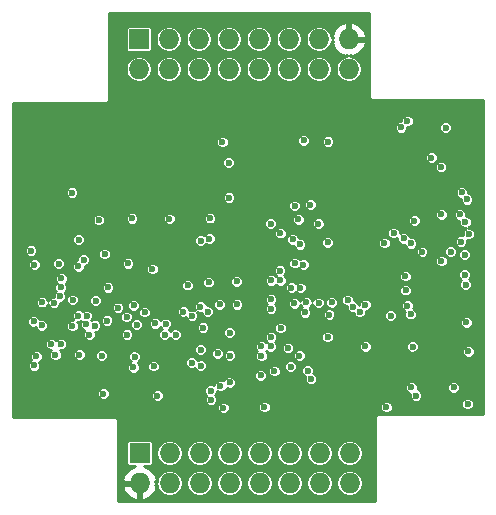
<source format=gbr>
G04 #@! TF.FileFunction,Copper,L2,Inr,Signal*
%FSLAX46Y46*%
G04 Gerber Fmt 4.6, Leading zero omitted, Abs format (unit mm)*
G04 Created by KiCad (PCBNEW 4.0.0-rc1-stable) date Sun 22 Nov 2015 09:54:25 PM ICT*
%MOMM*%
G01*
G04 APERTURE LIST*
%ADD10C,0.100000*%
%ADD11R,1.727200X1.727200*%
%ADD12O,1.727200X1.727200*%
%ADD13C,0.600000*%
%ADD14C,0.254000*%
G04 APERTURE END LIST*
D10*
D11*
X95821500Y-157670000D03*
D12*
X95821500Y-160210000D03*
X98361500Y-157670000D03*
X98361500Y-160210000D03*
X100901500Y-157670000D03*
X100901500Y-160210000D03*
X103441500Y-157670000D03*
X103441500Y-160210000D03*
X105981500Y-157670000D03*
X105981500Y-160210000D03*
X108521500Y-157670000D03*
X108521500Y-160210000D03*
X111061500Y-157670000D03*
X111061500Y-160210000D03*
X113601500Y-157670000D03*
X113601500Y-160210000D03*
D11*
X95758000Y-122618000D03*
D12*
X95758000Y-125158000D03*
X98298000Y-122618000D03*
X98298000Y-125158000D03*
X100838000Y-122618000D03*
X100838000Y-125158000D03*
X103378000Y-122618000D03*
X103378000Y-125158000D03*
X105918000Y-122618000D03*
X105918000Y-125158000D03*
X108458000Y-122618000D03*
X108458000Y-125158000D03*
X110998000Y-122618000D03*
X110998000Y-125158000D03*
X113538000Y-122618000D03*
X113538000Y-125158000D03*
D13*
X106066000Y-151089000D03*
X96258100Y-145738000D03*
X108392000Y-148783000D03*
X100999000Y-150260000D03*
X111875175Y-145968013D03*
X104070000Y-145087000D03*
X101854000Y-152394000D03*
X95423400Y-149509000D03*
X102608000Y-145087000D03*
X107239000Y-150725000D03*
X110048526Y-150687849D03*
X94000500Y-145378000D03*
X94767400Y-147637500D03*
X102677000Y-151989000D03*
X87541100Y-146850100D03*
X101602000Y-145687000D03*
X89077800Y-144411700D03*
X109696000Y-141708000D03*
X106946700Y-147853400D03*
X103454000Y-147489000D03*
X106944000Y-148638000D03*
X100249000Y-150014000D03*
X90129360Y-146921220D03*
X90678500Y-139615000D03*
X89154000Y-143637000D03*
X108797000Y-139580000D03*
X107721400Y-142227300D03*
X88589569Y-144956574D03*
X108954000Y-141591000D03*
X107746800Y-143052800D03*
X91361700Y-146059000D03*
X90632280Y-146029680D03*
X106949000Y-143050000D03*
X108686167Y-143663185D03*
X90170000Y-144704000D03*
X86850400Y-146519000D03*
X106959000Y-145454000D03*
X96172020Y-142062200D03*
X97706180Y-142067280D03*
X112857280Y-146159220D03*
X114942620Y-143047720D03*
X110147100Y-147129500D03*
X118935500Y-147840700D03*
X117868700Y-141008100D03*
X108369100Y-145465800D03*
X114134980Y-140640000D03*
X93791480Y-141408000D03*
X87947696Y-141858000D03*
X89455898Y-149617794D03*
X108630394Y-137385753D03*
X104648000Y-156159200D03*
X103124000Y-156057600D03*
X85859020Y-142418000D03*
X86601320Y-137439000D03*
X86868000Y-153529980D03*
X92798900Y-154191020D03*
X116631486Y-145044030D03*
X109601000Y-156159200D03*
X111846980Y-129585000D03*
X118318000Y-152649000D03*
X99300900Y-148729000D03*
X108991000Y-127140000D03*
X104966000Y-127178000D03*
X112897000Y-129317000D03*
X109313000Y-129577000D03*
X123584000Y-129565000D03*
X124270000Y-145720000D03*
X124396000Y-148895000D03*
X122149000Y-152883000D03*
X100368000Y-155080000D03*
X96443800Y-155156000D03*
X91681300Y-150978000D03*
X100825000Y-135382000D03*
X97548700Y-135484000D03*
X94361000Y-135420000D03*
X91440000Y-135674000D03*
X108632000Y-138849000D03*
X109220000Y-142672000D03*
X92134900Y-140951000D03*
X89342300Y-140853000D03*
X96520000Y-149454000D03*
X97637900Y-144754000D03*
X94684700Y-149639000D03*
X93634700Y-149833000D03*
X97616800Y-149312000D03*
X91554000Y-149454000D03*
X86334600Y-149403000D03*
X91107260Y-141302740D03*
X109928000Y-144922000D03*
X95580200Y-146799300D03*
X108615000Y-150346000D03*
X89204800Y-142887700D03*
X101002000Y-139704000D03*
X87559547Y-144895117D03*
X101732000Y-139530000D03*
X107746800Y-139052300D03*
X88365100Y-148436000D03*
X91564460Y-147642580D03*
X104058000Y-143137000D03*
X106946700Y-144653000D03*
X92103300Y-144758000D03*
X109347000Y-149440900D03*
X95329200Y-145151000D03*
X103454000Y-151689000D03*
X94741700Y-146159000D03*
X106146600Y-149453600D03*
X100972000Y-145280000D03*
X103475000Y-149439000D03*
X100266000Y-146059000D03*
X98036380Y-146733260D03*
X106146600Y-148640800D03*
X99519300Y-145703000D03*
X101194000Y-147049000D03*
X97955100Y-147637500D03*
X101014000Y-148909000D03*
X97132140Y-146679920D03*
X102437000Y-149216000D03*
X92054300Y-146886000D03*
X99906700Y-143455000D03*
X91325700Y-146784060D03*
X101690000Y-143201000D03*
X121733980Y-130118000D03*
X121348500Y-133451600D03*
X123113800Y-135610600D03*
X123557000Y-136188000D03*
X118485000Y-129559000D03*
X120535700Y-132651500D03*
X121361200Y-137464800D03*
X122947000Y-137447000D03*
X123413000Y-138105000D03*
X123705980Y-139127000D03*
X122174000Y-140627100D03*
X121373900Y-141414500D03*
X123352020Y-140864000D03*
X123366000Y-142567020D03*
X123662000Y-149045000D03*
X111744760Y-147845780D03*
X107784900Y-147091400D03*
X106934000Y-138239500D03*
X89166700Y-148437600D03*
X92379800Y-137935000D03*
X92875000Y-140815000D03*
X90629740Y-141848840D03*
X109402880Y-139992100D03*
X109280960Y-137883900D03*
X108948220Y-136745980D03*
X96918780Y-142085060D03*
X93154500Y-143637000D03*
X110977010Y-144957800D03*
X109838077Y-145750045D03*
X94841520Y-141619020D03*
X86917674Y-141713726D03*
X87087161Y-149471627D03*
X108915200Y-145008602D03*
X88991180Y-141634000D03*
X101867000Y-153149000D03*
X97320100Y-152819000D03*
X92748100Y-152641000D03*
X86893400Y-150254000D03*
X101790000Y-137782000D03*
X98336100Y-137846000D03*
X95186500Y-137808000D03*
X90106500Y-135636000D03*
X86639400Y-140526000D03*
X88696800Y-149377000D03*
X93072700Y-146455000D03*
X90728800Y-149352000D03*
X95305300Y-150405000D03*
X97024700Y-150310000D03*
X92612000Y-149414000D03*
X98892100Y-147653000D03*
X109425778Y-143687482D03*
X102920800Y-153847800D03*
X123431020Y-143421000D03*
X118847000Y-152118000D03*
X109728000Y-131204000D03*
X103391000Y-136042000D03*
X117335000Y-139040000D03*
X111747000Y-139827000D03*
X113433860Y-144716500D03*
X114939600Y-145124300D03*
X118948200Y-148653500D03*
X114478957Y-145728307D03*
X106400600Y-153771600D03*
X111780081Y-131318000D03*
X117094000Y-146050000D03*
X119078446Y-137995554D03*
X118332020Y-142690042D03*
X116713000Y-153772000D03*
X119232000Y-152801000D03*
X123596000Y-153518000D03*
X117960000Y-130108000D03*
X102819000Y-131331000D03*
X123482000Y-146596000D03*
X122415000Y-152121000D03*
X103378000Y-133083000D03*
X116548000Y-139890000D03*
X110947000Y-138240000D03*
X119748300Y-140639800D03*
X113886278Y-145285194D03*
X118805864Y-139923986D03*
X114940080Y-148645880D03*
X118191830Y-139493312D03*
X110273000Y-136654300D03*
X118370000Y-143878000D03*
X118783100Y-145910300D03*
X118491809Y-145194000D03*
X123044000Y-139774000D03*
X110337600Y-151409400D03*
X112090196Y-144907000D03*
D14*
G36*
X115268000Y-127508000D02*
X115290988Y-127623570D01*
X115356454Y-127721546D01*
X115454430Y-127787012D01*
X115570000Y-127810000D01*
X124920000Y-127810000D01*
X124920000Y-154384000D01*
X116078000Y-154384000D01*
X115962430Y-154406988D01*
X115864454Y-154472454D01*
X115798988Y-154570430D01*
X115776000Y-154686000D01*
X115776000Y-161750000D01*
X94028000Y-161750000D01*
X94028000Y-160569026D01*
X94366542Y-160569026D01*
X94538812Y-160984947D01*
X94933010Y-161416821D01*
X95462473Y-161664968D01*
X95694500Y-161544469D01*
X95694500Y-160337000D01*
X94487683Y-160337000D01*
X94366542Y-160569026D01*
X94028000Y-160569026D01*
X94028000Y-159850974D01*
X94366542Y-159850974D01*
X94487683Y-160083000D01*
X95694500Y-160083000D01*
X95694500Y-160063000D01*
X95948500Y-160063000D01*
X95948500Y-160083000D01*
X95968500Y-160083000D01*
X95968500Y-160337000D01*
X95948500Y-160337000D01*
X95948500Y-161544469D01*
X96180527Y-161664968D01*
X96709990Y-161416821D01*
X97104188Y-160984947D01*
X97276458Y-160569026D01*
X97155318Y-160337002D01*
X97264600Y-160337002D01*
X97323116Y-160631181D01*
X97561696Y-160988242D01*
X97918757Y-161226822D01*
X98339938Y-161310600D01*
X98383062Y-161310600D01*
X98804243Y-161226822D01*
X99161304Y-160988242D01*
X99399884Y-160631181D01*
X99483662Y-160210000D01*
X99779338Y-160210000D01*
X99863116Y-160631181D01*
X100101696Y-160988242D01*
X100458757Y-161226822D01*
X100879938Y-161310600D01*
X100923062Y-161310600D01*
X101344243Y-161226822D01*
X101701304Y-160988242D01*
X101939884Y-160631181D01*
X102023662Y-160210000D01*
X102319338Y-160210000D01*
X102403116Y-160631181D01*
X102641696Y-160988242D01*
X102998757Y-161226822D01*
X103419938Y-161310600D01*
X103463062Y-161310600D01*
X103884243Y-161226822D01*
X104241304Y-160988242D01*
X104479884Y-160631181D01*
X104563662Y-160210000D01*
X104859338Y-160210000D01*
X104943116Y-160631181D01*
X105181696Y-160988242D01*
X105538757Y-161226822D01*
X105959938Y-161310600D01*
X106003062Y-161310600D01*
X106424243Y-161226822D01*
X106781304Y-160988242D01*
X107019884Y-160631181D01*
X107103662Y-160210000D01*
X107399338Y-160210000D01*
X107483116Y-160631181D01*
X107721696Y-160988242D01*
X108078757Y-161226822D01*
X108499938Y-161310600D01*
X108543062Y-161310600D01*
X108964243Y-161226822D01*
X109321304Y-160988242D01*
X109559884Y-160631181D01*
X109643662Y-160210000D01*
X109939338Y-160210000D01*
X110023116Y-160631181D01*
X110261696Y-160988242D01*
X110618757Y-161226822D01*
X111039938Y-161310600D01*
X111083062Y-161310600D01*
X111504243Y-161226822D01*
X111861304Y-160988242D01*
X112099884Y-160631181D01*
X112183662Y-160210000D01*
X112479338Y-160210000D01*
X112563116Y-160631181D01*
X112801696Y-160988242D01*
X113158757Y-161226822D01*
X113579938Y-161310600D01*
X113623062Y-161310600D01*
X114044243Y-161226822D01*
X114401304Y-160988242D01*
X114639884Y-160631181D01*
X114723662Y-160210000D01*
X114639884Y-159788819D01*
X114401304Y-159431758D01*
X114044243Y-159193178D01*
X113623062Y-159109400D01*
X113579938Y-159109400D01*
X113158757Y-159193178D01*
X112801696Y-159431758D01*
X112563116Y-159788819D01*
X112479338Y-160210000D01*
X112183662Y-160210000D01*
X112099884Y-159788819D01*
X111861304Y-159431758D01*
X111504243Y-159193178D01*
X111083062Y-159109400D01*
X111039938Y-159109400D01*
X110618757Y-159193178D01*
X110261696Y-159431758D01*
X110023116Y-159788819D01*
X109939338Y-160210000D01*
X109643662Y-160210000D01*
X109559884Y-159788819D01*
X109321304Y-159431758D01*
X108964243Y-159193178D01*
X108543062Y-159109400D01*
X108499938Y-159109400D01*
X108078757Y-159193178D01*
X107721696Y-159431758D01*
X107483116Y-159788819D01*
X107399338Y-160210000D01*
X107103662Y-160210000D01*
X107019884Y-159788819D01*
X106781304Y-159431758D01*
X106424243Y-159193178D01*
X106003062Y-159109400D01*
X105959938Y-159109400D01*
X105538757Y-159193178D01*
X105181696Y-159431758D01*
X104943116Y-159788819D01*
X104859338Y-160210000D01*
X104563662Y-160210000D01*
X104479884Y-159788819D01*
X104241304Y-159431758D01*
X103884243Y-159193178D01*
X103463062Y-159109400D01*
X103419938Y-159109400D01*
X102998757Y-159193178D01*
X102641696Y-159431758D01*
X102403116Y-159788819D01*
X102319338Y-160210000D01*
X102023662Y-160210000D01*
X101939884Y-159788819D01*
X101701304Y-159431758D01*
X101344243Y-159193178D01*
X100923062Y-159109400D01*
X100879938Y-159109400D01*
X100458757Y-159193178D01*
X100101696Y-159431758D01*
X99863116Y-159788819D01*
X99779338Y-160210000D01*
X99483662Y-160210000D01*
X99399884Y-159788819D01*
X99161304Y-159431758D01*
X98804243Y-159193178D01*
X98383062Y-159109400D01*
X98339938Y-159109400D01*
X97918757Y-159193178D01*
X97561696Y-159431758D01*
X97323116Y-159788819D01*
X97264600Y-160082998D01*
X97155318Y-160082998D01*
X97276458Y-159850974D01*
X97104188Y-159435053D01*
X96709990Y-159003179D01*
X96223651Y-158775243D01*
X96685100Y-158775243D01*
X96772927Y-158758717D01*
X96853591Y-158706812D01*
X96907705Y-158627613D01*
X96926743Y-158533600D01*
X96926743Y-157670000D01*
X97239338Y-157670000D01*
X97323116Y-158091181D01*
X97561696Y-158448242D01*
X97918757Y-158686822D01*
X98339938Y-158770600D01*
X98383062Y-158770600D01*
X98804243Y-158686822D01*
X99161304Y-158448242D01*
X99399884Y-158091181D01*
X99483662Y-157670000D01*
X99779338Y-157670000D01*
X99863116Y-158091181D01*
X100101696Y-158448242D01*
X100458757Y-158686822D01*
X100879938Y-158770600D01*
X100923062Y-158770600D01*
X101344243Y-158686822D01*
X101701304Y-158448242D01*
X101939884Y-158091181D01*
X102023662Y-157670000D01*
X102319338Y-157670000D01*
X102403116Y-158091181D01*
X102641696Y-158448242D01*
X102998757Y-158686822D01*
X103419938Y-158770600D01*
X103463062Y-158770600D01*
X103884243Y-158686822D01*
X104241304Y-158448242D01*
X104479884Y-158091181D01*
X104563662Y-157670000D01*
X104859338Y-157670000D01*
X104943116Y-158091181D01*
X105181696Y-158448242D01*
X105538757Y-158686822D01*
X105959938Y-158770600D01*
X106003062Y-158770600D01*
X106424243Y-158686822D01*
X106781304Y-158448242D01*
X107019884Y-158091181D01*
X107103662Y-157670000D01*
X107399338Y-157670000D01*
X107483116Y-158091181D01*
X107721696Y-158448242D01*
X108078757Y-158686822D01*
X108499938Y-158770600D01*
X108543062Y-158770600D01*
X108964243Y-158686822D01*
X109321304Y-158448242D01*
X109559884Y-158091181D01*
X109643662Y-157670000D01*
X109939338Y-157670000D01*
X110023116Y-158091181D01*
X110261696Y-158448242D01*
X110618757Y-158686822D01*
X111039938Y-158770600D01*
X111083062Y-158770600D01*
X111504243Y-158686822D01*
X111861304Y-158448242D01*
X112099884Y-158091181D01*
X112183662Y-157670000D01*
X112479338Y-157670000D01*
X112563116Y-158091181D01*
X112801696Y-158448242D01*
X113158757Y-158686822D01*
X113579938Y-158770600D01*
X113623062Y-158770600D01*
X114044243Y-158686822D01*
X114401304Y-158448242D01*
X114639884Y-158091181D01*
X114723662Y-157670000D01*
X114639884Y-157248819D01*
X114401304Y-156891758D01*
X114044243Y-156653178D01*
X113623062Y-156569400D01*
X113579938Y-156569400D01*
X113158757Y-156653178D01*
X112801696Y-156891758D01*
X112563116Y-157248819D01*
X112479338Y-157670000D01*
X112183662Y-157670000D01*
X112099884Y-157248819D01*
X111861304Y-156891758D01*
X111504243Y-156653178D01*
X111083062Y-156569400D01*
X111039938Y-156569400D01*
X110618757Y-156653178D01*
X110261696Y-156891758D01*
X110023116Y-157248819D01*
X109939338Y-157670000D01*
X109643662Y-157670000D01*
X109559884Y-157248819D01*
X109321304Y-156891758D01*
X108964243Y-156653178D01*
X108543062Y-156569400D01*
X108499938Y-156569400D01*
X108078757Y-156653178D01*
X107721696Y-156891758D01*
X107483116Y-157248819D01*
X107399338Y-157670000D01*
X107103662Y-157670000D01*
X107019884Y-157248819D01*
X106781304Y-156891758D01*
X106424243Y-156653178D01*
X106003062Y-156569400D01*
X105959938Y-156569400D01*
X105538757Y-156653178D01*
X105181696Y-156891758D01*
X104943116Y-157248819D01*
X104859338Y-157670000D01*
X104563662Y-157670000D01*
X104479884Y-157248819D01*
X104241304Y-156891758D01*
X103884243Y-156653178D01*
X103463062Y-156569400D01*
X103419938Y-156569400D01*
X102998757Y-156653178D01*
X102641696Y-156891758D01*
X102403116Y-157248819D01*
X102319338Y-157670000D01*
X102023662Y-157670000D01*
X101939884Y-157248819D01*
X101701304Y-156891758D01*
X101344243Y-156653178D01*
X100923062Y-156569400D01*
X100879938Y-156569400D01*
X100458757Y-156653178D01*
X100101696Y-156891758D01*
X99863116Y-157248819D01*
X99779338Y-157670000D01*
X99483662Y-157670000D01*
X99399884Y-157248819D01*
X99161304Y-156891758D01*
X98804243Y-156653178D01*
X98383062Y-156569400D01*
X98339938Y-156569400D01*
X97918757Y-156653178D01*
X97561696Y-156891758D01*
X97323116Y-157248819D01*
X97239338Y-157670000D01*
X96926743Y-157670000D01*
X96926743Y-156806400D01*
X96910217Y-156718573D01*
X96858312Y-156637909D01*
X96779113Y-156583795D01*
X96685100Y-156564757D01*
X94957900Y-156564757D01*
X94870073Y-156581283D01*
X94789409Y-156633188D01*
X94735295Y-156712387D01*
X94716257Y-156806400D01*
X94716257Y-158533600D01*
X94732783Y-158621427D01*
X94784688Y-158702091D01*
X94863887Y-158756205D01*
X94957900Y-158775243D01*
X95419349Y-158775243D01*
X94933010Y-159003179D01*
X94538812Y-159435053D01*
X94366542Y-159850974D01*
X94028000Y-159850974D01*
X94028000Y-154940000D01*
X94005012Y-154824430D01*
X93939546Y-154726454D01*
X93841570Y-154660988D01*
X93726000Y-154638000D01*
X85138000Y-154638000D01*
X85138000Y-153954147D01*
X102383707Y-153954147D01*
X102465288Y-154151588D01*
X102616217Y-154302781D01*
X102813516Y-154384706D01*
X103027147Y-154384893D01*
X103224588Y-154303312D01*
X103375781Y-154152383D01*
X103457706Y-153955084D01*
X103457773Y-153877947D01*
X105863507Y-153877947D01*
X105945088Y-154075388D01*
X106096017Y-154226581D01*
X106293316Y-154308506D01*
X106506947Y-154308693D01*
X106704388Y-154227112D01*
X106855581Y-154076183D01*
X106937506Y-153878884D01*
X106937506Y-153878347D01*
X116175907Y-153878347D01*
X116257488Y-154075788D01*
X116408417Y-154226981D01*
X116605716Y-154308906D01*
X116819347Y-154309093D01*
X117016788Y-154227512D01*
X117167981Y-154076583D01*
X117249906Y-153879284D01*
X117250093Y-153665653D01*
X117233026Y-153624347D01*
X123058907Y-153624347D01*
X123140488Y-153821788D01*
X123291417Y-153972981D01*
X123488716Y-154054906D01*
X123702347Y-154055093D01*
X123899788Y-153973512D01*
X124050981Y-153822583D01*
X124132906Y-153625284D01*
X124133093Y-153411653D01*
X124051512Y-153214212D01*
X123900583Y-153063019D01*
X123703284Y-152981094D01*
X123489653Y-152980907D01*
X123292212Y-153062488D01*
X123141019Y-153213417D01*
X123059094Y-153410716D01*
X123058907Y-153624347D01*
X117233026Y-153624347D01*
X117168512Y-153468212D01*
X117017583Y-153317019D01*
X116820284Y-153235094D01*
X116606653Y-153234907D01*
X116409212Y-153316488D01*
X116258019Y-153467417D01*
X116176094Y-153664716D01*
X116175907Y-153878347D01*
X106937506Y-153878347D01*
X106937693Y-153665253D01*
X106856112Y-153467812D01*
X106705183Y-153316619D01*
X106507884Y-153234694D01*
X106294253Y-153234507D01*
X106096812Y-153316088D01*
X105945619Y-153467017D01*
X105863694Y-153664316D01*
X105863507Y-153877947D01*
X103457773Y-153877947D01*
X103457893Y-153741453D01*
X103376312Y-153544012D01*
X103225383Y-153392819D01*
X103028084Y-153310894D01*
X102814453Y-153310707D01*
X102617012Y-153392288D01*
X102465819Y-153543217D01*
X102383894Y-153740516D01*
X102383707Y-153954147D01*
X85138000Y-153954147D01*
X85138000Y-152747347D01*
X92211007Y-152747347D01*
X92292588Y-152944788D01*
X92443517Y-153095981D01*
X92640816Y-153177906D01*
X92854447Y-153178093D01*
X93051888Y-153096512D01*
X93203081Y-152945583D01*
X93211483Y-152925347D01*
X96783007Y-152925347D01*
X96864588Y-153122788D01*
X97015517Y-153273981D01*
X97212816Y-153355906D01*
X97426447Y-153356093D01*
X97623888Y-153274512D01*
X97775081Y-153123583D01*
X97857006Y-152926284D01*
X97857193Y-152712653D01*
X97775612Y-152515212D01*
X97760773Y-152500347D01*
X101316907Y-152500347D01*
X101398488Y-152697788D01*
X101478556Y-152777996D01*
X101412019Y-152844417D01*
X101330094Y-153041716D01*
X101329907Y-153255347D01*
X101411488Y-153452788D01*
X101562417Y-153603981D01*
X101759716Y-153685906D01*
X101973347Y-153686093D01*
X102170788Y-153604512D01*
X102321981Y-153453583D01*
X102403906Y-153256284D01*
X102404093Y-153042653D01*
X102322512Y-152845212D01*
X102242444Y-152765004D01*
X102308981Y-152698583D01*
X102390906Y-152501284D01*
X102390949Y-152451676D01*
X102569716Y-152525906D01*
X102783347Y-152526093D01*
X102980788Y-152444512D01*
X103131981Y-152293583D01*
X103187529Y-152159807D01*
X103346716Y-152225906D01*
X103560347Y-152226093D01*
X103564572Y-152224347D01*
X118309907Y-152224347D01*
X118391488Y-152421788D01*
X118542417Y-152572981D01*
X118715401Y-152644810D01*
X118695094Y-152693716D01*
X118694907Y-152907347D01*
X118776488Y-153104788D01*
X118927417Y-153255981D01*
X119124716Y-153337906D01*
X119338347Y-153338093D01*
X119535788Y-153256512D01*
X119686981Y-153105583D01*
X119768906Y-152908284D01*
X119769093Y-152694653D01*
X119687512Y-152497212D01*
X119536583Y-152346019D01*
X119363599Y-152274190D01*
X119383049Y-152227347D01*
X121877907Y-152227347D01*
X121959488Y-152424788D01*
X122110417Y-152575981D01*
X122307716Y-152657906D01*
X122521347Y-152658093D01*
X122718788Y-152576512D01*
X122869981Y-152425583D01*
X122951906Y-152228284D01*
X122952093Y-152014653D01*
X122870512Y-151817212D01*
X122719583Y-151666019D01*
X122522284Y-151584094D01*
X122308653Y-151583907D01*
X122111212Y-151665488D01*
X121960019Y-151816417D01*
X121878094Y-152013716D01*
X121877907Y-152227347D01*
X119383049Y-152227347D01*
X119383906Y-152225284D01*
X119384093Y-152011653D01*
X119302512Y-151814212D01*
X119151583Y-151663019D01*
X118954284Y-151581094D01*
X118740653Y-151580907D01*
X118543212Y-151662488D01*
X118392019Y-151813417D01*
X118310094Y-152010716D01*
X118309907Y-152224347D01*
X103564572Y-152224347D01*
X103757788Y-152144512D01*
X103908981Y-151993583D01*
X103990906Y-151796284D01*
X103991093Y-151582653D01*
X103909512Y-151385212D01*
X103758583Y-151234019D01*
X103665450Y-151195347D01*
X105528907Y-151195347D01*
X105610488Y-151392788D01*
X105761417Y-151543981D01*
X105958716Y-151625906D01*
X106172347Y-151626093D01*
X106369788Y-151544512D01*
X106520981Y-151393583D01*
X106602906Y-151196284D01*
X106603093Y-150982653D01*
X106540575Y-150831347D01*
X106701907Y-150831347D01*
X106783488Y-151028788D01*
X106934417Y-151179981D01*
X107131716Y-151261906D01*
X107345347Y-151262093D01*
X107542788Y-151180512D01*
X107693981Y-151029583D01*
X107775906Y-150832284D01*
X107776093Y-150618653D01*
X107707377Y-150452347D01*
X108077907Y-150452347D01*
X108159488Y-150649788D01*
X108310417Y-150800981D01*
X108507716Y-150882906D01*
X108721347Y-150883093D01*
X108918788Y-150801512D01*
X108926116Y-150794196D01*
X109511433Y-150794196D01*
X109593014Y-150991637D01*
X109743943Y-151142830D01*
X109848762Y-151186354D01*
X109800694Y-151302116D01*
X109800507Y-151515747D01*
X109882088Y-151713188D01*
X110033017Y-151864381D01*
X110230316Y-151946306D01*
X110443947Y-151946493D01*
X110641388Y-151864912D01*
X110792581Y-151713983D01*
X110874506Y-151516684D01*
X110874693Y-151303053D01*
X110793112Y-151105612D01*
X110642183Y-150954419D01*
X110537364Y-150910895D01*
X110585432Y-150795133D01*
X110585619Y-150581502D01*
X110504038Y-150384061D01*
X110353109Y-150232868D01*
X110155810Y-150150943D01*
X109942179Y-150150756D01*
X109744738Y-150232337D01*
X109593545Y-150383266D01*
X109511620Y-150580565D01*
X109511433Y-150794196D01*
X108926116Y-150794196D01*
X109069981Y-150650583D01*
X109151906Y-150453284D01*
X109152093Y-150239653D01*
X109070512Y-150042212D01*
X108919583Y-149891019D01*
X108722284Y-149809094D01*
X108508653Y-149808907D01*
X108311212Y-149890488D01*
X108160019Y-150041417D01*
X108078094Y-150238716D01*
X108077907Y-150452347D01*
X107707377Y-150452347D01*
X107694512Y-150421212D01*
X107543583Y-150270019D01*
X107346284Y-150188094D01*
X107132653Y-150187907D01*
X106935212Y-150269488D01*
X106784019Y-150420417D01*
X106702094Y-150617716D01*
X106701907Y-150831347D01*
X106540575Y-150831347D01*
X106521512Y-150785212D01*
X106370583Y-150634019D01*
X106173284Y-150552094D01*
X105959653Y-150551907D01*
X105762212Y-150633488D01*
X105611019Y-150784417D01*
X105529094Y-150981716D01*
X105528907Y-151195347D01*
X103665450Y-151195347D01*
X103561284Y-151152094D01*
X103347653Y-151151907D01*
X103150212Y-151233488D01*
X102999019Y-151384417D01*
X102943471Y-151518193D01*
X102784284Y-151452094D01*
X102570653Y-151451907D01*
X102373212Y-151533488D01*
X102222019Y-151684417D01*
X102140094Y-151881716D01*
X102140051Y-151931324D01*
X101961284Y-151857094D01*
X101747653Y-151856907D01*
X101550212Y-151938488D01*
X101399019Y-152089417D01*
X101317094Y-152286716D01*
X101316907Y-152500347D01*
X97760773Y-152500347D01*
X97624683Y-152364019D01*
X97427384Y-152282094D01*
X97213753Y-152281907D01*
X97016312Y-152363488D01*
X96865119Y-152514417D01*
X96783194Y-152711716D01*
X96783007Y-152925347D01*
X93211483Y-152925347D01*
X93285006Y-152748284D01*
X93285193Y-152534653D01*
X93203612Y-152337212D01*
X93052683Y-152186019D01*
X92855384Y-152104094D01*
X92641753Y-152103907D01*
X92444312Y-152185488D01*
X92293119Y-152336417D01*
X92211194Y-152533716D01*
X92211007Y-152747347D01*
X85138000Y-152747347D01*
X85138000Y-150360347D01*
X86356307Y-150360347D01*
X86437888Y-150557788D01*
X86588817Y-150708981D01*
X86786116Y-150790906D01*
X86999747Y-150791093D01*
X87197188Y-150709512D01*
X87348381Y-150558583D01*
X87367994Y-150511347D01*
X94768207Y-150511347D01*
X94849788Y-150708788D01*
X95000717Y-150859981D01*
X95198016Y-150941906D01*
X95411647Y-150942093D01*
X95609088Y-150860512D01*
X95760281Y-150709583D01*
X95842206Y-150512284D01*
X95842289Y-150416347D01*
X96487607Y-150416347D01*
X96569188Y-150613788D01*
X96720117Y-150764981D01*
X96917416Y-150846906D01*
X97131047Y-150847093D01*
X97328488Y-150765512D01*
X97479681Y-150614583D01*
X97561606Y-150417284D01*
X97561793Y-150203653D01*
X97527372Y-150120347D01*
X99711907Y-150120347D01*
X99793488Y-150317788D01*
X99944417Y-150468981D01*
X100141716Y-150550906D01*
X100355347Y-150551093D01*
X100511571Y-150486543D01*
X100543488Y-150563788D01*
X100694417Y-150714981D01*
X100891716Y-150796906D01*
X101105347Y-150797093D01*
X101302788Y-150715512D01*
X101453981Y-150564583D01*
X101535906Y-150367284D01*
X101536093Y-150153653D01*
X101454512Y-149956212D01*
X101303583Y-149805019D01*
X101106284Y-149723094D01*
X100892653Y-149722907D01*
X100736429Y-149787457D01*
X100704512Y-149710212D01*
X100553583Y-149559019D01*
X100356284Y-149477094D01*
X100142653Y-149476907D01*
X99945212Y-149558488D01*
X99794019Y-149709417D01*
X99712094Y-149906716D01*
X99711907Y-150120347D01*
X97527372Y-150120347D01*
X97480212Y-150006212D01*
X97329283Y-149855019D01*
X97131984Y-149773094D01*
X96918353Y-149772907D01*
X96720912Y-149854488D01*
X96569719Y-150005417D01*
X96487794Y-150202716D01*
X96487607Y-150416347D01*
X95842289Y-150416347D01*
X95842393Y-150298653D01*
X95760812Y-150101212D01*
X95654381Y-149994595D01*
X95727188Y-149964512D01*
X95878381Y-149813583D01*
X95960306Y-149616284D01*
X95960493Y-149402653D01*
X95878912Y-149205212D01*
X95727983Y-149054019D01*
X95634850Y-149015347D01*
X100476907Y-149015347D01*
X100558488Y-149212788D01*
X100709417Y-149363981D01*
X100906716Y-149445906D01*
X101120347Y-149446093D01*
X101317788Y-149364512D01*
X101360026Y-149322347D01*
X101899907Y-149322347D01*
X101981488Y-149519788D01*
X102132417Y-149670981D01*
X102329716Y-149752906D01*
X102543347Y-149753093D01*
X102740788Y-149671512D01*
X102891981Y-149520583D01*
X102938026Y-149409694D01*
X102937907Y-149545347D01*
X103019488Y-149742788D01*
X103170417Y-149893981D01*
X103367716Y-149975906D01*
X103581347Y-149976093D01*
X103778788Y-149894512D01*
X103929981Y-149743583D01*
X104011906Y-149546284D01*
X104012093Y-149332653D01*
X103930512Y-149135212D01*
X103779583Y-148984019D01*
X103582284Y-148902094D01*
X103368653Y-148901907D01*
X103171212Y-148983488D01*
X103020019Y-149134417D01*
X102973974Y-149245306D01*
X102974093Y-149109653D01*
X102892512Y-148912212D01*
X102741583Y-148761019D01*
X102708176Y-148747147D01*
X105609507Y-148747147D01*
X105691088Y-148944588D01*
X105793567Y-149047247D01*
X105691619Y-149149017D01*
X105609694Y-149346316D01*
X105609507Y-149559947D01*
X105691088Y-149757388D01*
X105842017Y-149908581D01*
X106039316Y-149990506D01*
X106252947Y-149990693D01*
X106450388Y-149909112D01*
X106601581Y-149758183D01*
X106683506Y-149560884D01*
X106683517Y-149547247D01*
X108809907Y-149547247D01*
X108891488Y-149744688D01*
X109042417Y-149895881D01*
X109239716Y-149977806D01*
X109453347Y-149977993D01*
X109650788Y-149896412D01*
X109801981Y-149745483D01*
X109883906Y-149548184D01*
X109884093Y-149334553D01*
X109802512Y-149137112D01*
X109651583Y-148985919D01*
X109454284Y-148903994D01*
X109240653Y-148903807D01*
X109043212Y-148985388D01*
X108892019Y-149136317D01*
X108810094Y-149333616D01*
X108809907Y-149547247D01*
X106683517Y-149547247D01*
X106683693Y-149347253D01*
X106602112Y-149149812D01*
X106499633Y-149047153D01*
X106546733Y-149000135D01*
X106639417Y-149092981D01*
X106836716Y-149174906D01*
X107050347Y-149175093D01*
X107247788Y-149093512D01*
X107398981Y-148942583D01*
X107421086Y-148889347D01*
X107854907Y-148889347D01*
X107936488Y-149086788D01*
X108087417Y-149237981D01*
X108284716Y-149319906D01*
X108498347Y-149320093D01*
X108695788Y-149238512D01*
X108846981Y-149087583D01*
X108928906Y-148890284D01*
X108929026Y-148752227D01*
X114402987Y-148752227D01*
X114484568Y-148949668D01*
X114635497Y-149100861D01*
X114832796Y-149182786D01*
X115046427Y-149182973D01*
X115243868Y-149101392D01*
X115395061Y-148950463D01*
X115474210Y-148759847D01*
X118411107Y-148759847D01*
X118492688Y-148957288D01*
X118643617Y-149108481D01*
X118840916Y-149190406D01*
X119054547Y-149190593D01*
X119149529Y-149151347D01*
X123124907Y-149151347D01*
X123206488Y-149348788D01*
X123357417Y-149499981D01*
X123554716Y-149581906D01*
X123768347Y-149582093D01*
X123965788Y-149500512D01*
X124116981Y-149349583D01*
X124198906Y-149152284D01*
X124199093Y-148938653D01*
X124117512Y-148741212D01*
X123966583Y-148590019D01*
X123769284Y-148508094D01*
X123555653Y-148507907D01*
X123358212Y-148589488D01*
X123207019Y-148740417D01*
X123125094Y-148937716D01*
X123124907Y-149151347D01*
X119149529Y-149151347D01*
X119251988Y-149109012D01*
X119403181Y-148958083D01*
X119485106Y-148760784D01*
X119485293Y-148547153D01*
X119403712Y-148349712D01*
X119252783Y-148198519D01*
X119055484Y-148116594D01*
X118841853Y-148116407D01*
X118644412Y-148197988D01*
X118493219Y-148348917D01*
X118411294Y-148546216D01*
X118411107Y-148759847D01*
X115474210Y-148759847D01*
X115476986Y-148753164D01*
X115477173Y-148539533D01*
X115395592Y-148342092D01*
X115244663Y-148190899D01*
X115047364Y-148108974D01*
X114833733Y-148108787D01*
X114636292Y-148190368D01*
X114485099Y-148341297D01*
X114403174Y-148538596D01*
X114402987Y-148752227D01*
X108929026Y-148752227D01*
X108929093Y-148676653D01*
X108847512Y-148479212D01*
X108696583Y-148328019D01*
X108499284Y-148246094D01*
X108285653Y-148245907D01*
X108088212Y-148327488D01*
X107937019Y-148478417D01*
X107855094Y-148675716D01*
X107854907Y-148889347D01*
X107421086Y-148889347D01*
X107480906Y-148745284D01*
X107481093Y-148531653D01*
X107399512Y-148334212D01*
X107312480Y-148247028D01*
X107401681Y-148157983D01*
X107483606Y-147960684D01*
X107483613Y-147952127D01*
X111207667Y-147952127D01*
X111289248Y-148149568D01*
X111440177Y-148300761D01*
X111637476Y-148382686D01*
X111851107Y-148382873D01*
X112048548Y-148301292D01*
X112199741Y-148150363D01*
X112281666Y-147953064D01*
X112281853Y-147739433D01*
X112200272Y-147541992D01*
X112049343Y-147390799D01*
X111852044Y-147308874D01*
X111638413Y-147308687D01*
X111440972Y-147390268D01*
X111289779Y-147541197D01*
X111207854Y-147738496D01*
X111207667Y-147952127D01*
X107483613Y-147952127D01*
X107483793Y-147747053D01*
X107402212Y-147549612D01*
X107251283Y-147398419D01*
X107053984Y-147316494D01*
X106840353Y-147316307D01*
X106642912Y-147397888D01*
X106491719Y-147548817D01*
X106409794Y-147746116D01*
X106409607Y-147959747D01*
X106491188Y-148157188D01*
X106578220Y-148244372D01*
X106543867Y-148278665D01*
X106451183Y-148185819D01*
X106253884Y-148103894D01*
X106040253Y-148103707D01*
X105842812Y-148185288D01*
X105691619Y-148336217D01*
X105609694Y-148533516D01*
X105609507Y-148747147D01*
X102708176Y-148747147D01*
X102544284Y-148679094D01*
X102330653Y-148678907D01*
X102133212Y-148760488D01*
X101982019Y-148911417D01*
X101900094Y-149108716D01*
X101899907Y-149322347D01*
X101360026Y-149322347D01*
X101468981Y-149213583D01*
X101550906Y-149016284D01*
X101551093Y-148802653D01*
X101469512Y-148605212D01*
X101318583Y-148454019D01*
X101121284Y-148372094D01*
X100907653Y-148371907D01*
X100710212Y-148453488D01*
X100559019Y-148604417D01*
X100477094Y-148801716D01*
X100476907Y-149015347D01*
X95634850Y-149015347D01*
X95530684Y-148972094D01*
X95317053Y-148971907D01*
X95119612Y-149053488D01*
X94968419Y-149204417D01*
X94886494Y-149401716D01*
X94886307Y-149615347D01*
X94967888Y-149812788D01*
X95074319Y-149919405D01*
X95001512Y-149949488D01*
X94850319Y-150100417D01*
X94768394Y-150297716D01*
X94768207Y-150511347D01*
X87367994Y-150511347D01*
X87430306Y-150361284D01*
X87430493Y-150147653D01*
X87348912Y-149950212D01*
X87344881Y-149946174D01*
X87390949Y-149927139D01*
X87542142Y-149776210D01*
X87624067Y-149578911D01*
X87624254Y-149365280D01*
X87542673Y-149167839D01*
X87391744Y-149016646D01*
X87194445Y-148934721D01*
X86980814Y-148934534D01*
X86783373Y-149016115D01*
X86632180Y-149167044D01*
X86550255Y-149364343D01*
X86550068Y-149577974D01*
X86631649Y-149775415D01*
X86635680Y-149779453D01*
X86589612Y-149798488D01*
X86438419Y-149949417D01*
X86356494Y-150146716D01*
X86356307Y-150360347D01*
X85138000Y-150360347D01*
X85138000Y-148542347D01*
X87828007Y-148542347D01*
X87909588Y-148739788D01*
X88060517Y-148890981D01*
X88257816Y-148972906D01*
X88341431Y-148972979D01*
X88241819Y-149072417D01*
X88159894Y-149269716D01*
X88159707Y-149483347D01*
X88241288Y-149680788D01*
X88392217Y-149831981D01*
X88589516Y-149913906D01*
X88803147Y-149914093D01*
X89000588Y-149832512D01*
X89151781Y-149681583D01*
X89233706Y-149484284D01*
X89233728Y-149458347D01*
X90191707Y-149458347D01*
X90273288Y-149655788D01*
X90424217Y-149806981D01*
X90621516Y-149888906D01*
X90835147Y-149889093D01*
X91032588Y-149807512D01*
X91183781Y-149656583D01*
X91240350Y-149520347D01*
X92074907Y-149520347D01*
X92156488Y-149717788D01*
X92307417Y-149868981D01*
X92504716Y-149950906D01*
X92718347Y-149951093D01*
X92915788Y-149869512D01*
X93066981Y-149718583D01*
X93148906Y-149521284D01*
X93149093Y-149307653D01*
X93067512Y-149110212D01*
X92916583Y-148959019D01*
X92719284Y-148877094D01*
X92505653Y-148876907D01*
X92308212Y-148958488D01*
X92157019Y-149109417D01*
X92075094Y-149306716D01*
X92074907Y-149520347D01*
X91240350Y-149520347D01*
X91265706Y-149459284D01*
X91265893Y-149245653D01*
X91184312Y-149048212D01*
X91033383Y-148897019D01*
X90836084Y-148815094D01*
X90622453Y-148814907D01*
X90425012Y-148896488D01*
X90273819Y-149047417D01*
X90191894Y-149244716D01*
X90191707Y-149458347D01*
X89233728Y-149458347D01*
X89233893Y-149270653D01*
X89152312Y-149073212D01*
X89049787Y-148970508D01*
X89059416Y-148974506D01*
X89273047Y-148974693D01*
X89470488Y-148893112D01*
X89621681Y-148742183D01*
X89703606Y-148544884D01*
X89703793Y-148331253D01*
X89622212Y-148133812D01*
X89471283Y-147982619D01*
X89273984Y-147900694D01*
X89060353Y-147900507D01*
X88862912Y-147982088D01*
X88766663Y-148078169D01*
X88669683Y-147981019D01*
X88472384Y-147899094D01*
X88258753Y-147898907D01*
X88061312Y-147980488D01*
X87910119Y-148131417D01*
X87828194Y-148328716D01*
X87828007Y-148542347D01*
X85138000Y-148542347D01*
X85138000Y-146625347D01*
X86313307Y-146625347D01*
X86394888Y-146822788D01*
X86545817Y-146973981D01*
X86743116Y-147055906D01*
X86956747Y-147056093D01*
X87032284Y-147024882D01*
X87085588Y-147153888D01*
X87236517Y-147305081D01*
X87433816Y-147387006D01*
X87647447Y-147387193D01*
X87844888Y-147305612D01*
X87996081Y-147154683D01*
X88048863Y-147027567D01*
X89592267Y-147027567D01*
X89673848Y-147225008D01*
X89824777Y-147376201D01*
X90022076Y-147458126D01*
X90235707Y-147458313D01*
X90433148Y-147376732D01*
X90584341Y-147225803D01*
X90666266Y-147028504D01*
X90666453Y-146814873D01*
X90584872Y-146617432D01*
X90534123Y-146566594D01*
X90738627Y-146566773D01*
X90854320Y-146518969D01*
X90788794Y-146676776D01*
X90788607Y-146890407D01*
X90870188Y-147087848D01*
X91021117Y-147239041D01*
X91153530Y-147294023D01*
X91109479Y-147337997D01*
X91027554Y-147535296D01*
X91027367Y-147748927D01*
X91108948Y-147946368D01*
X91259877Y-148097561D01*
X91457176Y-148179486D01*
X91670807Y-148179673D01*
X91868248Y-148098092D01*
X92019441Y-147947163D01*
X92101366Y-147749864D01*
X92101371Y-147743847D01*
X94230307Y-147743847D01*
X94311888Y-147941288D01*
X94462817Y-148092481D01*
X94660116Y-148174406D01*
X94873747Y-148174593D01*
X95071188Y-148093012D01*
X95222381Y-147942083D01*
X95304306Y-147744784D01*
X95304493Y-147531153D01*
X95222912Y-147333712D01*
X95071983Y-147182519D01*
X94874684Y-147100594D01*
X94661053Y-147100407D01*
X94463612Y-147181988D01*
X94312419Y-147332917D01*
X94230494Y-147530216D01*
X94230307Y-147743847D01*
X92101371Y-147743847D01*
X92101553Y-147536233D01*
X92054766Y-147423000D01*
X92160647Y-147423093D01*
X92358088Y-147341512D01*
X92509281Y-147190583D01*
X92591206Y-146993284D01*
X92591393Y-146779653D01*
X92509812Y-146582212D01*
X92488984Y-146561347D01*
X92535607Y-146561347D01*
X92617188Y-146758788D01*
X92768117Y-146909981D01*
X92965416Y-146991906D01*
X93179047Y-146992093D01*
X93376488Y-146910512D01*
X93527681Y-146759583D01*
X93609606Y-146562284D01*
X93609793Y-146348653D01*
X93575372Y-146265347D01*
X94204607Y-146265347D01*
X94286188Y-146462788D01*
X94437117Y-146613981D01*
X94634416Y-146695906D01*
X94848047Y-146696093D01*
X95045488Y-146614512D01*
X95096707Y-146563383D01*
X95043294Y-146692016D01*
X95043107Y-146905647D01*
X95124688Y-147103088D01*
X95275617Y-147254281D01*
X95472916Y-147336206D01*
X95686547Y-147336393D01*
X95883988Y-147254812D01*
X96035181Y-147103883D01*
X96117106Y-146906584D01*
X96117211Y-146786267D01*
X96595047Y-146786267D01*
X96676628Y-146983708D01*
X96827557Y-147134901D01*
X97024856Y-147216826D01*
X97238487Y-147217013D01*
X97435928Y-147135432D01*
X97567323Y-147004266D01*
X97580868Y-147037048D01*
X97703874Y-147160270D01*
X97651312Y-147181988D01*
X97500119Y-147332917D01*
X97418194Y-147530216D01*
X97418007Y-147743847D01*
X97499588Y-147941288D01*
X97650517Y-148092481D01*
X97847816Y-148174406D01*
X98061447Y-148174593D01*
X98258888Y-148093012D01*
X98410081Y-147942083D01*
X98420322Y-147917421D01*
X98436588Y-147956788D01*
X98587517Y-148107981D01*
X98784816Y-148189906D01*
X98998447Y-148190093D01*
X99195888Y-148108512D01*
X99347081Y-147957583D01*
X99429006Y-147760284D01*
X99429150Y-147595347D01*
X102916907Y-147595347D01*
X102998488Y-147792788D01*
X103149417Y-147943981D01*
X103346716Y-148025906D01*
X103560347Y-148026093D01*
X103757788Y-147944512D01*
X103908981Y-147793583D01*
X103990906Y-147596284D01*
X103991093Y-147382653D01*
X103914692Y-147197747D01*
X107247807Y-147197747D01*
X107329388Y-147395188D01*
X107480317Y-147546381D01*
X107677616Y-147628306D01*
X107891247Y-147628493D01*
X108088688Y-147546912D01*
X108239881Y-147395983D01*
X108321806Y-147198684D01*
X108321993Y-146985053D01*
X108240412Y-146787612D01*
X108155296Y-146702347D01*
X122944907Y-146702347D01*
X123026488Y-146899788D01*
X123177417Y-147050981D01*
X123374716Y-147132906D01*
X123588347Y-147133093D01*
X123785788Y-147051512D01*
X123936981Y-146900583D01*
X124018906Y-146703284D01*
X124019093Y-146489653D01*
X123937512Y-146292212D01*
X123786583Y-146141019D01*
X123589284Y-146059094D01*
X123375653Y-146058907D01*
X123178212Y-146140488D01*
X123027019Y-146291417D01*
X122945094Y-146488716D01*
X122944907Y-146702347D01*
X108155296Y-146702347D01*
X108089483Y-146636419D01*
X107892184Y-146554494D01*
X107678553Y-146554307D01*
X107481112Y-146635888D01*
X107329919Y-146786817D01*
X107247994Y-146984116D01*
X107247807Y-147197747D01*
X103914692Y-147197747D01*
X103909512Y-147185212D01*
X103758583Y-147034019D01*
X103561284Y-146952094D01*
X103347653Y-146951907D01*
X103150212Y-147033488D01*
X102999019Y-147184417D01*
X102917094Y-147381716D01*
X102916907Y-147595347D01*
X99429150Y-147595347D01*
X99429193Y-147546653D01*
X99347612Y-147349212D01*
X99196683Y-147198019D01*
X99093917Y-147155347D01*
X100656907Y-147155347D01*
X100738488Y-147352788D01*
X100889417Y-147503981D01*
X101086716Y-147585906D01*
X101300347Y-147586093D01*
X101497788Y-147504512D01*
X101648981Y-147353583D01*
X101730906Y-147156284D01*
X101731093Y-146942653D01*
X101649512Y-146745212D01*
X101498583Y-146594019D01*
X101301284Y-146512094D01*
X101087653Y-146511907D01*
X100890212Y-146593488D01*
X100739019Y-146744417D01*
X100657094Y-146941716D01*
X100656907Y-147155347D01*
X99093917Y-147155347D01*
X98999384Y-147116094D01*
X98785753Y-147115907D01*
X98588312Y-147197488D01*
X98437119Y-147348417D01*
X98426878Y-147373079D01*
X98410612Y-147333712D01*
X98287606Y-147210490D01*
X98340168Y-147188772D01*
X98491361Y-147037843D01*
X98573286Y-146840544D01*
X98573473Y-146626913D01*
X98491892Y-146429472D01*
X98340963Y-146278279D01*
X98143664Y-146196354D01*
X97930033Y-146196167D01*
X97732592Y-146277748D01*
X97601197Y-146408914D01*
X97587652Y-146376132D01*
X97436723Y-146224939D01*
X97239424Y-146143014D01*
X97025793Y-146142827D01*
X96828352Y-146224408D01*
X96677159Y-146375337D01*
X96595234Y-146572636D01*
X96595047Y-146786267D01*
X96117211Y-146786267D01*
X96117293Y-146692953D01*
X96035712Y-146495512D01*
X95884783Y-146344319D01*
X95687484Y-146262394D01*
X95473853Y-146262207D01*
X95276412Y-146343788D01*
X95225193Y-146394917D01*
X95278606Y-146266284D01*
X95278793Y-146052653D01*
X95197212Y-145855212D01*
X95186366Y-145844347D01*
X95721007Y-145844347D01*
X95802588Y-146041788D01*
X95953517Y-146192981D01*
X96150816Y-146274906D01*
X96364447Y-146275093D01*
X96561888Y-146193512D01*
X96713081Y-146042583D01*
X96795006Y-145845284D01*
X96795037Y-145809347D01*
X98982207Y-145809347D01*
X99063788Y-146006788D01*
X99214717Y-146157981D01*
X99412016Y-146239906D01*
X99625647Y-146240093D01*
X99740229Y-146192749D01*
X99810488Y-146362788D01*
X99961417Y-146513981D01*
X100158716Y-146595906D01*
X100372347Y-146596093D01*
X100569788Y-146514512D01*
X100720981Y-146363583D01*
X100802906Y-146166284D01*
X100803093Y-145952653D01*
X100722625Y-145757905D01*
X100864716Y-145816906D01*
X101074717Y-145817090D01*
X101146488Y-145990788D01*
X101297417Y-146141981D01*
X101494716Y-146223906D01*
X101708347Y-146224093D01*
X101905788Y-146142512D01*
X102056981Y-145991583D01*
X102138906Y-145794284D01*
X102139093Y-145580653D01*
X102057512Y-145383212D01*
X101906583Y-145232019D01*
X101813450Y-145193347D01*
X102070907Y-145193347D01*
X102152488Y-145390788D01*
X102303417Y-145541981D01*
X102500716Y-145623906D01*
X102714347Y-145624093D01*
X102911788Y-145542512D01*
X103062981Y-145391583D01*
X103144906Y-145194284D01*
X103144906Y-145193347D01*
X103532907Y-145193347D01*
X103614488Y-145390788D01*
X103765417Y-145541981D01*
X103962716Y-145623906D01*
X104176347Y-145624093D01*
X104373788Y-145542512D01*
X104524981Y-145391583D01*
X104606906Y-145194284D01*
X104607093Y-144980653D01*
X104525512Y-144783212D01*
X104501689Y-144759347D01*
X106409607Y-144759347D01*
X106491188Y-144956788D01*
X106593907Y-145059686D01*
X106504019Y-145149417D01*
X106422094Y-145346716D01*
X106421907Y-145560347D01*
X106503488Y-145757788D01*
X106654417Y-145908981D01*
X106851716Y-145990906D01*
X107065347Y-145991093D01*
X107262788Y-145909512D01*
X107413981Y-145758583D01*
X107495906Y-145561284D01*
X107496093Y-145347653D01*
X107414512Y-145150212D01*
X107379311Y-145114949D01*
X108378107Y-145114949D01*
X108459688Y-145312390D01*
X108610617Y-145463583D01*
X108807916Y-145545508D01*
X109021547Y-145545695D01*
X109218988Y-145464114D01*
X109370181Y-145313185D01*
X109439561Y-145146098D01*
X109472488Y-145225788D01*
X109539120Y-145292537D01*
X109534289Y-145294533D01*
X109383096Y-145445462D01*
X109301171Y-145642761D01*
X109300984Y-145856392D01*
X109382565Y-146053833D01*
X109533494Y-146205026D01*
X109730793Y-146286951D01*
X109944424Y-146287138D01*
X110141865Y-146205557D01*
X110273291Y-146074360D01*
X111338082Y-146074360D01*
X111419663Y-146271801D01*
X111570592Y-146422994D01*
X111767891Y-146504919D01*
X111981522Y-146505106D01*
X112178963Y-146423525D01*
X112330156Y-146272596D01*
X112412081Y-146075297D01*
X112412268Y-145861666D01*
X112330687Y-145664225D01*
X112179758Y-145513032D01*
X112013347Y-145443933D01*
X112196543Y-145444093D01*
X112393984Y-145362512D01*
X112545177Y-145211583D01*
X112627102Y-145014284D01*
X112627269Y-144822847D01*
X112896767Y-144822847D01*
X112978348Y-145020288D01*
X113129277Y-145171481D01*
X113326576Y-145253406D01*
X113349306Y-145253426D01*
X113349185Y-145391541D01*
X113430766Y-145588982D01*
X113581695Y-145740175D01*
X113778994Y-145822100D01*
X113941875Y-145822243D01*
X113941864Y-145834654D01*
X114023445Y-146032095D01*
X114174374Y-146183288D01*
X114371673Y-146265213D01*
X114585304Y-146265400D01*
X114782745Y-146183819D01*
X114810265Y-146156347D01*
X116556907Y-146156347D01*
X116638488Y-146353788D01*
X116789417Y-146504981D01*
X116986716Y-146586906D01*
X117200347Y-146587093D01*
X117397788Y-146505512D01*
X117548981Y-146354583D01*
X117630906Y-146157284D01*
X117631093Y-145943653D01*
X117549512Y-145746212D01*
X117398583Y-145595019D01*
X117201284Y-145513094D01*
X116987653Y-145512907D01*
X116790212Y-145594488D01*
X116639019Y-145745417D01*
X116557094Y-145942716D01*
X116556907Y-146156347D01*
X114810265Y-146156347D01*
X114933938Y-146032890D01*
X115015863Y-145835591D01*
X115016016Y-145661367D01*
X115045947Y-145661393D01*
X115243388Y-145579812D01*
X115394581Y-145428883D01*
X115447953Y-145300347D01*
X117954716Y-145300347D01*
X118036297Y-145497788D01*
X118187226Y-145648981D01*
X118292076Y-145692518D01*
X118246194Y-145803016D01*
X118246007Y-146016647D01*
X118327588Y-146214088D01*
X118478517Y-146365281D01*
X118675816Y-146447206D01*
X118889447Y-146447393D01*
X119086888Y-146365812D01*
X119238081Y-146214883D01*
X119320006Y-146017584D01*
X119320193Y-145803953D01*
X119238612Y-145606512D01*
X119087683Y-145455319D01*
X118982833Y-145411782D01*
X119028715Y-145301284D01*
X119028902Y-145087653D01*
X118947321Y-144890212D01*
X118796392Y-144739019D01*
X118599093Y-144657094D01*
X118385462Y-144656907D01*
X118188021Y-144738488D01*
X118036828Y-144889417D01*
X117954903Y-145086716D01*
X117954716Y-145300347D01*
X115447953Y-145300347D01*
X115476506Y-145231584D01*
X115476693Y-145017953D01*
X115395112Y-144820512D01*
X115244183Y-144669319D01*
X115046884Y-144587394D01*
X114833253Y-144587207D01*
X114635812Y-144668788D01*
X114484619Y-144819717D01*
X114402694Y-145017016D01*
X114402596Y-145128569D01*
X114341790Y-144981406D01*
X114190861Y-144830213D01*
X113993562Y-144748288D01*
X113970832Y-144748268D01*
X113970953Y-144610153D01*
X113889372Y-144412712D01*
X113738443Y-144261519D01*
X113541144Y-144179594D01*
X113327513Y-144179407D01*
X113130072Y-144260988D01*
X112978879Y-144411917D01*
X112896954Y-144609216D01*
X112896767Y-144822847D01*
X112627269Y-144822847D01*
X112627289Y-144800653D01*
X112545708Y-144603212D01*
X112394779Y-144452019D01*
X112197480Y-144370094D01*
X111983849Y-144369907D01*
X111786408Y-144451488D01*
X111635215Y-144602417D01*
X111553290Y-144799716D01*
X111553103Y-145013347D01*
X111634684Y-145210788D01*
X111785613Y-145361981D01*
X111952024Y-145431080D01*
X111768828Y-145430920D01*
X111571387Y-145512501D01*
X111420194Y-145663430D01*
X111338269Y-145860729D01*
X111338082Y-146074360D01*
X110273291Y-146074360D01*
X110293058Y-146054628D01*
X110374983Y-145857329D01*
X110375170Y-145643698D01*
X110293589Y-145446257D01*
X110226957Y-145379508D01*
X110231788Y-145377512D01*
X110382981Y-145226583D01*
X110445160Y-145076837D01*
X110521498Y-145261588D01*
X110672427Y-145412781D01*
X110869726Y-145494706D01*
X111083357Y-145494893D01*
X111280798Y-145413312D01*
X111431991Y-145262383D01*
X111513916Y-145065084D01*
X111514103Y-144851453D01*
X111432522Y-144654012D01*
X111281593Y-144502819D01*
X111084294Y-144420894D01*
X110870663Y-144420707D01*
X110673222Y-144502288D01*
X110522029Y-144653217D01*
X110459850Y-144802963D01*
X110383512Y-144618212D01*
X110232583Y-144467019D01*
X110035284Y-144385094D01*
X109821653Y-144384907D01*
X109624212Y-144466488D01*
X109473019Y-144617417D01*
X109403639Y-144784504D01*
X109370712Y-144704814D01*
X109219783Y-144553621D01*
X109022484Y-144471696D01*
X108808853Y-144471509D01*
X108611412Y-144553090D01*
X108460219Y-144704019D01*
X108378294Y-144901318D01*
X108378107Y-145114949D01*
X107379311Y-145114949D01*
X107311793Y-145047314D01*
X107401681Y-144957583D01*
X107483606Y-144760284D01*
X107483793Y-144546653D01*
X107402212Y-144349212D01*
X107251283Y-144198019D01*
X107053984Y-144116094D01*
X106840353Y-144115907D01*
X106642912Y-144197488D01*
X106491719Y-144348417D01*
X106409794Y-144545716D01*
X106409607Y-144759347D01*
X104501689Y-144759347D01*
X104374583Y-144632019D01*
X104177284Y-144550094D01*
X103963653Y-144549907D01*
X103766212Y-144631488D01*
X103615019Y-144782417D01*
X103533094Y-144979716D01*
X103532907Y-145193347D01*
X103144906Y-145193347D01*
X103145093Y-144980653D01*
X103063512Y-144783212D01*
X102912583Y-144632019D01*
X102715284Y-144550094D01*
X102501653Y-144549907D01*
X102304212Y-144631488D01*
X102153019Y-144782417D01*
X102071094Y-144979716D01*
X102070907Y-145193347D01*
X101813450Y-145193347D01*
X101709284Y-145150094D01*
X101499283Y-145149910D01*
X101427512Y-144976212D01*
X101276583Y-144825019D01*
X101079284Y-144743094D01*
X100865653Y-144742907D01*
X100668212Y-144824488D01*
X100517019Y-144975417D01*
X100435094Y-145172716D01*
X100434907Y-145386347D01*
X100515375Y-145581095D01*
X100373284Y-145522094D01*
X100159653Y-145521907D01*
X100045071Y-145569251D01*
X99974812Y-145399212D01*
X99823883Y-145248019D01*
X99626584Y-145166094D01*
X99412953Y-145165907D01*
X99215512Y-145247488D01*
X99064319Y-145398417D01*
X98982394Y-145595716D01*
X98982207Y-145809347D01*
X96795037Y-145809347D01*
X96795193Y-145631653D01*
X96713612Y-145434212D01*
X96562683Y-145283019D01*
X96365384Y-145201094D01*
X96151753Y-145200907D01*
X95954312Y-145282488D01*
X95803119Y-145433417D01*
X95721194Y-145630716D01*
X95721007Y-145844347D01*
X95186366Y-145844347D01*
X95046283Y-145704019D01*
X94848984Y-145622094D01*
X94635353Y-145621907D01*
X94437912Y-145703488D01*
X94286719Y-145854417D01*
X94204794Y-146051716D01*
X94204607Y-146265347D01*
X93575372Y-146265347D01*
X93528212Y-146151212D01*
X93377283Y-146000019D01*
X93179984Y-145918094D01*
X92966353Y-145917907D01*
X92768912Y-145999488D01*
X92617719Y-146150417D01*
X92535794Y-146347716D01*
X92535607Y-146561347D01*
X92488984Y-146561347D01*
X92358883Y-146431019D01*
X92161584Y-146349094D01*
X91947953Y-146348907D01*
X91750512Y-146430488D01*
X91740997Y-146439987D01*
X91740571Y-146439560D01*
X91816681Y-146363583D01*
X91898606Y-146166284D01*
X91898793Y-145952653D01*
X91817212Y-145755212D01*
X91666283Y-145604019D01*
X91468984Y-145522094D01*
X91255353Y-145521907D01*
X91057912Y-145603488D01*
X91011676Y-145649643D01*
X90936863Y-145574699D01*
X90739564Y-145492774D01*
X90525933Y-145492587D01*
X90328492Y-145574168D01*
X90177299Y-145725097D01*
X90095374Y-145922396D01*
X90095187Y-146136027D01*
X90176768Y-146333468D01*
X90227517Y-146384306D01*
X90023013Y-146384127D01*
X89825572Y-146465708D01*
X89674379Y-146616637D01*
X89592454Y-146813936D01*
X89592267Y-147027567D01*
X88048863Y-147027567D01*
X88078006Y-146957384D01*
X88078193Y-146743753D01*
X87996612Y-146546312D01*
X87845683Y-146395119D01*
X87648384Y-146313194D01*
X87434753Y-146313007D01*
X87359216Y-146344218D01*
X87305912Y-146215212D01*
X87154983Y-146064019D01*
X86957684Y-145982094D01*
X86744053Y-145981907D01*
X86546612Y-146063488D01*
X86395419Y-146214417D01*
X86313494Y-146411716D01*
X86313307Y-146625347D01*
X85138000Y-146625347D01*
X85138000Y-145001464D01*
X87022454Y-145001464D01*
X87104035Y-145198905D01*
X87254964Y-145350098D01*
X87452263Y-145432023D01*
X87665894Y-145432210D01*
X87863335Y-145350629D01*
X88014528Y-145199700D01*
X88061876Y-145085672D01*
X88134057Y-145260362D01*
X88284986Y-145411555D01*
X88482285Y-145493480D01*
X88695916Y-145493667D01*
X88718472Y-145484347D01*
X93463407Y-145484347D01*
X93544988Y-145681788D01*
X93695917Y-145832981D01*
X93893216Y-145914906D01*
X94106847Y-145915093D01*
X94304288Y-145833512D01*
X94455481Y-145682583D01*
X94537406Y-145485284D01*
X94537593Y-145271653D01*
X94531682Y-145257347D01*
X94792107Y-145257347D01*
X94873688Y-145454788D01*
X95024617Y-145605981D01*
X95221916Y-145687906D01*
X95435547Y-145688093D01*
X95632988Y-145606512D01*
X95784181Y-145455583D01*
X95866106Y-145258284D01*
X95866293Y-145044653D01*
X95784712Y-144847212D01*
X95633783Y-144696019D01*
X95436484Y-144614094D01*
X95222853Y-144613907D01*
X95025412Y-144695488D01*
X94874219Y-144846417D01*
X94792294Y-145043716D01*
X94792107Y-145257347D01*
X94531682Y-145257347D01*
X94456012Y-145074212D01*
X94305083Y-144923019D01*
X94107784Y-144841094D01*
X93894153Y-144840907D01*
X93696712Y-144922488D01*
X93545519Y-145073417D01*
X93463594Y-145270716D01*
X93463407Y-145484347D01*
X88718472Y-145484347D01*
X88893357Y-145412086D01*
X89044550Y-145261157D01*
X89126475Y-145063858D01*
X89126576Y-144948743D01*
X89184147Y-144948793D01*
X89381588Y-144867212D01*
X89438552Y-144810347D01*
X89632907Y-144810347D01*
X89714488Y-145007788D01*
X89865417Y-145158981D01*
X90062716Y-145240906D01*
X90276347Y-145241093D01*
X90473788Y-145159512D01*
X90624981Y-145008583D01*
X90684872Y-144864347D01*
X91566207Y-144864347D01*
X91647788Y-145061788D01*
X91798717Y-145212981D01*
X91996016Y-145294906D01*
X92209647Y-145295093D01*
X92407088Y-145213512D01*
X92558281Y-145062583D01*
X92640206Y-144865284D01*
X92640393Y-144651653D01*
X92558812Y-144454212D01*
X92407883Y-144303019D01*
X92210584Y-144221094D01*
X91996953Y-144220907D01*
X91799512Y-144302488D01*
X91648319Y-144453417D01*
X91566394Y-144650716D01*
X91566207Y-144864347D01*
X90684872Y-144864347D01*
X90706906Y-144811284D01*
X90707093Y-144597653D01*
X90625512Y-144400212D01*
X90474583Y-144249019D01*
X90277284Y-144167094D01*
X90063653Y-144166907D01*
X89866212Y-144248488D01*
X89715019Y-144399417D01*
X89633094Y-144596716D01*
X89632907Y-144810347D01*
X89438552Y-144810347D01*
X89532781Y-144716283D01*
X89614706Y-144518984D01*
X89614893Y-144305353D01*
X89533312Y-144107912D01*
X89487916Y-144062437D01*
X89608981Y-143941583D01*
X89690906Y-143744284D01*
X89690906Y-143743347D01*
X92617407Y-143743347D01*
X92698988Y-143940788D01*
X92849917Y-144091981D01*
X93047216Y-144173906D01*
X93260847Y-144174093D01*
X93458288Y-144092512D01*
X93609481Y-143941583D01*
X93691406Y-143744284D01*
X93691566Y-143561347D01*
X99369607Y-143561347D01*
X99451188Y-143758788D01*
X99602117Y-143909981D01*
X99799416Y-143991906D01*
X100013047Y-143992093D01*
X100210488Y-143910512D01*
X100351714Y-143769532D01*
X108149074Y-143769532D01*
X108230655Y-143966973D01*
X108381584Y-144118166D01*
X108578883Y-144200091D01*
X108792514Y-144200278D01*
X108989955Y-144118697D01*
X109043807Y-144064939D01*
X109121195Y-144142463D01*
X109318494Y-144224388D01*
X109532125Y-144224575D01*
X109729566Y-144142994D01*
X109880759Y-143992065D01*
X109883963Y-143984347D01*
X117832907Y-143984347D01*
X117914488Y-144181788D01*
X118065417Y-144332981D01*
X118262716Y-144414906D01*
X118476347Y-144415093D01*
X118673788Y-144333512D01*
X118824981Y-144182583D01*
X118906906Y-143985284D01*
X118907093Y-143771653D01*
X118825512Y-143574212D01*
X118674583Y-143423019D01*
X118477284Y-143341094D01*
X118263653Y-143340907D01*
X118066212Y-143422488D01*
X117915019Y-143573417D01*
X117833094Y-143770716D01*
X117832907Y-143984347D01*
X109883963Y-143984347D01*
X109962684Y-143794766D01*
X109962871Y-143581135D01*
X109881290Y-143383694D01*
X109730361Y-143232501D01*
X109533062Y-143150576D01*
X109319431Y-143150389D01*
X109121990Y-143231970D01*
X109068138Y-143285728D01*
X108990750Y-143208204D01*
X108793451Y-143126279D01*
X108579820Y-143126092D01*
X108382379Y-143207673D01*
X108231186Y-143358602D01*
X108149261Y-143555901D01*
X108149074Y-143769532D01*
X100351714Y-143769532D01*
X100361681Y-143759583D01*
X100443606Y-143562284D01*
X100443793Y-143348653D01*
X100426726Y-143307347D01*
X101152907Y-143307347D01*
X101234488Y-143504788D01*
X101385417Y-143655981D01*
X101582716Y-143737906D01*
X101796347Y-143738093D01*
X101993788Y-143656512D01*
X102144981Y-143505583D01*
X102226906Y-143308284D01*
X102226962Y-143243347D01*
X103520907Y-143243347D01*
X103602488Y-143440788D01*
X103753417Y-143591981D01*
X103950716Y-143673906D01*
X104164347Y-143674093D01*
X104361788Y-143592512D01*
X104512981Y-143441583D01*
X104594906Y-143244284D01*
X104594982Y-143156347D01*
X106411907Y-143156347D01*
X106493488Y-143353788D01*
X106644417Y-143504981D01*
X106841716Y-143586906D01*
X107055347Y-143587093D01*
X107252788Y-143505512D01*
X107346534Y-143411930D01*
X107442217Y-143507781D01*
X107639516Y-143589706D01*
X107853147Y-143589893D01*
X108050588Y-143508312D01*
X108201781Y-143357383D01*
X108283706Y-143160084D01*
X108283893Y-142946453D01*
X108221888Y-142796389D01*
X117794927Y-142796389D01*
X117876508Y-142993830D01*
X118027437Y-143145023D01*
X118224736Y-143226948D01*
X118438367Y-143227135D01*
X118635808Y-143145554D01*
X118787001Y-142994625D01*
X118868926Y-142797326D01*
X118869034Y-142673367D01*
X122828907Y-142673367D01*
X122910488Y-142870808D01*
X123061417Y-143022001D01*
X123067917Y-143024700D01*
X122976039Y-143116417D01*
X122894114Y-143313716D01*
X122893927Y-143527347D01*
X122975508Y-143724788D01*
X123126437Y-143875981D01*
X123323736Y-143957906D01*
X123537367Y-143958093D01*
X123734808Y-143876512D01*
X123886001Y-143725583D01*
X123967926Y-143528284D01*
X123968113Y-143314653D01*
X123886532Y-143117212D01*
X123735603Y-142966019D01*
X123729103Y-142963320D01*
X123820981Y-142871603D01*
X123902906Y-142674304D01*
X123903093Y-142460673D01*
X123821512Y-142263232D01*
X123670583Y-142112039D01*
X123473284Y-142030114D01*
X123259653Y-142029927D01*
X123062212Y-142111508D01*
X122911019Y-142262437D01*
X122829094Y-142459736D01*
X122828907Y-142673367D01*
X118869034Y-142673367D01*
X118869113Y-142583695D01*
X118787532Y-142386254D01*
X118636603Y-142235061D01*
X118439304Y-142153136D01*
X118225673Y-142152949D01*
X118028232Y-142234530D01*
X117877039Y-142385459D01*
X117795114Y-142582758D01*
X117794927Y-142796389D01*
X108221888Y-142796389D01*
X108202312Y-142749012D01*
X108080805Y-142627292D01*
X108176381Y-142531883D01*
X108258306Y-142334584D01*
X108258493Y-142120953D01*
X108176912Y-141923512D01*
X108025983Y-141772319D01*
X107845429Y-141697347D01*
X108416907Y-141697347D01*
X108498488Y-141894788D01*
X108649417Y-142045981D01*
X108846716Y-142127906D01*
X109060347Y-142128093D01*
X109257788Y-142046512D01*
X109266485Y-142037830D01*
X109391417Y-142162981D01*
X109588716Y-142244906D01*
X109802347Y-142245093D01*
X109999788Y-142163512D01*
X110150981Y-142012583D01*
X110232906Y-141815284D01*
X110233093Y-141601653D01*
X110199705Y-141520847D01*
X120836807Y-141520847D01*
X120918388Y-141718288D01*
X121069317Y-141869481D01*
X121266616Y-141951406D01*
X121480247Y-141951593D01*
X121677688Y-141870012D01*
X121828881Y-141719083D01*
X121910806Y-141521784D01*
X121910993Y-141308153D01*
X121829412Y-141110712D01*
X121678483Y-140959519D01*
X121481184Y-140877594D01*
X121267553Y-140877407D01*
X121070112Y-140958988D01*
X120918919Y-141109917D01*
X120836994Y-141307216D01*
X120836807Y-141520847D01*
X110199705Y-141520847D01*
X110151512Y-141404212D01*
X110000583Y-141253019D01*
X109803284Y-141171094D01*
X109589653Y-141170907D01*
X109392212Y-141252488D01*
X109383515Y-141261170D01*
X109258583Y-141136019D01*
X109061284Y-141054094D01*
X108847653Y-141053907D01*
X108650212Y-141135488D01*
X108499019Y-141286417D01*
X108417094Y-141483716D01*
X108416907Y-141697347D01*
X107845429Y-141697347D01*
X107828684Y-141690394D01*
X107615053Y-141690207D01*
X107417612Y-141771788D01*
X107266419Y-141922717D01*
X107184494Y-142120016D01*
X107184307Y-142333647D01*
X107265888Y-142531088D01*
X107387395Y-142652808D01*
X107349266Y-142690870D01*
X107253583Y-142595019D01*
X107056284Y-142513094D01*
X106842653Y-142512907D01*
X106645212Y-142594488D01*
X106494019Y-142745417D01*
X106412094Y-142942716D01*
X106411907Y-143156347D01*
X104594982Y-143156347D01*
X104595093Y-143030653D01*
X104513512Y-142833212D01*
X104362583Y-142682019D01*
X104165284Y-142600094D01*
X103951653Y-142599907D01*
X103754212Y-142681488D01*
X103603019Y-142832417D01*
X103521094Y-143029716D01*
X103520907Y-143243347D01*
X102226962Y-143243347D01*
X102227093Y-143094653D01*
X102145512Y-142897212D01*
X101994583Y-142746019D01*
X101797284Y-142664094D01*
X101583653Y-142663907D01*
X101386212Y-142745488D01*
X101235019Y-142896417D01*
X101153094Y-143093716D01*
X101152907Y-143307347D01*
X100426726Y-143307347D01*
X100362212Y-143151212D01*
X100211283Y-143000019D01*
X100013984Y-142918094D01*
X99800353Y-142917907D01*
X99602912Y-142999488D01*
X99451719Y-143150417D01*
X99369794Y-143347716D01*
X99369607Y-143561347D01*
X93691566Y-143561347D01*
X93691593Y-143530653D01*
X93610012Y-143333212D01*
X93459083Y-143182019D01*
X93261784Y-143100094D01*
X93048153Y-143099907D01*
X92850712Y-143181488D01*
X92699519Y-143332417D01*
X92617594Y-143529716D01*
X92617407Y-143743347D01*
X89690906Y-143743347D01*
X89691093Y-143530653D01*
X89609512Y-143333212D01*
X89564138Y-143287759D01*
X89659781Y-143192283D01*
X89741706Y-142994984D01*
X89741893Y-142781353D01*
X89660312Y-142583912D01*
X89509383Y-142432719D01*
X89312084Y-142350794D01*
X89098453Y-142350607D01*
X88901012Y-142432188D01*
X88749819Y-142583117D01*
X88667894Y-142780416D01*
X88667707Y-142994047D01*
X88749288Y-143191488D01*
X88794662Y-143236941D01*
X88699019Y-143332417D01*
X88617094Y-143529716D01*
X88616907Y-143743347D01*
X88698488Y-143940788D01*
X88743884Y-143986263D01*
X88622819Y-144107117D01*
X88540894Y-144304416D01*
X88540793Y-144419531D01*
X88483222Y-144419481D01*
X88285781Y-144501062D01*
X88134588Y-144651991D01*
X88087240Y-144766019D01*
X88015059Y-144591329D01*
X87864130Y-144440136D01*
X87666831Y-144358211D01*
X87453200Y-144358024D01*
X87255759Y-144439605D01*
X87104566Y-144590534D01*
X87022641Y-144787833D01*
X87022454Y-145001464D01*
X85138000Y-145001464D01*
X85138000Y-141820073D01*
X86380581Y-141820073D01*
X86462162Y-142017514D01*
X86613091Y-142168707D01*
X86810390Y-142250632D01*
X87024021Y-142250819D01*
X87221462Y-142169238D01*
X87372655Y-142018309D01*
X87454580Y-141821010D01*
X87454650Y-141740347D01*
X88454087Y-141740347D01*
X88535668Y-141937788D01*
X88686597Y-142088981D01*
X88883896Y-142170906D01*
X89097527Y-142171093D01*
X89294968Y-142089512D01*
X89429527Y-141955187D01*
X90092647Y-141955187D01*
X90174228Y-142152628D01*
X90325157Y-142303821D01*
X90522456Y-142385746D01*
X90736087Y-142385933D01*
X90933528Y-142304352D01*
X91046670Y-142191407D01*
X96381687Y-142191407D01*
X96463268Y-142388848D01*
X96614197Y-142540041D01*
X96811496Y-142621966D01*
X97025127Y-142622153D01*
X97222568Y-142540572D01*
X97373761Y-142389643D01*
X97455686Y-142192344D01*
X97455873Y-141978713D01*
X97374292Y-141781272D01*
X97223363Y-141630079D01*
X97026064Y-141548154D01*
X96812433Y-141547967D01*
X96614992Y-141629548D01*
X96463799Y-141780477D01*
X96381874Y-141977776D01*
X96381687Y-142191407D01*
X91046670Y-142191407D01*
X91084721Y-142153423D01*
X91166646Y-141956124D01*
X91166748Y-141839792D01*
X91213607Y-141839833D01*
X91411048Y-141758252D01*
X91443990Y-141725367D01*
X94304427Y-141725367D01*
X94386008Y-141922808D01*
X94536937Y-142074001D01*
X94734236Y-142155926D01*
X94947867Y-142156113D01*
X95145308Y-142074532D01*
X95296501Y-141923603D01*
X95378426Y-141726304D01*
X95378613Y-141512673D01*
X95297032Y-141315232D01*
X95146103Y-141164039D01*
X94948804Y-141082114D01*
X94735173Y-141081927D01*
X94537732Y-141163508D01*
X94386539Y-141314437D01*
X94304614Y-141511736D01*
X94304427Y-141725367D01*
X91443990Y-141725367D01*
X91562241Y-141607323D01*
X91644166Y-141410024D01*
X91644353Y-141196393D01*
X91562772Y-140998952D01*
X91485303Y-140921347D01*
X92337907Y-140921347D01*
X92419488Y-141118788D01*
X92570417Y-141269981D01*
X92767716Y-141351906D01*
X92981347Y-141352093D01*
X93178788Y-141270512D01*
X93329981Y-141119583D01*
X93411906Y-140922284D01*
X93412060Y-140746147D01*
X119211207Y-140746147D01*
X119292788Y-140943588D01*
X119443717Y-141094781D01*
X119641016Y-141176706D01*
X119854647Y-141176893D01*
X120052088Y-141095312D01*
X120203281Y-140944383D01*
X120285206Y-140747084D01*
X120285217Y-140733447D01*
X121636907Y-140733447D01*
X121718488Y-140930888D01*
X121869417Y-141082081D01*
X122066716Y-141164006D01*
X122280347Y-141164193D01*
X122477788Y-141082612D01*
X122590249Y-140970347D01*
X122814927Y-140970347D01*
X122896508Y-141167788D01*
X123047437Y-141318981D01*
X123244736Y-141400906D01*
X123458367Y-141401093D01*
X123655808Y-141319512D01*
X123807001Y-141168583D01*
X123888926Y-140971284D01*
X123889113Y-140757653D01*
X123807532Y-140560212D01*
X123656603Y-140409019D01*
X123459304Y-140327094D01*
X123245673Y-140326907D01*
X123048232Y-140408488D01*
X122897039Y-140559417D01*
X122815114Y-140756716D01*
X122814927Y-140970347D01*
X122590249Y-140970347D01*
X122628981Y-140931683D01*
X122710906Y-140734384D01*
X122711093Y-140520753D01*
X122629512Y-140323312D01*
X122478583Y-140172119D01*
X122281284Y-140090194D01*
X122067653Y-140090007D01*
X121870212Y-140171588D01*
X121719019Y-140322517D01*
X121637094Y-140519816D01*
X121636907Y-140733447D01*
X120285217Y-140733447D01*
X120285393Y-140533453D01*
X120203812Y-140336012D01*
X120052883Y-140184819D01*
X119855584Y-140102894D01*
X119641953Y-140102707D01*
X119444512Y-140184288D01*
X119293319Y-140335217D01*
X119211394Y-140532516D01*
X119211207Y-140746147D01*
X93412060Y-140746147D01*
X93412093Y-140708653D01*
X93330512Y-140511212D01*
X93179583Y-140360019D01*
X92982284Y-140278094D01*
X92768653Y-140277907D01*
X92571212Y-140359488D01*
X92420019Y-140510417D01*
X92338094Y-140707716D01*
X92337907Y-140921347D01*
X91485303Y-140921347D01*
X91411843Y-140847759D01*
X91214544Y-140765834D01*
X91000913Y-140765647D01*
X90803472Y-140847228D01*
X90652279Y-140998157D01*
X90570354Y-141195456D01*
X90570252Y-141311788D01*
X90523393Y-141311747D01*
X90325952Y-141393328D01*
X90174759Y-141544257D01*
X90092834Y-141741556D01*
X90092647Y-141955187D01*
X89429527Y-141955187D01*
X89446161Y-141938583D01*
X89528086Y-141741284D01*
X89528273Y-141527653D01*
X89446692Y-141330212D01*
X89295763Y-141179019D01*
X89098464Y-141097094D01*
X88884833Y-141096907D01*
X88687392Y-141178488D01*
X88536199Y-141329417D01*
X88454274Y-141526716D01*
X88454087Y-141740347D01*
X87454650Y-141740347D01*
X87454767Y-141607379D01*
X87373186Y-141409938D01*
X87222257Y-141258745D01*
X87024958Y-141176820D01*
X86811327Y-141176633D01*
X86613886Y-141258214D01*
X86462693Y-141409143D01*
X86380768Y-141606442D01*
X86380581Y-141820073D01*
X85138000Y-141820073D01*
X85138000Y-140632347D01*
X86102307Y-140632347D01*
X86183888Y-140829788D01*
X86334817Y-140980981D01*
X86532116Y-141062906D01*
X86745747Y-141063093D01*
X86943188Y-140981512D01*
X87094381Y-140830583D01*
X87176306Y-140633284D01*
X87176493Y-140419653D01*
X87094912Y-140222212D01*
X86943983Y-140071019D01*
X86746684Y-139989094D01*
X86533053Y-139988907D01*
X86335612Y-140070488D01*
X86184419Y-140221417D01*
X86102494Y-140418716D01*
X86102307Y-140632347D01*
X85138000Y-140632347D01*
X85138000Y-139721347D01*
X90141407Y-139721347D01*
X90222988Y-139918788D01*
X90373917Y-140069981D01*
X90571216Y-140151906D01*
X90784847Y-140152093D01*
X90982288Y-140070512D01*
X91133481Y-139919583D01*
X91178839Y-139810347D01*
X100464907Y-139810347D01*
X100546488Y-140007788D01*
X100697417Y-140158981D01*
X100894716Y-140240906D01*
X101108347Y-140241093D01*
X101305788Y-140159512D01*
X101456981Y-140008583D01*
X101460992Y-139998923D01*
X101624716Y-140066906D01*
X101838347Y-140067093D01*
X102035788Y-139985512D01*
X102186981Y-139834583D01*
X102248533Y-139686347D01*
X108259907Y-139686347D01*
X108341488Y-139883788D01*
X108492417Y-140034981D01*
X108689716Y-140116906D01*
X108873481Y-140117067D01*
X108947368Y-140295888D01*
X109098297Y-140447081D01*
X109295596Y-140529006D01*
X109509227Y-140529193D01*
X109706668Y-140447612D01*
X109857861Y-140296683D01*
X109939786Y-140099384D01*
X109939931Y-139933347D01*
X111209907Y-139933347D01*
X111291488Y-140130788D01*
X111442417Y-140281981D01*
X111639716Y-140363906D01*
X111853347Y-140364093D01*
X112050788Y-140282512D01*
X112201981Y-140131583D01*
X112258135Y-139996347D01*
X116010907Y-139996347D01*
X116092488Y-140193788D01*
X116243417Y-140344981D01*
X116440716Y-140426906D01*
X116654347Y-140427093D01*
X116851788Y-140345512D01*
X117002981Y-140194583D01*
X117084906Y-139997284D01*
X117085093Y-139783653D01*
X117003512Y-139586212D01*
X116852583Y-139435019D01*
X116655284Y-139353094D01*
X116441653Y-139352907D01*
X116244212Y-139434488D01*
X116093019Y-139585417D01*
X116011094Y-139782716D01*
X116010907Y-139996347D01*
X112258135Y-139996347D01*
X112283906Y-139934284D01*
X112284093Y-139720653D01*
X112202512Y-139523212D01*
X112051583Y-139372019D01*
X111854284Y-139290094D01*
X111640653Y-139289907D01*
X111443212Y-139371488D01*
X111292019Y-139522417D01*
X111210094Y-139719716D01*
X111209907Y-139933347D01*
X109939931Y-139933347D01*
X109939973Y-139885753D01*
X109858392Y-139688312D01*
X109707463Y-139537119D01*
X109510164Y-139455194D01*
X109326399Y-139455033D01*
X109252512Y-139276212D01*
X109122874Y-139146347D01*
X116797907Y-139146347D01*
X116879488Y-139343788D01*
X117030417Y-139494981D01*
X117227716Y-139576906D01*
X117441347Y-139577093D01*
X117638788Y-139495512D01*
X117654842Y-139479486D01*
X117654737Y-139599659D01*
X117736318Y-139797100D01*
X117887247Y-139948293D01*
X118084546Y-140030218D01*
X118268790Y-140030379D01*
X118350352Y-140227774D01*
X118501281Y-140378967D01*
X118698580Y-140460892D01*
X118912211Y-140461079D01*
X119109652Y-140379498D01*
X119260845Y-140228569D01*
X119342770Y-140031270D01*
X119342957Y-139817639D01*
X119261376Y-139620198D01*
X119110447Y-139469005D01*
X118913148Y-139387080D01*
X118728904Y-139386919D01*
X118647342Y-139189524D01*
X118496413Y-139038331D01*
X118299114Y-138956406D01*
X118085483Y-138956219D01*
X117888042Y-139037800D01*
X117871988Y-139053826D01*
X117872093Y-138933653D01*
X117790512Y-138736212D01*
X117639583Y-138585019D01*
X117442284Y-138503094D01*
X117228653Y-138502907D01*
X117031212Y-138584488D01*
X116880019Y-138735417D01*
X116798094Y-138932716D01*
X116797907Y-139146347D01*
X109122874Y-139146347D01*
X109101583Y-139125019D01*
X108904284Y-139043094D01*
X108690653Y-139042907D01*
X108493212Y-139124488D01*
X108342019Y-139275417D01*
X108260094Y-139472716D01*
X108259907Y-139686347D01*
X102248533Y-139686347D01*
X102268906Y-139637284D01*
X102269093Y-139423653D01*
X102187512Y-139226212D01*
X102120065Y-139158647D01*
X107209707Y-139158647D01*
X107291288Y-139356088D01*
X107442217Y-139507281D01*
X107639516Y-139589206D01*
X107853147Y-139589393D01*
X108050588Y-139507812D01*
X108201781Y-139356883D01*
X108283706Y-139159584D01*
X108283893Y-138945953D01*
X108202312Y-138748512D01*
X108051383Y-138597319D01*
X107854084Y-138515394D01*
X107640453Y-138515207D01*
X107443012Y-138596788D01*
X107291819Y-138747717D01*
X107209894Y-138945016D01*
X107209707Y-139158647D01*
X102120065Y-139158647D01*
X102036583Y-139075019D01*
X101839284Y-138993094D01*
X101625653Y-138992907D01*
X101428212Y-139074488D01*
X101277019Y-139225417D01*
X101273008Y-139235077D01*
X101109284Y-139167094D01*
X100895653Y-139166907D01*
X100698212Y-139248488D01*
X100547019Y-139399417D01*
X100465094Y-139596716D01*
X100464907Y-139810347D01*
X91178839Y-139810347D01*
X91215406Y-139722284D01*
X91215593Y-139508653D01*
X91134012Y-139311212D01*
X90983083Y-139160019D01*
X90785784Y-139078094D01*
X90572153Y-139077907D01*
X90374712Y-139159488D01*
X90223519Y-139310417D01*
X90141594Y-139507716D01*
X90141407Y-139721347D01*
X85138000Y-139721347D01*
X85138000Y-138041347D01*
X91842707Y-138041347D01*
X91924288Y-138238788D01*
X92075217Y-138389981D01*
X92272516Y-138471906D01*
X92486147Y-138472093D01*
X92683588Y-138390512D01*
X92834781Y-138239583D01*
X92916706Y-138042284D01*
X92916817Y-137914347D01*
X94649407Y-137914347D01*
X94730988Y-138111788D01*
X94881917Y-138262981D01*
X95079216Y-138344906D01*
X95292847Y-138345093D01*
X95490288Y-138263512D01*
X95641481Y-138112583D01*
X95708016Y-137952347D01*
X97799007Y-137952347D01*
X97880588Y-138149788D01*
X98031517Y-138300981D01*
X98228816Y-138382906D01*
X98442447Y-138383093D01*
X98532589Y-138345847D01*
X106396907Y-138345847D01*
X106478488Y-138543288D01*
X106629417Y-138694481D01*
X106826716Y-138776406D01*
X107040347Y-138776593D01*
X107237788Y-138695012D01*
X107388981Y-138544083D01*
X107470906Y-138346784D01*
X107471093Y-138133153D01*
X107412046Y-137990247D01*
X108743867Y-137990247D01*
X108825448Y-138187688D01*
X108976377Y-138338881D01*
X109173676Y-138420806D01*
X109387307Y-138420993D01*
X109567964Y-138346347D01*
X110409907Y-138346347D01*
X110491488Y-138543788D01*
X110642417Y-138694981D01*
X110839716Y-138776906D01*
X111053347Y-138777093D01*
X111250788Y-138695512D01*
X111401981Y-138544583D01*
X111483906Y-138347284D01*
X111484093Y-138133653D01*
X111470974Y-138101901D01*
X118541353Y-138101901D01*
X118622934Y-138299342D01*
X118773863Y-138450535D01*
X118971162Y-138532460D01*
X119184793Y-138532647D01*
X119382234Y-138451066D01*
X119533427Y-138300137D01*
X119615352Y-138102838D01*
X119615539Y-137889207D01*
X119533958Y-137691766D01*
X119413550Y-137571147D01*
X120824107Y-137571147D01*
X120905688Y-137768588D01*
X121056617Y-137919781D01*
X121253916Y-138001706D01*
X121467547Y-138001893D01*
X121664988Y-137920312D01*
X121816181Y-137769383D01*
X121898106Y-137572084D01*
X121898122Y-137553347D01*
X122409907Y-137553347D01*
X122491488Y-137750788D01*
X122642417Y-137901981D01*
X122839716Y-137983906D01*
X122881813Y-137983943D01*
X122876094Y-137997716D01*
X122875907Y-138211347D01*
X122957488Y-138408788D01*
X123108417Y-138559981D01*
X123305716Y-138641906D01*
X123473431Y-138642053D01*
X123402192Y-138671488D01*
X123250999Y-138822417D01*
X123169074Y-139019716D01*
X123168887Y-139233347D01*
X123174402Y-139246693D01*
X123151284Y-139237094D01*
X122937653Y-139236907D01*
X122740212Y-139318488D01*
X122589019Y-139469417D01*
X122507094Y-139666716D01*
X122506907Y-139880347D01*
X122588488Y-140077788D01*
X122739417Y-140228981D01*
X122936716Y-140310906D01*
X123150347Y-140311093D01*
X123347788Y-140229512D01*
X123498981Y-140078583D01*
X123580906Y-139881284D01*
X123581093Y-139667653D01*
X123575578Y-139654307D01*
X123598696Y-139663906D01*
X123812327Y-139664093D01*
X124009768Y-139582512D01*
X124160961Y-139431583D01*
X124242886Y-139234284D01*
X124243073Y-139020653D01*
X124161492Y-138823212D01*
X124010563Y-138672019D01*
X123813264Y-138590094D01*
X123645549Y-138589947D01*
X123716788Y-138560512D01*
X123867981Y-138409583D01*
X123949906Y-138212284D01*
X123950093Y-137998653D01*
X123868512Y-137801212D01*
X123717583Y-137650019D01*
X123520284Y-137568094D01*
X123478187Y-137568057D01*
X123483906Y-137554284D01*
X123484093Y-137340653D01*
X123402512Y-137143212D01*
X123251583Y-136992019D01*
X123054284Y-136910094D01*
X122840653Y-136909907D01*
X122643212Y-136991488D01*
X122492019Y-137142417D01*
X122410094Y-137339716D01*
X122409907Y-137553347D01*
X121898122Y-137553347D01*
X121898293Y-137358453D01*
X121816712Y-137161012D01*
X121665783Y-137009819D01*
X121468484Y-136927894D01*
X121254853Y-136927707D01*
X121057412Y-137009288D01*
X120906219Y-137160217D01*
X120824294Y-137357516D01*
X120824107Y-137571147D01*
X119413550Y-137571147D01*
X119383029Y-137540573D01*
X119185730Y-137458648D01*
X118972099Y-137458461D01*
X118774658Y-137540042D01*
X118623465Y-137690971D01*
X118541540Y-137888270D01*
X118541353Y-138101901D01*
X111470974Y-138101901D01*
X111402512Y-137936212D01*
X111251583Y-137785019D01*
X111054284Y-137703094D01*
X110840653Y-137702907D01*
X110643212Y-137784488D01*
X110492019Y-137935417D01*
X110410094Y-138132716D01*
X110409907Y-138346347D01*
X109567964Y-138346347D01*
X109584748Y-138339412D01*
X109735941Y-138188483D01*
X109817866Y-137991184D01*
X109818053Y-137777553D01*
X109736472Y-137580112D01*
X109585543Y-137428919D01*
X109388244Y-137346994D01*
X109174613Y-137346807D01*
X108977172Y-137428388D01*
X108825979Y-137579317D01*
X108744054Y-137776616D01*
X108743867Y-137990247D01*
X107412046Y-137990247D01*
X107389512Y-137935712D01*
X107238583Y-137784519D01*
X107041284Y-137702594D01*
X106827653Y-137702407D01*
X106630212Y-137783988D01*
X106479019Y-137934917D01*
X106397094Y-138132216D01*
X106396907Y-138345847D01*
X98532589Y-138345847D01*
X98639888Y-138301512D01*
X98791081Y-138150583D01*
X98873006Y-137953284D01*
X98873062Y-137888347D01*
X101252907Y-137888347D01*
X101334488Y-138085788D01*
X101485417Y-138236981D01*
X101682716Y-138318906D01*
X101896347Y-138319093D01*
X102093788Y-138237512D01*
X102244981Y-138086583D01*
X102326906Y-137889284D01*
X102327093Y-137675653D01*
X102245512Y-137478212D01*
X102094583Y-137327019D01*
X101897284Y-137245094D01*
X101683653Y-137244907D01*
X101486212Y-137326488D01*
X101335019Y-137477417D01*
X101253094Y-137674716D01*
X101252907Y-137888347D01*
X98873062Y-137888347D01*
X98873193Y-137739653D01*
X98791612Y-137542212D01*
X98640683Y-137391019D01*
X98443384Y-137309094D01*
X98229753Y-137308907D01*
X98032312Y-137390488D01*
X97881119Y-137541417D01*
X97799194Y-137738716D01*
X97799007Y-137952347D01*
X95708016Y-137952347D01*
X95723406Y-137915284D01*
X95723593Y-137701653D01*
X95642012Y-137504212D01*
X95491083Y-137353019D01*
X95293784Y-137271094D01*
X95080153Y-137270907D01*
X94882712Y-137352488D01*
X94731519Y-137503417D01*
X94649594Y-137700716D01*
X94649407Y-137914347D01*
X92916817Y-137914347D01*
X92916893Y-137828653D01*
X92835312Y-137631212D01*
X92684383Y-137480019D01*
X92487084Y-137398094D01*
X92273453Y-137397907D01*
X92076012Y-137479488D01*
X91924819Y-137630417D01*
X91842894Y-137827716D01*
X91842707Y-138041347D01*
X85138000Y-138041347D01*
X85138000Y-136852327D01*
X108411127Y-136852327D01*
X108492708Y-137049768D01*
X108643637Y-137200961D01*
X108840936Y-137282886D01*
X109054567Y-137283073D01*
X109252008Y-137201492D01*
X109403201Y-137050563D01*
X109485126Y-136853264D01*
X109485207Y-136760647D01*
X109735907Y-136760647D01*
X109817488Y-136958088D01*
X109968417Y-137109281D01*
X110165716Y-137191206D01*
X110379347Y-137191393D01*
X110576788Y-137109812D01*
X110727981Y-136958883D01*
X110809906Y-136761584D01*
X110810093Y-136547953D01*
X110728512Y-136350512D01*
X110577583Y-136199319D01*
X110380284Y-136117394D01*
X110166653Y-136117207D01*
X109969212Y-136198788D01*
X109818019Y-136349717D01*
X109736094Y-136547016D01*
X109735907Y-136760647D01*
X109485207Y-136760647D01*
X109485313Y-136639633D01*
X109403732Y-136442192D01*
X109252803Y-136290999D01*
X109055504Y-136209074D01*
X108841873Y-136208887D01*
X108644432Y-136290468D01*
X108493239Y-136441397D01*
X108411314Y-136638696D01*
X108411127Y-136852327D01*
X85138000Y-136852327D01*
X85138000Y-135742347D01*
X89569407Y-135742347D01*
X89650988Y-135939788D01*
X89801917Y-136090981D01*
X89999216Y-136172906D01*
X90212847Y-136173093D01*
X90272736Y-136148347D01*
X102853907Y-136148347D01*
X102935488Y-136345788D01*
X103086417Y-136496981D01*
X103283716Y-136578906D01*
X103497347Y-136579093D01*
X103694788Y-136497512D01*
X103845981Y-136346583D01*
X103927906Y-136149284D01*
X103928093Y-135935653D01*
X103846512Y-135738212D01*
X103825285Y-135716947D01*
X122576707Y-135716947D01*
X122658288Y-135914388D01*
X122809217Y-136065581D01*
X123006516Y-136147506D01*
X123020036Y-136147518D01*
X123019907Y-136294347D01*
X123101488Y-136491788D01*
X123252417Y-136642981D01*
X123449716Y-136724906D01*
X123663347Y-136725093D01*
X123860788Y-136643512D01*
X124011981Y-136492583D01*
X124093906Y-136295284D01*
X124094093Y-136081653D01*
X124012512Y-135884212D01*
X123861583Y-135733019D01*
X123664284Y-135651094D01*
X123650764Y-135651082D01*
X123650893Y-135504253D01*
X123569312Y-135306812D01*
X123418383Y-135155619D01*
X123221084Y-135073694D01*
X123007453Y-135073507D01*
X122810012Y-135155088D01*
X122658819Y-135306017D01*
X122576894Y-135503316D01*
X122576707Y-135716947D01*
X103825285Y-135716947D01*
X103695583Y-135587019D01*
X103498284Y-135505094D01*
X103284653Y-135504907D01*
X103087212Y-135586488D01*
X102936019Y-135737417D01*
X102854094Y-135934716D01*
X102853907Y-136148347D01*
X90272736Y-136148347D01*
X90410288Y-136091512D01*
X90561481Y-135940583D01*
X90643406Y-135743284D01*
X90643593Y-135529653D01*
X90562012Y-135332212D01*
X90411083Y-135181019D01*
X90213784Y-135099094D01*
X90000153Y-135098907D01*
X89802712Y-135180488D01*
X89651519Y-135331417D01*
X89569594Y-135528716D01*
X89569407Y-135742347D01*
X85138000Y-135742347D01*
X85138000Y-133189347D01*
X102840907Y-133189347D01*
X102922488Y-133386788D01*
X103073417Y-133537981D01*
X103270716Y-133619906D01*
X103484347Y-133620093D01*
X103634751Y-133557947D01*
X120811407Y-133557947D01*
X120892988Y-133755388D01*
X121043917Y-133906581D01*
X121241216Y-133988506D01*
X121454847Y-133988693D01*
X121652288Y-133907112D01*
X121803481Y-133756183D01*
X121885406Y-133558884D01*
X121885593Y-133345253D01*
X121804012Y-133147812D01*
X121653083Y-132996619D01*
X121455784Y-132914694D01*
X121242153Y-132914507D01*
X121044712Y-132996088D01*
X120893519Y-133147017D01*
X120811594Y-133344316D01*
X120811407Y-133557947D01*
X103634751Y-133557947D01*
X103681788Y-133538512D01*
X103832981Y-133387583D01*
X103914906Y-133190284D01*
X103915093Y-132976653D01*
X103833512Y-132779212D01*
X103812185Y-132757847D01*
X119998607Y-132757847D01*
X120080188Y-132955288D01*
X120231117Y-133106481D01*
X120428416Y-133188406D01*
X120642047Y-133188593D01*
X120839488Y-133107012D01*
X120990681Y-132956083D01*
X121072606Y-132758784D01*
X121072793Y-132545153D01*
X120991212Y-132347712D01*
X120840283Y-132196519D01*
X120642984Y-132114594D01*
X120429353Y-132114407D01*
X120231912Y-132195988D01*
X120080719Y-132346917D01*
X119998794Y-132544216D01*
X119998607Y-132757847D01*
X103812185Y-132757847D01*
X103682583Y-132628019D01*
X103485284Y-132546094D01*
X103271653Y-132545907D01*
X103074212Y-132627488D01*
X102923019Y-132778417D01*
X102841094Y-132975716D01*
X102840907Y-133189347D01*
X85138000Y-133189347D01*
X85138000Y-131437347D01*
X102281907Y-131437347D01*
X102363488Y-131634788D01*
X102514417Y-131785981D01*
X102711716Y-131867906D01*
X102925347Y-131868093D01*
X103122788Y-131786512D01*
X103273981Y-131635583D01*
X103355906Y-131438284D01*
X103356017Y-131310347D01*
X109190907Y-131310347D01*
X109272488Y-131507788D01*
X109423417Y-131658981D01*
X109620716Y-131740906D01*
X109834347Y-131741093D01*
X110031788Y-131659512D01*
X110182981Y-131508583D01*
X110217958Y-131424347D01*
X111242988Y-131424347D01*
X111324569Y-131621788D01*
X111475498Y-131772981D01*
X111672797Y-131854906D01*
X111886428Y-131855093D01*
X112083869Y-131773512D01*
X112235062Y-131622583D01*
X112316987Y-131425284D01*
X112317174Y-131211653D01*
X112235593Y-131014212D01*
X112084664Y-130863019D01*
X111887365Y-130781094D01*
X111673734Y-130780907D01*
X111476293Y-130862488D01*
X111325100Y-131013417D01*
X111243175Y-131210716D01*
X111242988Y-131424347D01*
X110217958Y-131424347D01*
X110264906Y-131311284D01*
X110265093Y-131097653D01*
X110183512Y-130900212D01*
X110032583Y-130749019D01*
X109835284Y-130667094D01*
X109621653Y-130666907D01*
X109424212Y-130748488D01*
X109273019Y-130899417D01*
X109191094Y-131096716D01*
X109190907Y-131310347D01*
X103356017Y-131310347D01*
X103356093Y-131224653D01*
X103274512Y-131027212D01*
X103123583Y-130876019D01*
X102926284Y-130794094D01*
X102712653Y-130793907D01*
X102515212Y-130875488D01*
X102364019Y-131026417D01*
X102282094Y-131223716D01*
X102281907Y-131437347D01*
X85138000Y-131437347D01*
X85138000Y-130214347D01*
X117422907Y-130214347D01*
X117504488Y-130411788D01*
X117655417Y-130562981D01*
X117852716Y-130644906D01*
X118066347Y-130645093D01*
X118263788Y-130563512D01*
X118414981Y-130412583D01*
X118493142Y-130224347D01*
X121196887Y-130224347D01*
X121278468Y-130421788D01*
X121429397Y-130572981D01*
X121626696Y-130654906D01*
X121840327Y-130655093D01*
X122037768Y-130573512D01*
X122188961Y-130422583D01*
X122270886Y-130225284D01*
X122271073Y-130011653D01*
X122189492Y-129814212D01*
X122038563Y-129663019D01*
X121841264Y-129581094D01*
X121627633Y-129580907D01*
X121430192Y-129662488D01*
X121278999Y-129813417D01*
X121197074Y-130010716D01*
X121196887Y-130224347D01*
X118493142Y-130224347D01*
X118496906Y-130215284D01*
X118497010Y-130096010D01*
X118591347Y-130096093D01*
X118788788Y-130014512D01*
X118939981Y-129863583D01*
X119021906Y-129666284D01*
X119022093Y-129452653D01*
X118940512Y-129255212D01*
X118789583Y-129104019D01*
X118592284Y-129022094D01*
X118378653Y-129021907D01*
X118181212Y-129103488D01*
X118030019Y-129254417D01*
X117948094Y-129451716D01*
X117947990Y-129570990D01*
X117853653Y-129570907D01*
X117656212Y-129652488D01*
X117505019Y-129803417D01*
X117423094Y-130000716D01*
X117422907Y-130214347D01*
X85138000Y-130214347D01*
X85138000Y-128064000D01*
X92964000Y-128064000D01*
X93079570Y-128041012D01*
X93177546Y-127975546D01*
X93243012Y-127877570D01*
X93266000Y-127762000D01*
X93266000Y-125158000D01*
X94635838Y-125158000D01*
X94719616Y-125579181D01*
X94958196Y-125936242D01*
X95315257Y-126174822D01*
X95736438Y-126258600D01*
X95779562Y-126258600D01*
X96200743Y-126174822D01*
X96557804Y-125936242D01*
X96796384Y-125579181D01*
X96880162Y-125158000D01*
X97175838Y-125158000D01*
X97259616Y-125579181D01*
X97498196Y-125936242D01*
X97855257Y-126174822D01*
X98276438Y-126258600D01*
X98319562Y-126258600D01*
X98740743Y-126174822D01*
X99097804Y-125936242D01*
X99336384Y-125579181D01*
X99420162Y-125158000D01*
X99715838Y-125158000D01*
X99799616Y-125579181D01*
X100038196Y-125936242D01*
X100395257Y-126174822D01*
X100816438Y-126258600D01*
X100859562Y-126258600D01*
X101280743Y-126174822D01*
X101637804Y-125936242D01*
X101876384Y-125579181D01*
X101960162Y-125158000D01*
X102255838Y-125158000D01*
X102339616Y-125579181D01*
X102578196Y-125936242D01*
X102935257Y-126174822D01*
X103356438Y-126258600D01*
X103399562Y-126258600D01*
X103820743Y-126174822D01*
X104177804Y-125936242D01*
X104416384Y-125579181D01*
X104500162Y-125158000D01*
X104795838Y-125158000D01*
X104879616Y-125579181D01*
X105118196Y-125936242D01*
X105475257Y-126174822D01*
X105896438Y-126258600D01*
X105939562Y-126258600D01*
X106360743Y-126174822D01*
X106717804Y-125936242D01*
X106956384Y-125579181D01*
X107040162Y-125158000D01*
X107335838Y-125158000D01*
X107419616Y-125579181D01*
X107658196Y-125936242D01*
X108015257Y-126174822D01*
X108436438Y-126258600D01*
X108479562Y-126258600D01*
X108900743Y-126174822D01*
X109257804Y-125936242D01*
X109496384Y-125579181D01*
X109580162Y-125158000D01*
X109875838Y-125158000D01*
X109959616Y-125579181D01*
X110198196Y-125936242D01*
X110555257Y-126174822D01*
X110976438Y-126258600D01*
X111019562Y-126258600D01*
X111440743Y-126174822D01*
X111797804Y-125936242D01*
X112036384Y-125579181D01*
X112120162Y-125158000D01*
X112036384Y-124736819D01*
X111797804Y-124379758D01*
X111440743Y-124141178D01*
X111019562Y-124057400D01*
X110976438Y-124057400D01*
X110555257Y-124141178D01*
X110198196Y-124379758D01*
X109959616Y-124736819D01*
X109875838Y-125158000D01*
X109580162Y-125158000D01*
X109496384Y-124736819D01*
X109257804Y-124379758D01*
X108900743Y-124141178D01*
X108479562Y-124057400D01*
X108436438Y-124057400D01*
X108015257Y-124141178D01*
X107658196Y-124379758D01*
X107419616Y-124736819D01*
X107335838Y-125158000D01*
X107040162Y-125158000D01*
X106956384Y-124736819D01*
X106717804Y-124379758D01*
X106360743Y-124141178D01*
X105939562Y-124057400D01*
X105896438Y-124057400D01*
X105475257Y-124141178D01*
X105118196Y-124379758D01*
X104879616Y-124736819D01*
X104795838Y-125158000D01*
X104500162Y-125158000D01*
X104416384Y-124736819D01*
X104177804Y-124379758D01*
X103820743Y-124141178D01*
X103399562Y-124057400D01*
X103356438Y-124057400D01*
X102935257Y-124141178D01*
X102578196Y-124379758D01*
X102339616Y-124736819D01*
X102255838Y-125158000D01*
X101960162Y-125158000D01*
X101876384Y-124736819D01*
X101637804Y-124379758D01*
X101280743Y-124141178D01*
X100859562Y-124057400D01*
X100816438Y-124057400D01*
X100395257Y-124141178D01*
X100038196Y-124379758D01*
X99799616Y-124736819D01*
X99715838Y-125158000D01*
X99420162Y-125158000D01*
X99336384Y-124736819D01*
X99097804Y-124379758D01*
X98740743Y-124141178D01*
X98319562Y-124057400D01*
X98276438Y-124057400D01*
X97855257Y-124141178D01*
X97498196Y-124379758D01*
X97259616Y-124736819D01*
X97175838Y-125158000D01*
X96880162Y-125158000D01*
X96796384Y-124736819D01*
X96557804Y-124379758D01*
X96200743Y-124141178D01*
X95779562Y-124057400D01*
X95736438Y-124057400D01*
X95315257Y-124141178D01*
X94958196Y-124379758D01*
X94719616Y-124736819D01*
X94635838Y-125158000D01*
X93266000Y-125158000D01*
X93266000Y-121754400D01*
X94652757Y-121754400D01*
X94652757Y-123481600D01*
X94669283Y-123569427D01*
X94721188Y-123650091D01*
X94800387Y-123704205D01*
X94894400Y-123723243D01*
X96621600Y-123723243D01*
X96709427Y-123706717D01*
X96790091Y-123654812D01*
X96844205Y-123575613D01*
X96863243Y-123481600D01*
X96863243Y-122618000D01*
X97175838Y-122618000D01*
X97259616Y-123039181D01*
X97498196Y-123396242D01*
X97855257Y-123634822D01*
X98276438Y-123718600D01*
X98319562Y-123718600D01*
X98740743Y-123634822D01*
X99097804Y-123396242D01*
X99336384Y-123039181D01*
X99420162Y-122618000D01*
X99715838Y-122618000D01*
X99799616Y-123039181D01*
X100038196Y-123396242D01*
X100395257Y-123634822D01*
X100816438Y-123718600D01*
X100859562Y-123718600D01*
X101280743Y-123634822D01*
X101637804Y-123396242D01*
X101876384Y-123039181D01*
X101960162Y-122618000D01*
X102255838Y-122618000D01*
X102339616Y-123039181D01*
X102578196Y-123396242D01*
X102935257Y-123634822D01*
X103356438Y-123718600D01*
X103399562Y-123718600D01*
X103820743Y-123634822D01*
X104177804Y-123396242D01*
X104416384Y-123039181D01*
X104500162Y-122618000D01*
X104795838Y-122618000D01*
X104879616Y-123039181D01*
X105118196Y-123396242D01*
X105475257Y-123634822D01*
X105896438Y-123718600D01*
X105939562Y-123718600D01*
X106360743Y-123634822D01*
X106717804Y-123396242D01*
X106956384Y-123039181D01*
X107040162Y-122618000D01*
X107335838Y-122618000D01*
X107419616Y-123039181D01*
X107658196Y-123396242D01*
X108015257Y-123634822D01*
X108436438Y-123718600D01*
X108479562Y-123718600D01*
X108900743Y-123634822D01*
X109257804Y-123396242D01*
X109496384Y-123039181D01*
X109580162Y-122618000D01*
X109875838Y-122618000D01*
X109959616Y-123039181D01*
X110198196Y-123396242D01*
X110555257Y-123634822D01*
X110976438Y-123718600D01*
X111019562Y-123718600D01*
X111440743Y-123634822D01*
X111797804Y-123396242D01*
X112036384Y-123039181D01*
X112094900Y-122745002D01*
X112204182Y-122745002D01*
X112083042Y-122977026D01*
X112255312Y-123392947D01*
X112649510Y-123824821D01*
X113178973Y-124072968D01*
X113410998Y-123952470D01*
X113410998Y-124078373D01*
X113095257Y-124141178D01*
X112738196Y-124379758D01*
X112499616Y-124736819D01*
X112415838Y-125158000D01*
X112499616Y-125579181D01*
X112738196Y-125936242D01*
X113095257Y-126174822D01*
X113516438Y-126258600D01*
X113559562Y-126258600D01*
X113980743Y-126174822D01*
X114337804Y-125936242D01*
X114576384Y-125579181D01*
X114660162Y-125158000D01*
X114576384Y-124736819D01*
X114337804Y-124379758D01*
X113980743Y-124141178D01*
X113665002Y-124078373D01*
X113665002Y-123952470D01*
X113897027Y-124072968D01*
X114426490Y-123824821D01*
X114820688Y-123392947D01*
X114992958Y-122977026D01*
X114871817Y-122745000D01*
X113665000Y-122745000D01*
X113665000Y-122765000D01*
X113411000Y-122765000D01*
X113411000Y-122745000D01*
X113391000Y-122745000D01*
X113391000Y-122491000D01*
X113411000Y-122491000D01*
X113411000Y-121283531D01*
X113665000Y-121283531D01*
X113665000Y-122491000D01*
X114871817Y-122491000D01*
X114992958Y-122258974D01*
X114820688Y-121843053D01*
X114426490Y-121411179D01*
X113897027Y-121163032D01*
X113665000Y-121283531D01*
X113411000Y-121283531D01*
X113178973Y-121163032D01*
X112649510Y-121411179D01*
X112255312Y-121843053D01*
X112083042Y-122258974D01*
X112204182Y-122490998D01*
X112094900Y-122490998D01*
X112036384Y-122196819D01*
X111797804Y-121839758D01*
X111440743Y-121601178D01*
X111019562Y-121517400D01*
X110976438Y-121517400D01*
X110555257Y-121601178D01*
X110198196Y-121839758D01*
X109959616Y-122196819D01*
X109875838Y-122618000D01*
X109580162Y-122618000D01*
X109496384Y-122196819D01*
X109257804Y-121839758D01*
X108900743Y-121601178D01*
X108479562Y-121517400D01*
X108436438Y-121517400D01*
X108015257Y-121601178D01*
X107658196Y-121839758D01*
X107419616Y-122196819D01*
X107335838Y-122618000D01*
X107040162Y-122618000D01*
X106956384Y-122196819D01*
X106717804Y-121839758D01*
X106360743Y-121601178D01*
X105939562Y-121517400D01*
X105896438Y-121517400D01*
X105475257Y-121601178D01*
X105118196Y-121839758D01*
X104879616Y-122196819D01*
X104795838Y-122618000D01*
X104500162Y-122618000D01*
X104416384Y-122196819D01*
X104177804Y-121839758D01*
X103820743Y-121601178D01*
X103399562Y-121517400D01*
X103356438Y-121517400D01*
X102935257Y-121601178D01*
X102578196Y-121839758D01*
X102339616Y-122196819D01*
X102255838Y-122618000D01*
X101960162Y-122618000D01*
X101876384Y-122196819D01*
X101637804Y-121839758D01*
X101280743Y-121601178D01*
X100859562Y-121517400D01*
X100816438Y-121517400D01*
X100395257Y-121601178D01*
X100038196Y-121839758D01*
X99799616Y-122196819D01*
X99715838Y-122618000D01*
X99420162Y-122618000D01*
X99336384Y-122196819D01*
X99097804Y-121839758D01*
X98740743Y-121601178D01*
X98319562Y-121517400D01*
X98276438Y-121517400D01*
X97855257Y-121601178D01*
X97498196Y-121839758D01*
X97259616Y-122196819D01*
X97175838Y-122618000D01*
X96863243Y-122618000D01*
X96863243Y-121754400D01*
X96846717Y-121666573D01*
X96794812Y-121585909D01*
X96715613Y-121531795D01*
X96621600Y-121512757D01*
X94894400Y-121512757D01*
X94806573Y-121529283D01*
X94725909Y-121581188D01*
X94671795Y-121660387D01*
X94652757Y-121754400D01*
X93266000Y-121754400D01*
X93266000Y-120444000D01*
X115268000Y-120444000D01*
X115268000Y-127508000D01*
X115268000Y-127508000D01*
G37*
X115268000Y-127508000D02*
X115290988Y-127623570D01*
X115356454Y-127721546D01*
X115454430Y-127787012D01*
X115570000Y-127810000D01*
X124920000Y-127810000D01*
X124920000Y-154384000D01*
X116078000Y-154384000D01*
X115962430Y-154406988D01*
X115864454Y-154472454D01*
X115798988Y-154570430D01*
X115776000Y-154686000D01*
X115776000Y-161750000D01*
X94028000Y-161750000D01*
X94028000Y-160569026D01*
X94366542Y-160569026D01*
X94538812Y-160984947D01*
X94933010Y-161416821D01*
X95462473Y-161664968D01*
X95694500Y-161544469D01*
X95694500Y-160337000D01*
X94487683Y-160337000D01*
X94366542Y-160569026D01*
X94028000Y-160569026D01*
X94028000Y-159850974D01*
X94366542Y-159850974D01*
X94487683Y-160083000D01*
X95694500Y-160083000D01*
X95694500Y-160063000D01*
X95948500Y-160063000D01*
X95948500Y-160083000D01*
X95968500Y-160083000D01*
X95968500Y-160337000D01*
X95948500Y-160337000D01*
X95948500Y-161544469D01*
X96180527Y-161664968D01*
X96709990Y-161416821D01*
X97104188Y-160984947D01*
X97276458Y-160569026D01*
X97155318Y-160337002D01*
X97264600Y-160337002D01*
X97323116Y-160631181D01*
X97561696Y-160988242D01*
X97918757Y-161226822D01*
X98339938Y-161310600D01*
X98383062Y-161310600D01*
X98804243Y-161226822D01*
X99161304Y-160988242D01*
X99399884Y-160631181D01*
X99483662Y-160210000D01*
X99779338Y-160210000D01*
X99863116Y-160631181D01*
X100101696Y-160988242D01*
X100458757Y-161226822D01*
X100879938Y-161310600D01*
X100923062Y-161310600D01*
X101344243Y-161226822D01*
X101701304Y-160988242D01*
X101939884Y-160631181D01*
X102023662Y-160210000D01*
X102319338Y-160210000D01*
X102403116Y-160631181D01*
X102641696Y-160988242D01*
X102998757Y-161226822D01*
X103419938Y-161310600D01*
X103463062Y-161310600D01*
X103884243Y-161226822D01*
X104241304Y-160988242D01*
X104479884Y-160631181D01*
X104563662Y-160210000D01*
X104859338Y-160210000D01*
X104943116Y-160631181D01*
X105181696Y-160988242D01*
X105538757Y-161226822D01*
X105959938Y-161310600D01*
X106003062Y-161310600D01*
X106424243Y-161226822D01*
X106781304Y-160988242D01*
X107019884Y-160631181D01*
X107103662Y-160210000D01*
X107399338Y-160210000D01*
X107483116Y-160631181D01*
X107721696Y-160988242D01*
X108078757Y-161226822D01*
X108499938Y-161310600D01*
X108543062Y-161310600D01*
X108964243Y-161226822D01*
X109321304Y-160988242D01*
X109559884Y-160631181D01*
X109643662Y-160210000D01*
X109939338Y-160210000D01*
X110023116Y-160631181D01*
X110261696Y-160988242D01*
X110618757Y-161226822D01*
X111039938Y-161310600D01*
X111083062Y-161310600D01*
X111504243Y-161226822D01*
X111861304Y-160988242D01*
X112099884Y-160631181D01*
X112183662Y-160210000D01*
X112479338Y-160210000D01*
X112563116Y-160631181D01*
X112801696Y-160988242D01*
X113158757Y-161226822D01*
X113579938Y-161310600D01*
X113623062Y-161310600D01*
X114044243Y-161226822D01*
X114401304Y-160988242D01*
X114639884Y-160631181D01*
X114723662Y-160210000D01*
X114639884Y-159788819D01*
X114401304Y-159431758D01*
X114044243Y-159193178D01*
X113623062Y-159109400D01*
X113579938Y-159109400D01*
X113158757Y-159193178D01*
X112801696Y-159431758D01*
X112563116Y-159788819D01*
X112479338Y-160210000D01*
X112183662Y-160210000D01*
X112099884Y-159788819D01*
X111861304Y-159431758D01*
X111504243Y-159193178D01*
X111083062Y-159109400D01*
X111039938Y-159109400D01*
X110618757Y-159193178D01*
X110261696Y-159431758D01*
X110023116Y-159788819D01*
X109939338Y-160210000D01*
X109643662Y-160210000D01*
X109559884Y-159788819D01*
X109321304Y-159431758D01*
X108964243Y-159193178D01*
X108543062Y-159109400D01*
X108499938Y-159109400D01*
X108078757Y-159193178D01*
X107721696Y-159431758D01*
X107483116Y-159788819D01*
X107399338Y-160210000D01*
X107103662Y-160210000D01*
X107019884Y-159788819D01*
X106781304Y-159431758D01*
X106424243Y-159193178D01*
X106003062Y-159109400D01*
X105959938Y-159109400D01*
X105538757Y-159193178D01*
X105181696Y-159431758D01*
X104943116Y-159788819D01*
X104859338Y-160210000D01*
X104563662Y-160210000D01*
X104479884Y-159788819D01*
X104241304Y-159431758D01*
X103884243Y-159193178D01*
X103463062Y-159109400D01*
X103419938Y-159109400D01*
X102998757Y-159193178D01*
X102641696Y-159431758D01*
X102403116Y-159788819D01*
X102319338Y-160210000D01*
X102023662Y-160210000D01*
X101939884Y-159788819D01*
X101701304Y-159431758D01*
X101344243Y-159193178D01*
X100923062Y-159109400D01*
X100879938Y-159109400D01*
X100458757Y-159193178D01*
X100101696Y-159431758D01*
X99863116Y-159788819D01*
X99779338Y-160210000D01*
X99483662Y-160210000D01*
X99399884Y-159788819D01*
X99161304Y-159431758D01*
X98804243Y-159193178D01*
X98383062Y-159109400D01*
X98339938Y-159109400D01*
X97918757Y-159193178D01*
X97561696Y-159431758D01*
X97323116Y-159788819D01*
X97264600Y-160082998D01*
X97155318Y-160082998D01*
X97276458Y-159850974D01*
X97104188Y-159435053D01*
X96709990Y-159003179D01*
X96223651Y-158775243D01*
X96685100Y-158775243D01*
X96772927Y-158758717D01*
X96853591Y-158706812D01*
X96907705Y-158627613D01*
X96926743Y-158533600D01*
X96926743Y-157670000D01*
X97239338Y-157670000D01*
X97323116Y-158091181D01*
X97561696Y-158448242D01*
X97918757Y-158686822D01*
X98339938Y-158770600D01*
X98383062Y-158770600D01*
X98804243Y-158686822D01*
X99161304Y-158448242D01*
X99399884Y-158091181D01*
X99483662Y-157670000D01*
X99779338Y-157670000D01*
X99863116Y-158091181D01*
X100101696Y-158448242D01*
X100458757Y-158686822D01*
X100879938Y-158770600D01*
X100923062Y-158770600D01*
X101344243Y-158686822D01*
X101701304Y-158448242D01*
X101939884Y-158091181D01*
X102023662Y-157670000D01*
X102319338Y-157670000D01*
X102403116Y-158091181D01*
X102641696Y-158448242D01*
X102998757Y-158686822D01*
X103419938Y-158770600D01*
X103463062Y-158770600D01*
X103884243Y-158686822D01*
X104241304Y-158448242D01*
X104479884Y-158091181D01*
X104563662Y-157670000D01*
X104859338Y-157670000D01*
X104943116Y-158091181D01*
X105181696Y-158448242D01*
X105538757Y-158686822D01*
X105959938Y-158770600D01*
X106003062Y-158770600D01*
X106424243Y-158686822D01*
X106781304Y-158448242D01*
X107019884Y-158091181D01*
X107103662Y-157670000D01*
X107399338Y-157670000D01*
X107483116Y-158091181D01*
X107721696Y-158448242D01*
X108078757Y-158686822D01*
X108499938Y-158770600D01*
X108543062Y-158770600D01*
X108964243Y-158686822D01*
X109321304Y-158448242D01*
X109559884Y-158091181D01*
X109643662Y-157670000D01*
X109939338Y-157670000D01*
X110023116Y-158091181D01*
X110261696Y-158448242D01*
X110618757Y-158686822D01*
X111039938Y-158770600D01*
X111083062Y-158770600D01*
X111504243Y-158686822D01*
X111861304Y-158448242D01*
X112099884Y-158091181D01*
X112183662Y-157670000D01*
X112479338Y-157670000D01*
X112563116Y-158091181D01*
X112801696Y-158448242D01*
X113158757Y-158686822D01*
X113579938Y-158770600D01*
X113623062Y-158770600D01*
X114044243Y-158686822D01*
X114401304Y-158448242D01*
X114639884Y-158091181D01*
X114723662Y-157670000D01*
X114639884Y-157248819D01*
X114401304Y-156891758D01*
X114044243Y-156653178D01*
X113623062Y-156569400D01*
X113579938Y-156569400D01*
X113158757Y-156653178D01*
X112801696Y-156891758D01*
X112563116Y-157248819D01*
X112479338Y-157670000D01*
X112183662Y-157670000D01*
X112099884Y-157248819D01*
X111861304Y-156891758D01*
X111504243Y-156653178D01*
X111083062Y-156569400D01*
X111039938Y-156569400D01*
X110618757Y-156653178D01*
X110261696Y-156891758D01*
X110023116Y-157248819D01*
X109939338Y-157670000D01*
X109643662Y-157670000D01*
X109559884Y-157248819D01*
X109321304Y-156891758D01*
X108964243Y-156653178D01*
X108543062Y-156569400D01*
X108499938Y-156569400D01*
X108078757Y-156653178D01*
X107721696Y-156891758D01*
X107483116Y-157248819D01*
X107399338Y-157670000D01*
X107103662Y-157670000D01*
X107019884Y-157248819D01*
X106781304Y-156891758D01*
X106424243Y-156653178D01*
X106003062Y-156569400D01*
X105959938Y-156569400D01*
X105538757Y-156653178D01*
X105181696Y-156891758D01*
X104943116Y-157248819D01*
X104859338Y-157670000D01*
X104563662Y-157670000D01*
X104479884Y-157248819D01*
X104241304Y-156891758D01*
X103884243Y-156653178D01*
X103463062Y-156569400D01*
X103419938Y-156569400D01*
X102998757Y-156653178D01*
X102641696Y-156891758D01*
X102403116Y-157248819D01*
X102319338Y-157670000D01*
X102023662Y-157670000D01*
X101939884Y-157248819D01*
X101701304Y-156891758D01*
X101344243Y-156653178D01*
X100923062Y-156569400D01*
X100879938Y-156569400D01*
X100458757Y-156653178D01*
X100101696Y-156891758D01*
X99863116Y-157248819D01*
X99779338Y-157670000D01*
X99483662Y-157670000D01*
X99399884Y-157248819D01*
X99161304Y-156891758D01*
X98804243Y-156653178D01*
X98383062Y-156569400D01*
X98339938Y-156569400D01*
X97918757Y-156653178D01*
X97561696Y-156891758D01*
X97323116Y-157248819D01*
X97239338Y-157670000D01*
X96926743Y-157670000D01*
X96926743Y-156806400D01*
X96910217Y-156718573D01*
X96858312Y-156637909D01*
X96779113Y-156583795D01*
X96685100Y-156564757D01*
X94957900Y-156564757D01*
X94870073Y-156581283D01*
X94789409Y-156633188D01*
X94735295Y-156712387D01*
X94716257Y-156806400D01*
X94716257Y-158533600D01*
X94732783Y-158621427D01*
X94784688Y-158702091D01*
X94863887Y-158756205D01*
X94957900Y-158775243D01*
X95419349Y-158775243D01*
X94933010Y-159003179D01*
X94538812Y-159435053D01*
X94366542Y-159850974D01*
X94028000Y-159850974D01*
X94028000Y-154940000D01*
X94005012Y-154824430D01*
X93939546Y-154726454D01*
X93841570Y-154660988D01*
X93726000Y-154638000D01*
X85138000Y-154638000D01*
X85138000Y-153954147D01*
X102383707Y-153954147D01*
X102465288Y-154151588D01*
X102616217Y-154302781D01*
X102813516Y-154384706D01*
X103027147Y-154384893D01*
X103224588Y-154303312D01*
X103375781Y-154152383D01*
X103457706Y-153955084D01*
X103457773Y-153877947D01*
X105863507Y-153877947D01*
X105945088Y-154075388D01*
X106096017Y-154226581D01*
X106293316Y-154308506D01*
X106506947Y-154308693D01*
X106704388Y-154227112D01*
X106855581Y-154076183D01*
X106937506Y-153878884D01*
X106937506Y-153878347D01*
X116175907Y-153878347D01*
X116257488Y-154075788D01*
X116408417Y-154226981D01*
X116605716Y-154308906D01*
X116819347Y-154309093D01*
X117016788Y-154227512D01*
X117167981Y-154076583D01*
X117249906Y-153879284D01*
X117250093Y-153665653D01*
X117233026Y-153624347D01*
X123058907Y-153624347D01*
X123140488Y-153821788D01*
X123291417Y-153972981D01*
X123488716Y-154054906D01*
X123702347Y-154055093D01*
X123899788Y-153973512D01*
X124050981Y-153822583D01*
X124132906Y-153625284D01*
X124133093Y-153411653D01*
X124051512Y-153214212D01*
X123900583Y-153063019D01*
X123703284Y-152981094D01*
X123489653Y-152980907D01*
X123292212Y-153062488D01*
X123141019Y-153213417D01*
X123059094Y-153410716D01*
X123058907Y-153624347D01*
X117233026Y-153624347D01*
X117168512Y-153468212D01*
X117017583Y-153317019D01*
X116820284Y-153235094D01*
X116606653Y-153234907D01*
X116409212Y-153316488D01*
X116258019Y-153467417D01*
X116176094Y-153664716D01*
X116175907Y-153878347D01*
X106937506Y-153878347D01*
X106937693Y-153665253D01*
X106856112Y-153467812D01*
X106705183Y-153316619D01*
X106507884Y-153234694D01*
X106294253Y-153234507D01*
X106096812Y-153316088D01*
X105945619Y-153467017D01*
X105863694Y-153664316D01*
X105863507Y-153877947D01*
X103457773Y-153877947D01*
X103457893Y-153741453D01*
X103376312Y-153544012D01*
X103225383Y-153392819D01*
X103028084Y-153310894D01*
X102814453Y-153310707D01*
X102617012Y-153392288D01*
X102465819Y-153543217D01*
X102383894Y-153740516D01*
X102383707Y-153954147D01*
X85138000Y-153954147D01*
X85138000Y-152747347D01*
X92211007Y-152747347D01*
X92292588Y-152944788D01*
X92443517Y-153095981D01*
X92640816Y-153177906D01*
X92854447Y-153178093D01*
X93051888Y-153096512D01*
X93203081Y-152945583D01*
X93211483Y-152925347D01*
X96783007Y-152925347D01*
X96864588Y-153122788D01*
X97015517Y-153273981D01*
X97212816Y-153355906D01*
X97426447Y-153356093D01*
X97623888Y-153274512D01*
X97775081Y-153123583D01*
X97857006Y-152926284D01*
X97857193Y-152712653D01*
X97775612Y-152515212D01*
X97760773Y-152500347D01*
X101316907Y-152500347D01*
X101398488Y-152697788D01*
X101478556Y-152777996D01*
X101412019Y-152844417D01*
X101330094Y-153041716D01*
X101329907Y-153255347D01*
X101411488Y-153452788D01*
X101562417Y-153603981D01*
X101759716Y-153685906D01*
X101973347Y-153686093D01*
X102170788Y-153604512D01*
X102321981Y-153453583D01*
X102403906Y-153256284D01*
X102404093Y-153042653D01*
X102322512Y-152845212D01*
X102242444Y-152765004D01*
X102308981Y-152698583D01*
X102390906Y-152501284D01*
X102390949Y-152451676D01*
X102569716Y-152525906D01*
X102783347Y-152526093D01*
X102980788Y-152444512D01*
X103131981Y-152293583D01*
X103187529Y-152159807D01*
X103346716Y-152225906D01*
X103560347Y-152226093D01*
X103564572Y-152224347D01*
X118309907Y-152224347D01*
X118391488Y-152421788D01*
X118542417Y-152572981D01*
X118715401Y-152644810D01*
X118695094Y-152693716D01*
X118694907Y-152907347D01*
X118776488Y-153104788D01*
X118927417Y-153255981D01*
X119124716Y-153337906D01*
X119338347Y-153338093D01*
X119535788Y-153256512D01*
X119686981Y-153105583D01*
X119768906Y-152908284D01*
X119769093Y-152694653D01*
X119687512Y-152497212D01*
X119536583Y-152346019D01*
X119363599Y-152274190D01*
X119383049Y-152227347D01*
X121877907Y-152227347D01*
X121959488Y-152424788D01*
X122110417Y-152575981D01*
X122307716Y-152657906D01*
X122521347Y-152658093D01*
X122718788Y-152576512D01*
X122869981Y-152425583D01*
X122951906Y-152228284D01*
X122952093Y-152014653D01*
X122870512Y-151817212D01*
X122719583Y-151666019D01*
X122522284Y-151584094D01*
X122308653Y-151583907D01*
X122111212Y-151665488D01*
X121960019Y-151816417D01*
X121878094Y-152013716D01*
X121877907Y-152227347D01*
X119383049Y-152227347D01*
X119383906Y-152225284D01*
X119384093Y-152011653D01*
X119302512Y-151814212D01*
X119151583Y-151663019D01*
X118954284Y-151581094D01*
X118740653Y-151580907D01*
X118543212Y-151662488D01*
X118392019Y-151813417D01*
X118310094Y-152010716D01*
X118309907Y-152224347D01*
X103564572Y-152224347D01*
X103757788Y-152144512D01*
X103908981Y-151993583D01*
X103990906Y-151796284D01*
X103991093Y-151582653D01*
X103909512Y-151385212D01*
X103758583Y-151234019D01*
X103665450Y-151195347D01*
X105528907Y-151195347D01*
X105610488Y-151392788D01*
X105761417Y-151543981D01*
X105958716Y-151625906D01*
X106172347Y-151626093D01*
X106369788Y-151544512D01*
X106520981Y-151393583D01*
X106602906Y-151196284D01*
X106603093Y-150982653D01*
X106540575Y-150831347D01*
X106701907Y-150831347D01*
X106783488Y-151028788D01*
X106934417Y-151179981D01*
X107131716Y-151261906D01*
X107345347Y-151262093D01*
X107542788Y-151180512D01*
X107693981Y-151029583D01*
X107775906Y-150832284D01*
X107776093Y-150618653D01*
X107707377Y-150452347D01*
X108077907Y-150452347D01*
X108159488Y-150649788D01*
X108310417Y-150800981D01*
X108507716Y-150882906D01*
X108721347Y-150883093D01*
X108918788Y-150801512D01*
X108926116Y-150794196D01*
X109511433Y-150794196D01*
X109593014Y-150991637D01*
X109743943Y-151142830D01*
X109848762Y-151186354D01*
X109800694Y-151302116D01*
X109800507Y-151515747D01*
X109882088Y-151713188D01*
X110033017Y-151864381D01*
X110230316Y-151946306D01*
X110443947Y-151946493D01*
X110641388Y-151864912D01*
X110792581Y-151713983D01*
X110874506Y-151516684D01*
X110874693Y-151303053D01*
X110793112Y-151105612D01*
X110642183Y-150954419D01*
X110537364Y-150910895D01*
X110585432Y-150795133D01*
X110585619Y-150581502D01*
X110504038Y-150384061D01*
X110353109Y-150232868D01*
X110155810Y-150150943D01*
X109942179Y-150150756D01*
X109744738Y-150232337D01*
X109593545Y-150383266D01*
X109511620Y-150580565D01*
X109511433Y-150794196D01*
X108926116Y-150794196D01*
X109069981Y-150650583D01*
X109151906Y-150453284D01*
X109152093Y-150239653D01*
X109070512Y-150042212D01*
X108919583Y-149891019D01*
X108722284Y-149809094D01*
X108508653Y-149808907D01*
X108311212Y-149890488D01*
X108160019Y-150041417D01*
X108078094Y-150238716D01*
X108077907Y-150452347D01*
X107707377Y-150452347D01*
X107694512Y-150421212D01*
X107543583Y-150270019D01*
X107346284Y-150188094D01*
X107132653Y-150187907D01*
X106935212Y-150269488D01*
X106784019Y-150420417D01*
X106702094Y-150617716D01*
X106701907Y-150831347D01*
X106540575Y-150831347D01*
X106521512Y-150785212D01*
X106370583Y-150634019D01*
X106173284Y-150552094D01*
X105959653Y-150551907D01*
X105762212Y-150633488D01*
X105611019Y-150784417D01*
X105529094Y-150981716D01*
X105528907Y-151195347D01*
X103665450Y-151195347D01*
X103561284Y-151152094D01*
X103347653Y-151151907D01*
X103150212Y-151233488D01*
X102999019Y-151384417D01*
X102943471Y-151518193D01*
X102784284Y-151452094D01*
X102570653Y-151451907D01*
X102373212Y-151533488D01*
X102222019Y-151684417D01*
X102140094Y-151881716D01*
X102140051Y-151931324D01*
X101961284Y-151857094D01*
X101747653Y-151856907D01*
X101550212Y-151938488D01*
X101399019Y-152089417D01*
X101317094Y-152286716D01*
X101316907Y-152500347D01*
X97760773Y-152500347D01*
X97624683Y-152364019D01*
X97427384Y-152282094D01*
X97213753Y-152281907D01*
X97016312Y-152363488D01*
X96865119Y-152514417D01*
X96783194Y-152711716D01*
X96783007Y-152925347D01*
X93211483Y-152925347D01*
X93285006Y-152748284D01*
X93285193Y-152534653D01*
X93203612Y-152337212D01*
X93052683Y-152186019D01*
X92855384Y-152104094D01*
X92641753Y-152103907D01*
X92444312Y-152185488D01*
X92293119Y-152336417D01*
X92211194Y-152533716D01*
X92211007Y-152747347D01*
X85138000Y-152747347D01*
X85138000Y-150360347D01*
X86356307Y-150360347D01*
X86437888Y-150557788D01*
X86588817Y-150708981D01*
X86786116Y-150790906D01*
X86999747Y-150791093D01*
X87197188Y-150709512D01*
X87348381Y-150558583D01*
X87367994Y-150511347D01*
X94768207Y-150511347D01*
X94849788Y-150708788D01*
X95000717Y-150859981D01*
X95198016Y-150941906D01*
X95411647Y-150942093D01*
X95609088Y-150860512D01*
X95760281Y-150709583D01*
X95842206Y-150512284D01*
X95842289Y-150416347D01*
X96487607Y-150416347D01*
X96569188Y-150613788D01*
X96720117Y-150764981D01*
X96917416Y-150846906D01*
X97131047Y-150847093D01*
X97328488Y-150765512D01*
X97479681Y-150614583D01*
X97561606Y-150417284D01*
X97561793Y-150203653D01*
X97527372Y-150120347D01*
X99711907Y-150120347D01*
X99793488Y-150317788D01*
X99944417Y-150468981D01*
X100141716Y-150550906D01*
X100355347Y-150551093D01*
X100511571Y-150486543D01*
X100543488Y-150563788D01*
X100694417Y-150714981D01*
X100891716Y-150796906D01*
X101105347Y-150797093D01*
X101302788Y-150715512D01*
X101453981Y-150564583D01*
X101535906Y-150367284D01*
X101536093Y-150153653D01*
X101454512Y-149956212D01*
X101303583Y-149805019D01*
X101106284Y-149723094D01*
X100892653Y-149722907D01*
X100736429Y-149787457D01*
X100704512Y-149710212D01*
X100553583Y-149559019D01*
X100356284Y-149477094D01*
X100142653Y-149476907D01*
X99945212Y-149558488D01*
X99794019Y-149709417D01*
X99712094Y-149906716D01*
X99711907Y-150120347D01*
X97527372Y-150120347D01*
X97480212Y-150006212D01*
X97329283Y-149855019D01*
X97131984Y-149773094D01*
X96918353Y-149772907D01*
X96720912Y-149854488D01*
X96569719Y-150005417D01*
X96487794Y-150202716D01*
X96487607Y-150416347D01*
X95842289Y-150416347D01*
X95842393Y-150298653D01*
X95760812Y-150101212D01*
X95654381Y-149994595D01*
X95727188Y-149964512D01*
X95878381Y-149813583D01*
X95960306Y-149616284D01*
X95960493Y-149402653D01*
X95878912Y-149205212D01*
X95727983Y-149054019D01*
X95634850Y-149015347D01*
X100476907Y-149015347D01*
X100558488Y-149212788D01*
X100709417Y-149363981D01*
X100906716Y-149445906D01*
X101120347Y-149446093D01*
X101317788Y-149364512D01*
X101360026Y-149322347D01*
X101899907Y-149322347D01*
X101981488Y-149519788D01*
X102132417Y-149670981D01*
X102329716Y-149752906D01*
X102543347Y-149753093D01*
X102740788Y-149671512D01*
X102891981Y-149520583D01*
X102938026Y-149409694D01*
X102937907Y-149545347D01*
X103019488Y-149742788D01*
X103170417Y-149893981D01*
X103367716Y-149975906D01*
X103581347Y-149976093D01*
X103778788Y-149894512D01*
X103929981Y-149743583D01*
X104011906Y-149546284D01*
X104012093Y-149332653D01*
X103930512Y-149135212D01*
X103779583Y-148984019D01*
X103582284Y-148902094D01*
X103368653Y-148901907D01*
X103171212Y-148983488D01*
X103020019Y-149134417D01*
X102973974Y-149245306D01*
X102974093Y-149109653D01*
X102892512Y-148912212D01*
X102741583Y-148761019D01*
X102708176Y-148747147D01*
X105609507Y-148747147D01*
X105691088Y-148944588D01*
X105793567Y-149047247D01*
X105691619Y-149149017D01*
X105609694Y-149346316D01*
X105609507Y-149559947D01*
X105691088Y-149757388D01*
X105842017Y-149908581D01*
X106039316Y-149990506D01*
X106252947Y-149990693D01*
X106450388Y-149909112D01*
X106601581Y-149758183D01*
X106683506Y-149560884D01*
X106683517Y-149547247D01*
X108809907Y-149547247D01*
X108891488Y-149744688D01*
X109042417Y-149895881D01*
X109239716Y-149977806D01*
X109453347Y-149977993D01*
X109650788Y-149896412D01*
X109801981Y-149745483D01*
X109883906Y-149548184D01*
X109884093Y-149334553D01*
X109802512Y-149137112D01*
X109651583Y-148985919D01*
X109454284Y-148903994D01*
X109240653Y-148903807D01*
X109043212Y-148985388D01*
X108892019Y-149136317D01*
X108810094Y-149333616D01*
X108809907Y-149547247D01*
X106683517Y-149547247D01*
X106683693Y-149347253D01*
X106602112Y-149149812D01*
X106499633Y-149047153D01*
X106546733Y-149000135D01*
X106639417Y-149092981D01*
X106836716Y-149174906D01*
X107050347Y-149175093D01*
X107247788Y-149093512D01*
X107398981Y-148942583D01*
X107421086Y-148889347D01*
X107854907Y-148889347D01*
X107936488Y-149086788D01*
X108087417Y-149237981D01*
X108284716Y-149319906D01*
X108498347Y-149320093D01*
X108695788Y-149238512D01*
X108846981Y-149087583D01*
X108928906Y-148890284D01*
X108929026Y-148752227D01*
X114402987Y-148752227D01*
X114484568Y-148949668D01*
X114635497Y-149100861D01*
X114832796Y-149182786D01*
X115046427Y-149182973D01*
X115243868Y-149101392D01*
X115395061Y-148950463D01*
X115474210Y-148759847D01*
X118411107Y-148759847D01*
X118492688Y-148957288D01*
X118643617Y-149108481D01*
X118840916Y-149190406D01*
X119054547Y-149190593D01*
X119149529Y-149151347D01*
X123124907Y-149151347D01*
X123206488Y-149348788D01*
X123357417Y-149499981D01*
X123554716Y-149581906D01*
X123768347Y-149582093D01*
X123965788Y-149500512D01*
X124116981Y-149349583D01*
X124198906Y-149152284D01*
X124199093Y-148938653D01*
X124117512Y-148741212D01*
X123966583Y-148590019D01*
X123769284Y-148508094D01*
X123555653Y-148507907D01*
X123358212Y-148589488D01*
X123207019Y-148740417D01*
X123125094Y-148937716D01*
X123124907Y-149151347D01*
X119149529Y-149151347D01*
X119251988Y-149109012D01*
X119403181Y-148958083D01*
X119485106Y-148760784D01*
X119485293Y-148547153D01*
X119403712Y-148349712D01*
X119252783Y-148198519D01*
X119055484Y-148116594D01*
X118841853Y-148116407D01*
X118644412Y-148197988D01*
X118493219Y-148348917D01*
X118411294Y-148546216D01*
X118411107Y-148759847D01*
X115474210Y-148759847D01*
X115476986Y-148753164D01*
X115477173Y-148539533D01*
X115395592Y-148342092D01*
X115244663Y-148190899D01*
X115047364Y-148108974D01*
X114833733Y-148108787D01*
X114636292Y-148190368D01*
X114485099Y-148341297D01*
X114403174Y-148538596D01*
X114402987Y-148752227D01*
X108929026Y-148752227D01*
X108929093Y-148676653D01*
X108847512Y-148479212D01*
X108696583Y-148328019D01*
X108499284Y-148246094D01*
X108285653Y-148245907D01*
X108088212Y-148327488D01*
X107937019Y-148478417D01*
X107855094Y-148675716D01*
X107854907Y-148889347D01*
X107421086Y-148889347D01*
X107480906Y-148745284D01*
X107481093Y-148531653D01*
X107399512Y-148334212D01*
X107312480Y-148247028D01*
X107401681Y-148157983D01*
X107483606Y-147960684D01*
X107483613Y-147952127D01*
X111207667Y-147952127D01*
X111289248Y-148149568D01*
X111440177Y-148300761D01*
X111637476Y-148382686D01*
X111851107Y-148382873D01*
X112048548Y-148301292D01*
X112199741Y-148150363D01*
X112281666Y-147953064D01*
X112281853Y-147739433D01*
X112200272Y-147541992D01*
X112049343Y-147390799D01*
X111852044Y-147308874D01*
X111638413Y-147308687D01*
X111440972Y-147390268D01*
X111289779Y-147541197D01*
X111207854Y-147738496D01*
X111207667Y-147952127D01*
X107483613Y-147952127D01*
X107483793Y-147747053D01*
X107402212Y-147549612D01*
X107251283Y-147398419D01*
X107053984Y-147316494D01*
X106840353Y-147316307D01*
X106642912Y-147397888D01*
X106491719Y-147548817D01*
X106409794Y-147746116D01*
X106409607Y-147959747D01*
X106491188Y-148157188D01*
X106578220Y-148244372D01*
X106543867Y-148278665D01*
X106451183Y-148185819D01*
X106253884Y-148103894D01*
X106040253Y-148103707D01*
X105842812Y-148185288D01*
X105691619Y-148336217D01*
X105609694Y-148533516D01*
X105609507Y-148747147D01*
X102708176Y-148747147D01*
X102544284Y-148679094D01*
X102330653Y-148678907D01*
X102133212Y-148760488D01*
X101982019Y-148911417D01*
X101900094Y-149108716D01*
X101899907Y-149322347D01*
X101360026Y-149322347D01*
X101468981Y-149213583D01*
X101550906Y-149016284D01*
X101551093Y-148802653D01*
X101469512Y-148605212D01*
X101318583Y-148454019D01*
X101121284Y-148372094D01*
X100907653Y-148371907D01*
X100710212Y-148453488D01*
X100559019Y-148604417D01*
X100477094Y-148801716D01*
X100476907Y-149015347D01*
X95634850Y-149015347D01*
X95530684Y-148972094D01*
X95317053Y-148971907D01*
X95119612Y-149053488D01*
X94968419Y-149204417D01*
X94886494Y-149401716D01*
X94886307Y-149615347D01*
X94967888Y-149812788D01*
X95074319Y-149919405D01*
X95001512Y-149949488D01*
X94850319Y-150100417D01*
X94768394Y-150297716D01*
X94768207Y-150511347D01*
X87367994Y-150511347D01*
X87430306Y-150361284D01*
X87430493Y-150147653D01*
X87348912Y-149950212D01*
X87344881Y-149946174D01*
X87390949Y-149927139D01*
X87542142Y-149776210D01*
X87624067Y-149578911D01*
X87624254Y-149365280D01*
X87542673Y-149167839D01*
X87391744Y-149016646D01*
X87194445Y-148934721D01*
X86980814Y-148934534D01*
X86783373Y-149016115D01*
X86632180Y-149167044D01*
X86550255Y-149364343D01*
X86550068Y-149577974D01*
X86631649Y-149775415D01*
X86635680Y-149779453D01*
X86589612Y-149798488D01*
X86438419Y-149949417D01*
X86356494Y-150146716D01*
X86356307Y-150360347D01*
X85138000Y-150360347D01*
X85138000Y-148542347D01*
X87828007Y-148542347D01*
X87909588Y-148739788D01*
X88060517Y-148890981D01*
X88257816Y-148972906D01*
X88341431Y-148972979D01*
X88241819Y-149072417D01*
X88159894Y-149269716D01*
X88159707Y-149483347D01*
X88241288Y-149680788D01*
X88392217Y-149831981D01*
X88589516Y-149913906D01*
X88803147Y-149914093D01*
X89000588Y-149832512D01*
X89151781Y-149681583D01*
X89233706Y-149484284D01*
X89233728Y-149458347D01*
X90191707Y-149458347D01*
X90273288Y-149655788D01*
X90424217Y-149806981D01*
X90621516Y-149888906D01*
X90835147Y-149889093D01*
X91032588Y-149807512D01*
X91183781Y-149656583D01*
X91240350Y-149520347D01*
X92074907Y-149520347D01*
X92156488Y-149717788D01*
X92307417Y-149868981D01*
X92504716Y-149950906D01*
X92718347Y-149951093D01*
X92915788Y-149869512D01*
X93066981Y-149718583D01*
X93148906Y-149521284D01*
X93149093Y-149307653D01*
X93067512Y-149110212D01*
X92916583Y-148959019D01*
X92719284Y-148877094D01*
X92505653Y-148876907D01*
X92308212Y-148958488D01*
X92157019Y-149109417D01*
X92075094Y-149306716D01*
X92074907Y-149520347D01*
X91240350Y-149520347D01*
X91265706Y-149459284D01*
X91265893Y-149245653D01*
X91184312Y-149048212D01*
X91033383Y-148897019D01*
X90836084Y-148815094D01*
X90622453Y-148814907D01*
X90425012Y-148896488D01*
X90273819Y-149047417D01*
X90191894Y-149244716D01*
X90191707Y-149458347D01*
X89233728Y-149458347D01*
X89233893Y-149270653D01*
X89152312Y-149073212D01*
X89049787Y-148970508D01*
X89059416Y-148974506D01*
X89273047Y-148974693D01*
X89470488Y-148893112D01*
X89621681Y-148742183D01*
X89703606Y-148544884D01*
X89703793Y-148331253D01*
X89622212Y-148133812D01*
X89471283Y-147982619D01*
X89273984Y-147900694D01*
X89060353Y-147900507D01*
X88862912Y-147982088D01*
X88766663Y-148078169D01*
X88669683Y-147981019D01*
X88472384Y-147899094D01*
X88258753Y-147898907D01*
X88061312Y-147980488D01*
X87910119Y-148131417D01*
X87828194Y-148328716D01*
X87828007Y-148542347D01*
X85138000Y-148542347D01*
X85138000Y-146625347D01*
X86313307Y-146625347D01*
X86394888Y-146822788D01*
X86545817Y-146973981D01*
X86743116Y-147055906D01*
X86956747Y-147056093D01*
X87032284Y-147024882D01*
X87085588Y-147153888D01*
X87236517Y-147305081D01*
X87433816Y-147387006D01*
X87647447Y-147387193D01*
X87844888Y-147305612D01*
X87996081Y-147154683D01*
X88048863Y-147027567D01*
X89592267Y-147027567D01*
X89673848Y-147225008D01*
X89824777Y-147376201D01*
X90022076Y-147458126D01*
X90235707Y-147458313D01*
X90433148Y-147376732D01*
X90584341Y-147225803D01*
X90666266Y-147028504D01*
X90666453Y-146814873D01*
X90584872Y-146617432D01*
X90534123Y-146566594D01*
X90738627Y-146566773D01*
X90854320Y-146518969D01*
X90788794Y-146676776D01*
X90788607Y-146890407D01*
X90870188Y-147087848D01*
X91021117Y-147239041D01*
X91153530Y-147294023D01*
X91109479Y-147337997D01*
X91027554Y-147535296D01*
X91027367Y-147748927D01*
X91108948Y-147946368D01*
X91259877Y-148097561D01*
X91457176Y-148179486D01*
X91670807Y-148179673D01*
X91868248Y-148098092D01*
X92019441Y-147947163D01*
X92101366Y-147749864D01*
X92101371Y-147743847D01*
X94230307Y-147743847D01*
X94311888Y-147941288D01*
X94462817Y-148092481D01*
X94660116Y-148174406D01*
X94873747Y-148174593D01*
X95071188Y-148093012D01*
X95222381Y-147942083D01*
X95304306Y-147744784D01*
X95304493Y-147531153D01*
X95222912Y-147333712D01*
X95071983Y-147182519D01*
X94874684Y-147100594D01*
X94661053Y-147100407D01*
X94463612Y-147181988D01*
X94312419Y-147332917D01*
X94230494Y-147530216D01*
X94230307Y-147743847D01*
X92101371Y-147743847D01*
X92101553Y-147536233D01*
X92054766Y-147423000D01*
X92160647Y-147423093D01*
X92358088Y-147341512D01*
X92509281Y-147190583D01*
X92591206Y-146993284D01*
X92591393Y-146779653D01*
X92509812Y-146582212D01*
X92488984Y-146561347D01*
X92535607Y-146561347D01*
X92617188Y-146758788D01*
X92768117Y-146909981D01*
X92965416Y-146991906D01*
X93179047Y-146992093D01*
X93376488Y-146910512D01*
X93527681Y-146759583D01*
X93609606Y-146562284D01*
X93609793Y-146348653D01*
X93575372Y-146265347D01*
X94204607Y-146265347D01*
X94286188Y-146462788D01*
X94437117Y-146613981D01*
X94634416Y-146695906D01*
X94848047Y-146696093D01*
X95045488Y-146614512D01*
X95096707Y-146563383D01*
X95043294Y-146692016D01*
X95043107Y-146905647D01*
X95124688Y-147103088D01*
X95275617Y-147254281D01*
X95472916Y-147336206D01*
X95686547Y-147336393D01*
X95883988Y-147254812D01*
X96035181Y-147103883D01*
X96117106Y-146906584D01*
X96117211Y-146786267D01*
X96595047Y-146786267D01*
X96676628Y-146983708D01*
X96827557Y-147134901D01*
X97024856Y-147216826D01*
X97238487Y-147217013D01*
X97435928Y-147135432D01*
X97567323Y-147004266D01*
X97580868Y-147037048D01*
X97703874Y-147160270D01*
X97651312Y-147181988D01*
X97500119Y-147332917D01*
X97418194Y-147530216D01*
X97418007Y-147743847D01*
X97499588Y-147941288D01*
X97650517Y-148092481D01*
X97847816Y-148174406D01*
X98061447Y-148174593D01*
X98258888Y-148093012D01*
X98410081Y-147942083D01*
X98420322Y-147917421D01*
X98436588Y-147956788D01*
X98587517Y-148107981D01*
X98784816Y-148189906D01*
X98998447Y-148190093D01*
X99195888Y-148108512D01*
X99347081Y-147957583D01*
X99429006Y-147760284D01*
X99429150Y-147595347D01*
X102916907Y-147595347D01*
X102998488Y-147792788D01*
X103149417Y-147943981D01*
X103346716Y-148025906D01*
X103560347Y-148026093D01*
X103757788Y-147944512D01*
X103908981Y-147793583D01*
X103990906Y-147596284D01*
X103991093Y-147382653D01*
X103914692Y-147197747D01*
X107247807Y-147197747D01*
X107329388Y-147395188D01*
X107480317Y-147546381D01*
X107677616Y-147628306D01*
X107891247Y-147628493D01*
X108088688Y-147546912D01*
X108239881Y-147395983D01*
X108321806Y-147198684D01*
X108321993Y-146985053D01*
X108240412Y-146787612D01*
X108155296Y-146702347D01*
X122944907Y-146702347D01*
X123026488Y-146899788D01*
X123177417Y-147050981D01*
X123374716Y-147132906D01*
X123588347Y-147133093D01*
X123785788Y-147051512D01*
X123936981Y-146900583D01*
X124018906Y-146703284D01*
X124019093Y-146489653D01*
X123937512Y-146292212D01*
X123786583Y-146141019D01*
X123589284Y-146059094D01*
X123375653Y-146058907D01*
X123178212Y-146140488D01*
X123027019Y-146291417D01*
X122945094Y-146488716D01*
X122944907Y-146702347D01*
X108155296Y-146702347D01*
X108089483Y-146636419D01*
X107892184Y-146554494D01*
X107678553Y-146554307D01*
X107481112Y-146635888D01*
X107329919Y-146786817D01*
X107247994Y-146984116D01*
X107247807Y-147197747D01*
X103914692Y-147197747D01*
X103909512Y-147185212D01*
X103758583Y-147034019D01*
X103561284Y-146952094D01*
X103347653Y-146951907D01*
X103150212Y-147033488D01*
X102999019Y-147184417D01*
X102917094Y-147381716D01*
X102916907Y-147595347D01*
X99429150Y-147595347D01*
X99429193Y-147546653D01*
X99347612Y-147349212D01*
X99196683Y-147198019D01*
X99093917Y-147155347D01*
X100656907Y-147155347D01*
X100738488Y-147352788D01*
X100889417Y-147503981D01*
X101086716Y-147585906D01*
X101300347Y-147586093D01*
X101497788Y-147504512D01*
X101648981Y-147353583D01*
X101730906Y-147156284D01*
X101731093Y-146942653D01*
X101649512Y-146745212D01*
X101498583Y-146594019D01*
X101301284Y-146512094D01*
X101087653Y-146511907D01*
X100890212Y-146593488D01*
X100739019Y-146744417D01*
X100657094Y-146941716D01*
X100656907Y-147155347D01*
X99093917Y-147155347D01*
X98999384Y-147116094D01*
X98785753Y-147115907D01*
X98588312Y-147197488D01*
X98437119Y-147348417D01*
X98426878Y-147373079D01*
X98410612Y-147333712D01*
X98287606Y-147210490D01*
X98340168Y-147188772D01*
X98491361Y-147037843D01*
X98573286Y-146840544D01*
X98573473Y-146626913D01*
X98491892Y-146429472D01*
X98340963Y-146278279D01*
X98143664Y-146196354D01*
X97930033Y-146196167D01*
X97732592Y-146277748D01*
X97601197Y-146408914D01*
X97587652Y-146376132D01*
X97436723Y-146224939D01*
X97239424Y-146143014D01*
X97025793Y-146142827D01*
X96828352Y-146224408D01*
X96677159Y-146375337D01*
X96595234Y-146572636D01*
X96595047Y-146786267D01*
X96117211Y-146786267D01*
X96117293Y-146692953D01*
X96035712Y-146495512D01*
X95884783Y-146344319D01*
X95687484Y-146262394D01*
X95473853Y-146262207D01*
X95276412Y-146343788D01*
X95225193Y-146394917D01*
X95278606Y-146266284D01*
X95278793Y-146052653D01*
X95197212Y-145855212D01*
X95186366Y-145844347D01*
X95721007Y-145844347D01*
X95802588Y-146041788D01*
X95953517Y-146192981D01*
X96150816Y-146274906D01*
X96364447Y-146275093D01*
X96561888Y-146193512D01*
X96713081Y-146042583D01*
X96795006Y-145845284D01*
X96795037Y-145809347D01*
X98982207Y-145809347D01*
X99063788Y-146006788D01*
X99214717Y-146157981D01*
X99412016Y-146239906D01*
X99625647Y-146240093D01*
X99740229Y-146192749D01*
X99810488Y-146362788D01*
X99961417Y-146513981D01*
X100158716Y-146595906D01*
X100372347Y-146596093D01*
X100569788Y-146514512D01*
X100720981Y-146363583D01*
X100802906Y-146166284D01*
X100803093Y-145952653D01*
X100722625Y-145757905D01*
X100864716Y-145816906D01*
X101074717Y-145817090D01*
X101146488Y-145990788D01*
X101297417Y-146141981D01*
X101494716Y-146223906D01*
X101708347Y-146224093D01*
X101905788Y-146142512D01*
X102056981Y-145991583D01*
X102138906Y-145794284D01*
X102139093Y-145580653D01*
X102057512Y-145383212D01*
X101906583Y-145232019D01*
X101813450Y-145193347D01*
X102070907Y-145193347D01*
X102152488Y-145390788D01*
X102303417Y-145541981D01*
X102500716Y-145623906D01*
X102714347Y-145624093D01*
X102911788Y-145542512D01*
X103062981Y-145391583D01*
X103144906Y-145194284D01*
X103144906Y-145193347D01*
X103532907Y-145193347D01*
X103614488Y-145390788D01*
X103765417Y-145541981D01*
X103962716Y-145623906D01*
X104176347Y-145624093D01*
X104373788Y-145542512D01*
X104524981Y-145391583D01*
X104606906Y-145194284D01*
X104607093Y-144980653D01*
X104525512Y-144783212D01*
X104501689Y-144759347D01*
X106409607Y-144759347D01*
X106491188Y-144956788D01*
X106593907Y-145059686D01*
X106504019Y-145149417D01*
X106422094Y-145346716D01*
X106421907Y-145560347D01*
X106503488Y-145757788D01*
X106654417Y-145908981D01*
X106851716Y-145990906D01*
X107065347Y-145991093D01*
X107262788Y-145909512D01*
X107413981Y-145758583D01*
X107495906Y-145561284D01*
X107496093Y-145347653D01*
X107414512Y-145150212D01*
X107379311Y-145114949D01*
X108378107Y-145114949D01*
X108459688Y-145312390D01*
X108610617Y-145463583D01*
X108807916Y-145545508D01*
X109021547Y-145545695D01*
X109218988Y-145464114D01*
X109370181Y-145313185D01*
X109439561Y-145146098D01*
X109472488Y-145225788D01*
X109539120Y-145292537D01*
X109534289Y-145294533D01*
X109383096Y-145445462D01*
X109301171Y-145642761D01*
X109300984Y-145856392D01*
X109382565Y-146053833D01*
X109533494Y-146205026D01*
X109730793Y-146286951D01*
X109944424Y-146287138D01*
X110141865Y-146205557D01*
X110273291Y-146074360D01*
X111338082Y-146074360D01*
X111419663Y-146271801D01*
X111570592Y-146422994D01*
X111767891Y-146504919D01*
X111981522Y-146505106D01*
X112178963Y-146423525D01*
X112330156Y-146272596D01*
X112412081Y-146075297D01*
X112412268Y-145861666D01*
X112330687Y-145664225D01*
X112179758Y-145513032D01*
X112013347Y-145443933D01*
X112196543Y-145444093D01*
X112393984Y-145362512D01*
X112545177Y-145211583D01*
X112627102Y-145014284D01*
X112627269Y-144822847D01*
X112896767Y-144822847D01*
X112978348Y-145020288D01*
X113129277Y-145171481D01*
X113326576Y-145253406D01*
X113349306Y-145253426D01*
X113349185Y-145391541D01*
X113430766Y-145588982D01*
X113581695Y-145740175D01*
X113778994Y-145822100D01*
X113941875Y-145822243D01*
X113941864Y-145834654D01*
X114023445Y-146032095D01*
X114174374Y-146183288D01*
X114371673Y-146265213D01*
X114585304Y-146265400D01*
X114782745Y-146183819D01*
X114810265Y-146156347D01*
X116556907Y-146156347D01*
X116638488Y-146353788D01*
X116789417Y-146504981D01*
X116986716Y-146586906D01*
X117200347Y-146587093D01*
X117397788Y-146505512D01*
X117548981Y-146354583D01*
X117630906Y-146157284D01*
X117631093Y-145943653D01*
X117549512Y-145746212D01*
X117398583Y-145595019D01*
X117201284Y-145513094D01*
X116987653Y-145512907D01*
X116790212Y-145594488D01*
X116639019Y-145745417D01*
X116557094Y-145942716D01*
X116556907Y-146156347D01*
X114810265Y-146156347D01*
X114933938Y-146032890D01*
X115015863Y-145835591D01*
X115016016Y-145661367D01*
X115045947Y-145661393D01*
X115243388Y-145579812D01*
X115394581Y-145428883D01*
X115447953Y-145300347D01*
X117954716Y-145300347D01*
X118036297Y-145497788D01*
X118187226Y-145648981D01*
X118292076Y-145692518D01*
X118246194Y-145803016D01*
X118246007Y-146016647D01*
X118327588Y-146214088D01*
X118478517Y-146365281D01*
X118675816Y-146447206D01*
X118889447Y-146447393D01*
X119086888Y-146365812D01*
X119238081Y-146214883D01*
X119320006Y-146017584D01*
X119320193Y-145803953D01*
X119238612Y-145606512D01*
X119087683Y-145455319D01*
X118982833Y-145411782D01*
X119028715Y-145301284D01*
X119028902Y-145087653D01*
X118947321Y-144890212D01*
X118796392Y-144739019D01*
X118599093Y-144657094D01*
X118385462Y-144656907D01*
X118188021Y-144738488D01*
X118036828Y-144889417D01*
X117954903Y-145086716D01*
X117954716Y-145300347D01*
X115447953Y-145300347D01*
X115476506Y-145231584D01*
X115476693Y-145017953D01*
X115395112Y-144820512D01*
X115244183Y-144669319D01*
X115046884Y-144587394D01*
X114833253Y-144587207D01*
X114635812Y-144668788D01*
X114484619Y-144819717D01*
X114402694Y-145017016D01*
X114402596Y-145128569D01*
X114341790Y-144981406D01*
X114190861Y-144830213D01*
X113993562Y-144748288D01*
X113970832Y-144748268D01*
X113970953Y-144610153D01*
X113889372Y-144412712D01*
X113738443Y-144261519D01*
X113541144Y-144179594D01*
X113327513Y-144179407D01*
X113130072Y-144260988D01*
X112978879Y-144411917D01*
X112896954Y-144609216D01*
X112896767Y-144822847D01*
X112627269Y-144822847D01*
X112627289Y-144800653D01*
X112545708Y-144603212D01*
X112394779Y-144452019D01*
X112197480Y-144370094D01*
X111983849Y-144369907D01*
X111786408Y-144451488D01*
X111635215Y-144602417D01*
X111553290Y-144799716D01*
X111553103Y-145013347D01*
X111634684Y-145210788D01*
X111785613Y-145361981D01*
X111952024Y-145431080D01*
X111768828Y-145430920D01*
X111571387Y-145512501D01*
X111420194Y-145663430D01*
X111338269Y-145860729D01*
X111338082Y-146074360D01*
X110273291Y-146074360D01*
X110293058Y-146054628D01*
X110374983Y-145857329D01*
X110375170Y-145643698D01*
X110293589Y-145446257D01*
X110226957Y-145379508D01*
X110231788Y-145377512D01*
X110382981Y-145226583D01*
X110445160Y-145076837D01*
X110521498Y-145261588D01*
X110672427Y-145412781D01*
X110869726Y-145494706D01*
X111083357Y-145494893D01*
X111280798Y-145413312D01*
X111431991Y-145262383D01*
X111513916Y-145065084D01*
X111514103Y-144851453D01*
X111432522Y-144654012D01*
X111281593Y-144502819D01*
X111084294Y-144420894D01*
X110870663Y-144420707D01*
X110673222Y-144502288D01*
X110522029Y-144653217D01*
X110459850Y-144802963D01*
X110383512Y-144618212D01*
X110232583Y-144467019D01*
X110035284Y-144385094D01*
X109821653Y-144384907D01*
X109624212Y-144466488D01*
X109473019Y-144617417D01*
X109403639Y-144784504D01*
X109370712Y-144704814D01*
X109219783Y-144553621D01*
X109022484Y-144471696D01*
X108808853Y-144471509D01*
X108611412Y-144553090D01*
X108460219Y-144704019D01*
X108378294Y-144901318D01*
X108378107Y-145114949D01*
X107379311Y-145114949D01*
X107311793Y-145047314D01*
X107401681Y-144957583D01*
X107483606Y-144760284D01*
X107483793Y-144546653D01*
X107402212Y-144349212D01*
X107251283Y-144198019D01*
X107053984Y-144116094D01*
X106840353Y-144115907D01*
X106642912Y-144197488D01*
X106491719Y-144348417D01*
X106409794Y-144545716D01*
X106409607Y-144759347D01*
X104501689Y-144759347D01*
X104374583Y-144632019D01*
X104177284Y-144550094D01*
X103963653Y-144549907D01*
X103766212Y-144631488D01*
X103615019Y-144782417D01*
X103533094Y-144979716D01*
X103532907Y-145193347D01*
X103144906Y-145193347D01*
X103145093Y-144980653D01*
X103063512Y-144783212D01*
X102912583Y-144632019D01*
X102715284Y-144550094D01*
X102501653Y-144549907D01*
X102304212Y-144631488D01*
X102153019Y-144782417D01*
X102071094Y-144979716D01*
X102070907Y-145193347D01*
X101813450Y-145193347D01*
X101709284Y-145150094D01*
X101499283Y-145149910D01*
X101427512Y-144976212D01*
X101276583Y-144825019D01*
X101079284Y-144743094D01*
X100865653Y-144742907D01*
X100668212Y-144824488D01*
X100517019Y-144975417D01*
X100435094Y-145172716D01*
X100434907Y-145386347D01*
X100515375Y-145581095D01*
X100373284Y-145522094D01*
X100159653Y-145521907D01*
X100045071Y-145569251D01*
X99974812Y-145399212D01*
X99823883Y-145248019D01*
X99626584Y-145166094D01*
X99412953Y-145165907D01*
X99215512Y-145247488D01*
X99064319Y-145398417D01*
X98982394Y-145595716D01*
X98982207Y-145809347D01*
X96795037Y-145809347D01*
X96795193Y-145631653D01*
X96713612Y-145434212D01*
X96562683Y-145283019D01*
X96365384Y-145201094D01*
X96151753Y-145200907D01*
X95954312Y-145282488D01*
X95803119Y-145433417D01*
X95721194Y-145630716D01*
X95721007Y-145844347D01*
X95186366Y-145844347D01*
X95046283Y-145704019D01*
X94848984Y-145622094D01*
X94635353Y-145621907D01*
X94437912Y-145703488D01*
X94286719Y-145854417D01*
X94204794Y-146051716D01*
X94204607Y-146265347D01*
X93575372Y-146265347D01*
X93528212Y-146151212D01*
X93377283Y-146000019D01*
X93179984Y-145918094D01*
X92966353Y-145917907D01*
X92768912Y-145999488D01*
X92617719Y-146150417D01*
X92535794Y-146347716D01*
X92535607Y-146561347D01*
X92488984Y-146561347D01*
X92358883Y-146431019D01*
X92161584Y-146349094D01*
X91947953Y-146348907D01*
X91750512Y-146430488D01*
X91740997Y-146439987D01*
X91740571Y-146439560D01*
X91816681Y-146363583D01*
X91898606Y-146166284D01*
X91898793Y-145952653D01*
X91817212Y-145755212D01*
X91666283Y-145604019D01*
X91468984Y-145522094D01*
X91255353Y-145521907D01*
X91057912Y-145603488D01*
X91011676Y-145649643D01*
X90936863Y-145574699D01*
X90739564Y-145492774D01*
X90525933Y-145492587D01*
X90328492Y-145574168D01*
X90177299Y-145725097D01*
X90095374Y-145922396D01*
X90095187Y-146136027D01*
X90176768Y-146333468D01*
X90227517Y-146384306D01*
X90023013Y-146384127D01*
X89825572Y-146465708D01*
X89674379Y-146616637D01*
X89592454Y-146813936D01*
X89592267Y-147027567D01*
X88048863Y-147027567D01*
X88078006Y-146957384D01*
X88078193Y-146743753D01*
X87996612Y-146546312D01*
X87845683Y-146395119D01*
X87648384Y-146313194D01*
X87434753Y-146313007D01*
X87359216Y-146344218D01*
X87305912Y-146215212D01*
X87154983Y-146064019D01*
X86957684Y-145982094D01*
X86744053Y-145981907D01*
X86546612Y-146063488D01*
X86395419Y-146214417D01*
X86313494Y-146411716D01*
X86313307Y-146625347D01*
X85138000Y-146625347D01*
X85138000Y-145001464D01*
X87022454Y-145001464D01*
X87104035Y-145198905D01*
X87254964Y-145350098D01*
X87452263Y-145432023D01*
X87665894Y-145432210D01*
X87863335Y-145350629D01*
X88014528Y-145199700D01*
X88061876Y-145085672D01*
X88134057Y-145260362D01*
X88284986Y-145411555D01*
X88482285Y-145493480D01*
X88695916Y-145493667D01*
X88718472Y-145484347D01*
X93463407Y-145484347D01*
X93544988Y-145681788D01*
X93695917Y-145832981D01*
X93893216Y-145914906D01*
X94106847Y-145915093D01*
X94304288Y-145833512D01*
X94455481Y-145682583D01*
X94537406Y-145485284D01*
X94537593Y-145271653D01*
X94531682Y-145257347D01*
X94792107Y-145257347D01*
X94873688Y-145454788D01*
X95024617Y-145605981D01*
X95221916Y-145687906D01*
X95435547Y-145688093D01*
X95632988Y-145606512D01*
X95784181Y-145455583D01*
X95866106Y-145258284D01*
X95866293Y-145044653D01*
X95784712Y-144847212D01*
X95633783Y-144696019D01*
X95436484Y-144614094D01*
X95222853Y-144613907D01*
X95025412Y-144695488D01*
X94874219Y-144846417D01*
X94792294Y-145043716D01*
X94792107Y-145257347D01*
X94531682Y-145257347D01*
X94456012Y-145074212D01*
X94305083Y-144923019D01*
X94107784Y-144841094D01*
X93894153Y-144840907D01*
X93696712Y-144922488D01*
X93545519Y-145073417D01*
X93463594Y-145270716D01*
X93463407Y-145484347D01*
X88718472Y-145484347D01*
X88893357Y-145412086D01*
X89044550Y-145261157D01*
X89126475Y-145063858D01*
X89126576Y-144948743D01*
X89184147Y-144948793D01*
X89381588Y-144867212D01*
X89438552Y-144810347D01*
X89632907Y-144810347D01*
X89714488Y-145007788D01*
X89865417Y-145158981D01*
X90062716Y-145240906D01*
X90276347Y-145241093D01*
X90473788Y-145159512D01*
X90624981Y-145008583D01*
X90684872Y-144864347D01*
X91566207Y-144864347D01*
X91647788Y-145061788D01*
X91798717Y-145212981D01*
X91996016Y-145294906D01*
X92209647Y-145295093D01*
X92407088Y-145213512D01*
X92558281Y-145062583D01*
X92640206Y-144865284D01*
X92640393Y-144651653D01*
X92558812Y-144454212D01*
X92407883Y-144303019D01*
X92210584Y-144221094D01*
X91996953Y-144220907D01*
X91799512Y-144302488D01*
X91648319Y-144453417D01*
X91566394Y-144650716D01*
X91566207Y-144864347D01*
X90684872Y-144864347D01*
X90706906Y-144811284D01*
X90707093Y-144597653D01*
X90625512Y-144400212D01*
X90474583Y-144249019D01*
X90277284Y-144167094D01*
X90063653Y-144166907D01*
X89866212Y-144248488D01*
X89715019Y-144399417D01*
X89633094Y-144596716D01*
X89632907Y-144810347D01*
X89438552Y-144810347D01*
X89532781Y-144716283D01*
X89614706Y-144518984D01*
X89614893Y-144305353D01*
X89533312Y-144107912D01*
X89487916Y-144062437D01*
X89608981Y-143941583D01*
X89690906Y-143744284D01*
X89690906Y-143743347D01*
X92617407Y-143743347D01*
X92698988Y-143940788D01*
X92849917Y-144091981D01*
X93047216Y-144173906D01*
X93260847Y-144174093D01*
X93458288Y-144092512D01*
X93609481Y-143941583D01*
X93691406Y-143744284D01*
X93691566Y-143561347D01*
X99369607Y-143561347D01*
X99451188Y-143758788D01*
X99602117Y-143909981D01*
X99799416Y-143991906D01*
X100013047Y-143992093D01*
X100210488Y-143910512D01*
X100351714Y-143769532D01*
X108149074Y-143769532D01*
X108230655Y-143966973D01*
X108381584Y-144118166D01*
X108578883Y-144200091D01*
X108792514Y-144200278D01*
X108989955Y-144118697D01*
X109043807Y-144064939D01*
X109121195Y-144142463D01*
X109318494Y-144224388D01*
X109532125Y-144224575D01*
X109729566Y-144142994D01*
X109880759Y-143992065D01*
X109883963Y-143984347D01*
X117832907Y-143984347D01*
X117914488Y-144181788D01*
X118065417Y-144332981D01*
X118262716Y-144414906D01*
X118476347Y-144415093D01*
X118673788Y-144333512D01*
X118824981Y-144182583D01*
X118906906Y-143985284D01*
X118907093Y-143771653D01*
X118825512Y-143574212D01*
X118674583Y-143423019D01*
X118477284Y-143341094D01*
X118263653Y-143340907D01*
X118066212Y-143422488D01*
X117915019Y-143573417D01*
X117833094Y-143770716D01*
X117832907Y-143984347D01*
X109883963Y-143984347D01*
X109962684Y-143794766D01*
X109962871Y-143581135D01*
X109881290Y-143383694D01*
X109730361Y-143232501D01*
X109533062Y-143150576D01*
X109319431Y-143150389D01*
X109121990Y-143231970D01*
X109068138Y-143285728D01*
X108990750Y-143208204D01*
X108793451Y-143126279D01*
X108579820Y-143126092D01*
X108382379Y-143207673D01*
X108231186Y-143358602D01*
X108149261Y-143555901D01*
X108149074Y-143769532D01*
X100351714Y-143769532D01*
X100361681Y-143759583D01*
X100443606Y-143562284D01*
X100443793Y-143348653D01*
X100426726Y-143307347D01*
X101152907Y-143307347D01*
X101234488Y-143504788D01*
X101385417Y-143655981D01*
X101582716Y-143737906D01*
X101796347Y-143738093D01*
X101993788Y-143656512D01*
X102144981Y-143505583D01*
X102226906Y-143308284D01*
X102226962Y-143243347D01*
X103520907Y-143243347D01*
X103602488Y-143440788D01*
X103753417Y-143591981D01*
X103950716Y-143673906D01*
X104164347Y-143674093D01*
X104361788Y-143592512D01*
X104512981Y-143441583D01*
X104594906Y-143244284D01*
X104594982Y-143156347D01*
X106411907Y-143156347D01*
X106493488Y-143353788D01*
X106644417Y-143504981D01*
X106841716Y-143586906D01*
X107055347Y-143587093D01*
X107252788Y-143505512D01*
X107346534Y-143411930D01*
X107442217Y-143507781D01*
X107639516Y-143589706D01*
X107853147Y-143589893D01*
X108050588Y-143508312D01*
X108201781Y-143357383D01*
X108283706Y-143160084D01*
X108283893Y-142946453D01*
X108221888Y-142796389D01*
X117794927Y-142796389D01*
X117876508Y-142993830D01*
X118027437Y-143145023D01*
X118224736Y-143226948D01*
X118438367Y-143227135D01*
X118635808Y-143145554D01*
X118787001Y-142994625D01*
X118868926Y-142797326D01*
X118869034Y-142673367D01*
X122828907Y-142673367D01*
X122910488Y-142870808D01*
X123061417Y-143022001D01*
X123067917Y-143024700D01*
X122976039Y-143116417D01*
X122894114Y-143313716D01*
X122893927Y-143527347D01*
X122975508Y-143724788D01*
X123126437Y-143875981D01*
X123323736Y-143957906D01*
X123537367Y-143958093D01*
X123734808Y-143876512D01*
X123886001Y-143725583D01*
X123967926Y-143528284D01*
X123968113Y-143314653D01*
X123886532Y-143117212D01*
X123735603Y-142966019D01*
X123729103Y-142963320D01*
X123820981Y-142871603D01*
X123902906Y-142674304D01*
X123903093Y-142460673D01*
X123821512Y-142263232D01*
X123670583Y-142112039D01*
X123473284Y-142030114D01*
X123259653Y-142029927D01*
X123062212Y-142111508D01*
X122911019Y-142262437D01*
X122829094Y-142459736D01*
X122828907Y-142673367D01*
X118869034Y-142673367D01*
X118869113Y-142583695D01*
X118787532Y-142386254D01*
X118636603Y-142235061D01*
X118439304Y-142153136D01*
X118225673Y-142152949D01*
X118028232Y-142234530D01*
X117877039Y-142385459D01*
X117795114Y-142582758D01*
X117794927Y-142796389D01*
X108221888Y-142796389D01*
X108202312Y-142749012D01*
X108080805Y-142627292D01*
X108176381Y-142531883D01*
X108258306Y-142334584D01*
X108258493Y-142120953D01*
X108176912Y-141923512D01*
X108025983Y-141772319D01*
X107845429Y-141697347D01*
X108416907Y-141697347D01*
X108498488Y-141894788D01*
X108649417Y-142045981D01*
X108846716Y-142127906D01*
X109060347Y-142128093D01*
X109257788Y-142046512D01*
X109266485Y-142037830D01*
X109391417Y-142162981D01*
X109588716Y-142244906D01*
X109802347Y-142245093D01*
X109999788Y-142163512D01*
X110150981Y-142012583D01*
X110232906Y-141815284D01*
X110233093Y-141601653D01*
X110199705Y-141520847D01*
X120836807Y-141520847D01*
X120918388Y-141718288D01*
X121069317Y-141869481D01*
X121266616Y-141951406D01*
X121480247Y-141951593D01*
X121677688Y-141870012D01*
X121828881Y-141719083D01*
X121910806Y-141521784D01*
X121910993Y-141308153D01*
X121829412Y-141110712D01*
X121678483Y-140959519D01*
X121481184Y-140877594D01*
X121267553Y-140877407D01*
X121070112Y-140958988D01*
X120918919Y-141109917D01*
X120836994Y-141307216D01*
X120836807Y-141520847D01*
X110199705Y-141520847D01*
X110151512Y-141404212D01*
X110000583Y-141253019D01*
X109803284Y-141171094D01*
X109589653Y-141170907D01*
X109392212Y-141252488D01*
X109383515Y-141261170D01*
X109258583Y-141136019D01*
X109061284Y-141054094D01*
X108847653Y-141053907D01*
X108650212Y-141135488D01*
X108499019Y-141286417D01*
X108417094Y-141483716D01*
X108416907Y-141697347D01*
X107845429Y-141697347D01*
X107828684Y-141690394D01*
X107615053Y-141690207D01*
X107417612Y-141771788D01*
X107266419Y-141922717D01*
X107184494Y-142120016D01*
X107184307Y-142333647D01*
X107265888Y-142531088D01*
X107387395Y-142652808D01*
X107349266Y-142690870D01*
X107253583Y-142595019D01*
X107056284Y-142513094D01*
X106842653Y-142512907D01*
X106645212Y-142594488D01*
X106494019Y-142745417D01*
X106412094Y-142942716D01*
X106411907Y-143156347D01*
X104594982Y-143156347D01*
X104595093Y-143030653D01*
X104513512Y-142833212D01*
X104362583Y-142682019D01*
X104165284Y-142600094D01*
X103951653Y-142599907D01*
X103754212Y-142681488D01*
X103603019Y-142832417D01*
X103521094Y-143029716D01*
X103520907Y-143243347D01*
X102226962Y-143243347D01*
X102227093Y-143094653D01*
X102145512Y-142897212D01*
X101994583Y-142746019D01*
X101797284Y-142664094D01*
X101583653Y-142663907D01*
X101386212Y-142745488D01*
X101235019Y-142896417D01*
X101153094Y-143093716D01*
X101152907Y-143307347D01*
X100426726Y-143307347D01*
X100362212Y-143151212D01*
X100211283Y-143000019D01*
X100013984Y-142918094D01*
X99800353Y-142917907D01*
X99602912Y-142999488D01*
X99451719Y-143150417D01*
X99369794Y-143347716D01*
X99369607Y-143561347D01*
X93691566Y-143561347D01*
X93691593Y-143530653D01*
X93610012Y-143333212D01*
X93459083Y-143182019D01*
X93261784Y-143100094D01*
X93048153Y-143099907D01*
X92850712Y-143181488D01*
X92699519Y-143332417D01*
X92617594Y-143529716D01*
X92617407Y-143743347D01*
X89690906Y-143743347D01*
X89691093Y-143530653D01*
X89609512Y-143333212D01*
X89564138Y-143287759D01*
X89659781Y-143192283D01*
X89741706Y-142994984D01*
X89741893Y-142781353D01*
X89660312Y-142583912D01*
X89509383Y-142432719D01*
X89312084Y-142350794D01*
X89098453Y-142350607D01*
X88901012Y-142432188D01*
X88749819Y-142583117D01*
X88667894Y-142780416D01*
X88667707Y-142994047D01*
X88749288Y-143191488D01*
X88794662Y-143236941D01*
X88699019Y-143332417D01*
X88617094Y-143529716D01*
X88616907Y-143743347D01*
X88698488Y-143940788D01*
X88743884Y-143986263D01*
X88622819Y-144107117D01*
X88540894Y-144304416D01*
X88540793Y-144419531D01*
X88483222Y-144419481D01*
X88285781Y-144501062D01*
X88134588Y-144651991D01*
X88087240Y-144766019D01*
X88015059Y-144591329D01*
X87864130Y-144440136D01*
X87666831Y-144358211D01*
X87453200Y-144358024D01*
X87255759Y-144439605D01*
X87104566Y-144590534D01*
X87022641Y-144787833D01*
X87022454Y-145001464D01*
X85138000Y-145001464D01*
X85138000Y-141820073D01*
X86380581Y-141820073D01*
X86462162Y-142017514D01*
X86613091Y-142168707D01*
X86810390Y-142250632D01*
X87024021Y-142250819D01*
X87221462Y-142169238D01*
X87372655Y-142018309D01*
X87454580Y-141821010D01*
X87454650Y-141740347D01*
X88454087Y-141740347D01*
X88535668Y-141937788D01*
X88686597Y-142088981D01*
X88883896Y-142170906D01*
X89097527Y-142171093D01*
X89294968Y-142089512D01*
X89429527Y-141955187D01*
X90092647Y-141955187D01*
X90174228Y-142152628D01*
X90325157Y-142303821D01*
X90522456Y-142385746D01*
X90736087Y-142385933D01*
X90933528Y-142304352D01*
X91046670Y-142191407D01*
X96381687Y-142191407D01*
X96463268Y-142388848D01*
X96614197Y-142540041D01*
X96811496Y-142621966D01*
X97025127Y-142622153D01*
X97222568Y-142540572D01*
X97373761Y-142389643D01*
X97455686Y-142192344D01*
X97455873Y-141978713D01*
X97374292Y-141781272D01*
X97223363Y-141630079D01*
X97026064Y-141548154D01*
X96812433Y-141547967D01*
X96614992Y-141629548D01*
X96463799Y-141780477D01*
X96381874Y-141977776D01*
X96381687Y-142191407D01*
X91046670Y-142191407D01*
X91084721Y-142153423D01*
X91166646Y-141956124D01*
X91166748Y-141839792D01*
X91213607Y-141839833D01*
X91411048Y-141758252D01*
X91443990Y-141725367D01*
X94304427Y-141725367D01*
X94386008Y-141922808D01*
X94536937Y-142074001D01*
X94734236Y-142155926D01*
X94947867Y-142156113D01*
X95145308Y-142074532D01*
X95296501Y-141923603D01*
X95378426Y-141726304D01*
X95378613Y-141512673D01*
X95297032Y-141315232D01*
X95146103Y-141164039D01*
X94948804Y-141082114D01*
X94735173Y-141081927D01*
X94537732Y-141163508D01*
X94386539Y-141314437D01*
X94304614Y-141511736D01*
X94304427Y-141725367D01*
X91443990Y-141725367D01*
X91562241Y-141607323D01*
X91644166Y-141410024D01*
X91644353Y-141196393D01*
X91562772Y-140998952D01*
X91485303Y-140921347D01*
X92337907Y-140921347D01*
X92419488Y-141118788D01*
X92570417Y-141269981D01*
X92767716Y-141351906D01*
X92981347Y-141352093D01*
X93178788Y-141270512D01*
X93329981Y-141119583D01*
X93411906Y-140922284D01*
X93412060Y-140746147D01*
X119211207Y-140746147D01*
X119292788Y-140943588D01*
X119443717Y-141094781D01*
X119641016Y-141176706D01*
X119854647Y-141176893D01*
X120052088Y-141095312D01*
X120203281Y-140944383D01*
X120285206Y-140747084D01*
X120285217Y-140733447D01*
X121636907Y-140733447D01*
X121718488Y-140930888D01*
X121869417Y-141082081D01*
X122066716Y-141164006D01*
X122280347Y-141164193D01*
X122477788Y-141082612D01*
X122590249Y-140970347D01*
X122814927Y-140970347D01*
X122896508Y-141167788D01*
X123047437Y-141318981D01*
X123244736Y-141400906D01*
X123458367Y-141401093D01*
X123655808Y-141319512D01*
X123807001Y-141168583D01*
X123888926Y-140971284D01*
X123889113Y-140757653D01*
X123807532Y-140560212D01*
X123656603Y-140409019D01*
X123459304Y-140327094D01*
X123245673Y-140326907D01*
X123048232Y-140408488D01*
X122897039Y-140559417D01*
X122815114Y-140756716D01*
X122814927Y-140970347D01*
X122590249Y-140970347D01*
X122628981Y-140931683D01*
X122710906Y-140734384D01*
X122711093Y-140520753D01*
X122629512Y-140323312D01*
X122478583Y-140172119D01*
X122281284Y-140090194D01*
X122067653Y-140090007D01*
X121870212Y-140171588D01*
X121719019Y-140322517D01*
X121637094Y-140519816D01*
X121636907Y-140733447D01*
X120285217Y-140733447D01*
X120285393Y-140533453D01*
X120203812Y-140336012D01*
X120052883Y-140184819D01*
X119855584Y-140102894D01*
X119641953Y-140102707D01*
X119444512Y-140184288D01*
X119293319Y-140335217D01*
X119211394Y-140532516D01*
X119211207Y-140746147D01*
X93412060Y-140746147D01*
X93412093Y-140708653D01*
X93330512Y-140511212D01*
X93179583Y-140360019D01*
X92982284Y-140278094D01*
X92768653Y-140277907D01*
X92571212Y-140359488D01*
X92420019Y-140510417D01*
X92338094Y-140707716D01*
X92337907Y-140921347D01*
X91485303Y-140921347D01*
X91411843Y-140847759D01*
X91214544Y-140765834D01*
X91000913Y-140765647D01*
X90803472Y-140847228D01*
X90652279Y-140998157D01*
X90570354Y-141195456D01*
X90570252Y-141311788D01*
X90523393Y-141311747D01*
X90325952Y-141393328D01*
X90174759Y-141544257D01*
X90092834Y-141741556D01*
X90092647Y-141955187D01*
X89429527Y-141955187D01*
X89446161Y-141938583D01*
X89528086Y-141741284D01*
X89528273Y-141527653D01*
X89446692Y-141330212D01*
X89295763Y-141179019D01*
X89098464Y-141097094D01*
X88884833Y-141096907D01*
X88687392Y-141178488D01*
X88536199Y-141329417D01*
X88454274Y-141526716D01*
X88454087Y-141740347D01*
X87454650Y-141740347D01*
X87454767Y-141607379D01*
X87373186Y-141409938D01*
X87222257Y-141258745D01*
X87024958Y-141176820D01*
X86811327Y-141176633D01*
X86613886Y-141258214D01*
X86462693Y-141409143D01*
X86380768Y-141606442D01*
X86380581Y-141820073D01*
X85138000Y-141820073D01*
X85138000Y-140632347D01*
X86102307Y-140632347D01*
X86183888Y-140829788D01*
X86334817Y-140980981D01*
X86532116Y-141062906D01*
X86745747Y-141063093D01*
X86943188Y-140981512D01*
X87094381Y-140830583D01*
X87176306Y-140633284D01*
X87176493Y-140419653D01*
X87094912Y-140222212D01*
X86943983Y-140071019D01*
X86746684Y-139989094D01*
X86533053Y-139988907D01*
X86335612Y-140070488D01*
X86184419Y-140221417D01*
X86102494Y-140418716D01*
X86102307Y-140632347D01*
X85138000Y-140632347D01*
X85138000Y-139721347D01*
X90141407Y-139721347D01*
X90222988Y-139918788D01*
X90373917Y-140069981D01*
X90571216Y-140151906D01*
X90784847Y-140152093D01*
X90982288Y-140070512D01*
X91133481Y-139919583D01*
X91178839Y-139810347D01*
X100464907Y-139810347D01*
X100546488Y-140007788D01*
X100697417Y-140158981D01*
X100894716Y-140240906D01*
X101108347Y-140241093D01*
X101305788Y-140159512D01*
X101456981Y-140008583D01*
X101460992Y-139998923D01*
X101624716Y-140066906D01*
X101838347Y-140067093D01*
X102035788Y-139985512D01*
X102186981Y-139834583D01*
X102248533Y-139686347D01*
X108259907Y-139686347D01*
X108341488Y-139883788D01*
X108492417Y-140034981D01*
X108689716Y-140116906D01*
X108873481Y-140117067D01*
X108947368Y-140295888D01*
X109098297Y-140447081D01*
X109295596Y-140529006D01*
X109509227Y-140529193D01*
X109706668Y-140447612D01*
X109857861Y-140296683D01*
X109939786Y-140099384D01*
X109939931Y-139933347D01*
X111209907Y-139933347D01*
X111291488Y-140130788D01*
X111442417Y-140281981D01*
X111639716Y-140363906D01*
X111853347Y-140364093D01*
X112050788Y-140282512D01*
X112201981Y-140131583D01*
X112258135Y-139996347D01*
X116010907Y-139996347D01*
X116092488Y-140193788D01*
X116243417Y-140344981D01*
X116440716Y-140426906D01*
X116654347Y-140427093D01*
X116851788Y-140345512D01*
X117002981Y-140194583D01*
X117084906Y-139997284D01*
X117085093Y-139783653D01*
X117003512Y-139586212D01*
X116852583Y-139435019D01*
X116655284Y-139353094D01*
X116441653Y-139352907D01*
X116244212Y-139434488D01*
X116093019Y-139585417D01*
X116011094Y-139782716D01*
X116010907Y-139996347D01*
X112258135Y-139996347D01*
X112283906Y-139934284D01*
X112284093Y-139720653D01*
X112202512Y-139523212D01*
X112051583Y-139372019D01*
X111854284Y-139290094D01*
X111640653Y-139289907D01*
X111443212Y-139371488D01*
X111292019Y-139522417D01*
X111210094Y-139719716D01*
X111209907Y-139933347D01*
X109939931Y-139933347D01*
X109939973Y-139885753D01*
X109858392Y-139688312D01*
X109707463Y-139537119D01*
X109510164Y-139455194D01*
X109326399Y-139455033D01*
X109252512Y-139276212D01*
X109122874Y-139146347D01*
X116797907Y-139146347D01*
X116879488Y-139343788D01*
X117030417Y-139494981D01*
X117227716Y-139576906D01*
X117441347Y-139577093D01*
X117638788Y-139495512D01*
X117654842Y-139479486D01*
X117654737Y-139599659D01*
X117736318Y-139797100D01*
X117887247Y-139948293D01*
X118084546Y-140030218D01*
X118268790Y-140030379D01*
X118350352Y-140227774D01*
X118501281Y-140378967D01*
X118698580Y-140460892D01*
X118912211Y-140461079D01*
X119109652Y-140379498D01*
X119260845Y-140228569D01*
X119342770Y-140031270D01*
X119342957Y-139817639D01*
X119261376Y-139620198D01*
X119110447Y-139469005D01*
X118913148Y-139387080D01*
X118728904Y-139386919D01*
X118647342Y-139189524D01*
X118496413Y-139038331D01*
X118299114Y-138956406D01*
X118085483Y-138956219D01*
X117888042Y-139037800D01*
X117871988Y-139053826D01*
X117872093Y-138933653D01*
X117790512Y-138736212D01*
X117639583Y-138585019D01*
X117442284Y-138503094D01*
X117228653Y-138502907D01*
X117031212Y-138584488D01*
X116880019Y-138735417D01*
X116798094Y-138932716D01*
X116797907Y-139146347D01*
X109122874Y-139146347D01*
X109101583Y-139125019D01*
X108904284Y-139043094D01*
X108690653Y-139042907D01*
X108493212Y-139124488D01*
X108342019Y-139275417D01*
X108260094Y-139472716D01*
X108259907Y-139686347D01*
X102248533Y-139686347D01*
X102268906Y-139637284D01*
X102269093Y-139423653D01*
X102187512Y-139226212D01*
X102120065Y-139158647D01*
X107209707Y-139158647D01*
X107291288Y-139356088D01*
X107442217Y-139507281D01*
X107639516Y-139589206D01*
X107853147Y-139589393D01*
X108050588Y-139507812D01*
X108201781Y-139356883D01*
X108283706Y-139159584D01*
X108283893Y-138945953D01*
X108202312Y-138748512D01*
X108051383Y-138597319D01*
X107854084Y-138515394D01*
X107640453Y-138515207D01*
X107443012Y-138596788D01*
X107291819Y-138747717D01*
X107209894Y-138945016D01*
X107209707Y-139158647D01*
X102120065Y-139158647D01*
X102036583Y-139075019D01*
X101839284Y-138993094D01*
X101625653Y-138992907D01*
X101428212Y-139074488D01*
X101277019Y-139225417D01*
X101273008Y-139235077D01*
X101109284Y-139167094D01*
X100895653Y-139166907D01*
X100698212Y-139248488D01*
X100547019Y-139399417D01*
X100465094Y-139596716D01*
X100464907Y-139810347D01*
X91178839Y-139810347D01*
X91215406Y-139722284D01*
X91215593Y-139508653D01*
X91134012Y-139311212D01*
X90983083Y-139160019D01*
X90785784Y-139078094D01*
X90572153Y-139077907D01*
X90374712Y-139159488D01*
X90223519Y-139310417D01*
X90141594Y-139507716D01*
X90141407Y-139721347D01*
X85138000Y-139721347D01*
X85138000Y-138041347D01*
X91842707Y-138041347D01*
X91924288Y-138238788D01*
X92075217Y-138389981D01*
X92272516Y-138471906D01*
X92486147Y-138472093D01*
X92683588Y-138390512D01*
X92834781Y-138239583D01*
X92916706Y-138042284D01*
X92916817Y-137914347D01*
X94649407Y-137914347D01*
X94730988Y-138111788D01*
X94881917Y-138262981D01*
X95079216Y-138344906D01*
X95292847Y-138345093D01*
X95490288Y-138263512D01*
X95641481Y-138112583D01*
X95708016Y-137952347D01*
X97799007Y-137952347D01*
X97880588Y-138149788D01*
X98031517Y-138300981D01*
X98228816Y-138382906D01*
X98442447Y-138383093D01*
X98532589Y-138345847D01*
X106396907Y-138345847D01*
X106478488Y-138543288D01*
X106629417Y-138694481D01*
X106826716Y-138776406D01*
X107040347Y-138776593D01*
X107237788Y-138695012D01*
X107388981Y-138544083D01*
X107470906Y-138346784D01*
X107471093Y-138133153D01*
X107412046Y-137990247D01*
X108743867Y-137990247D01*
X108825448Y-138187688D01*
X108976377Y-138338881D01*
X109173676Y-138420806D01*
X109387307Y-138420993D01*
X109567964Y-138346347D01*
X110409907Y-138346347D01*
X110491488Y-138543788D01*
X110642417Y-138694981D01*
X110839716Y-138776906D01*
X111053347Y-138777093D01*
X111250788Y-138695512D01*
X111401981Y-138544583D01*
X111483906Y-138347284D01*
X111484093Y-138133653D01*
X111470974Y-138101901D01*
X118541353Y-138101901D01*
X118622934Y-138299342D01*
X118773863Y-138450535D01*
X118971162Y-138532460D01*
X119184793Y-138532647D01*
X119382234Y-138451066D01*
X119533427Y-138300137D01*
X119615352Y-138102838D01*
X119615539Y-137889207D01*
X119533958Y-137691766D01*
X119413550Y-137571147D01*
X120824107Y-137571147D01*
X120905688Y-137768588D01*
X121056617Y-137919781D01*
X121253916Y-138001706D01*
X121467547Y-138001893D01*
X121664988Y-137920312D01*
X121816181Y-137769383D01*
X121898106Y-137572084D01*
X121898122Y-137553347D01*
X122409907Y-137553347D01*
X122491488Y-137750788D01*
X122642417Y-137901981D01*
X122839716Y-137983906D01*
X122881813Y-137983943D01*
X122876094Y-137997716D01*
X122875907Y-138211347D01*
X122957488Y-138408788D01*
X123108417Y-138559981D01*
X123305716Y-138641906D01*
X123473431Y-138642053D01*
X123402192Y-138671488D01*
X123250999Y-138822417D01*
X123169074Y-139019716D01*
X123168887Y-139233347D01*
X123174402Y-139246693D01*
X123151284Y-139237094D01*
X122937653Y-139236907D01*
X122740212Y-139318488D01*
X122589019Y-139469417D01*
X122507094Y-139666716D01*
X122506907Y-139880347D01*
X122588488Y-140077788D01*
X122739417Y-140228981D01*
X122936716Y-140310906D01*
X123150347Y-140311093D01*
X123347788Y-140229512D01*
X123498981Y-140078583D01*
X123580906Y-139881284D01*
X123581093Y-139667653D01*
X123575578Y-139654307D01*
X123598696Y-139663906D01*
X123812327Y-139664093D01*
X124009768Y-139582512D01*
X124160961Y-139431583D01*
X124242886Y-139234284D01*
X124243073Y-139020653D01*
X124161492Y-138823212D01*
X124010563Y-138672019D01*
X123813264Y-138590094D01*
X123645549Y-138589947D01*
X123716788Y-138560512D01*
X123867981Y-138409583D01*
X123949906Y-138212284D01*
X123950093Y-137998653D01*
X123868512Y-137801212D01*
X123717583Y-137650019D01*
X123520284Y-137568094D01*
X123478187Y-137568057D01*
X123483906Y-137554284D01*
X123484093Y-137340653D01*
X123402512Y-137143212D01*
X123251583Y-136992019D01*
X123054284Y-136910094D01*
X122840653Y-136909907D01*
X122643212Y-136991488D01*
X122492019Y-137142417D01*
X122410094Y-137339716D01*
X122409907Y-137553347D01*
X121898122Y-137553347D01*
X121898293Y-137358453D01*
X121816712Y-137161012D01*
X121665783Y-137009819D01*
X121468484Y-136927894D01*
X121254853Y-136927707D01*
X121057412Y-137009288D01*
X120906219Y-137160217D01*
X120824294Y-137357516D01*
X120824107Y-137571147D01*
X119413550Y-137571147D01*
X119383029Y-137540573D01*
X119185730Y-137458648D01*
X118972099Y-137458461D01*
X118774658Y-137540042D01*
X118623465Y-137690971D01*
X118541540Y-137888270D01*
X118541353Y-138101901D01*
X111470974Y-138101901D01*
X111402512Y-137936212D01*
X111251583Y-137785019D01*
X111054284Y-137703094D01*
X110840653Y-137702907D01*
X110643212Y-137784488D01*
X110492019Y-137935417D01*
X110410094Y-138132716D01*
X110409907Y-138346347D01*
X109567964Y-138346347D01*
X109584748Y-138339412D01*
X109735941Y-138188483D01*
X109817866Y-137991184D01*
X109818053Y-137777553D01*
X109736472Y-137580112D01*
X109585543Y-137428919D01*
X109388244Y-137346994D01*
X109174613Y-137346807D01*
X108977172Y-137428388D01*
X108825979Y-137579317D01*
X108744054Y-137776616D01*
X108743867Y-137990247D01*
X107412046Y-137990247D01*
X107389512Y-137935712D01*
X107238583Y-137784519D01*
X107041284Y-137702594D01*
X106827653Y-137702407D01*
X106630212Y-137783988D01*
X106479019Y-137934917D01*
X106397094Y-138132216D01*
X106396907Y-138345847D01*
X98532589Y-138345847D01*
X98639888Y-138301512D01*
X98791081Y-138150583D01*
X98873006Y-137953284D01*
X98873062Y-137888347D01*
X101252907Y-137888347D01*
X101334488Y-138085788D01*
X101485417Y-138236981D01*
X101682716Y-138318906D01*
X101896347Y-138319093D01*
X102093788Y-138237512D01*
X102244981Y-138086583D01*
X102326906Y-137889284D01*
X102327093Y-137675653D01*
X102245512Y-137478212D01*
X102094583Y-137327019D01*
X101897284Y-137245094D01*
X101683653Y-137244907D01*
X101486212Y-137326488D01*
X101335019Y-137477417D01*
X101253094Y-137674716D01*
X101252907Y-137888347D01*
X98873062Y-137888347D01*
X98873193Y-137739653D01*
X98791612Y-137542212D01*
X98640683Y-137391019D01*
X98443384Y-137309094D01*
X98229753Y-137308907D01*
X98032312Y-137390488D01*
X97881119Y-137541417D01*
X97799194Y-137738716D01*
X97799007Y-137952347D01*
X95708016Y-137952347D01*
X95723406Y-137915284D01*
X95723593Y-137701653D01*
X95642012Y-137504212D01*
X95491083Y-137353019D01*
X95293784Y-137271094D01*
X95080153Y-137270907D01*
X94882712Y-137352488D01*
X94731519Y-137503417D01*
X94649594Y-137700716D01*
X94649407Y-137914347D01*
X92916817Y-137914347D01*
X92916893Y-137828653D01*
X92835312Y-137631212D01*
X92684383Y-137480019D01*
X92487084Y-137398094D01*
X92273453Y-137397907D01*
X92076012Y-137479488D01*
X91924819Y-137630417D01*
X91842894Y-137827716D01*
X91842707Y-138041347D01*
X85138000Y-138041347D01*
X85138000Y-136852327D01*
X108411127Y-136852327D01*
X108492708Y-137049768D01*
X108643637Y-137200961D01*
X108840936Y-137282886D01*
X109054567Y-137283073D01*
X109252008Y-137201492D01*
X109403201Y-137050563D01*
X109485126Y-136853264D01*
X109485207Y-136760647D01*
X109735907Y-136760647D01*
X109817488Y-136958088D01*
X109968417Y-137109281D01*
X110165716Y-137191206D01*
X110379347Y-137191393D01*
X110576788Y-137109812D01*
X110727981Y-136958883D01*
X110809906Y-136761584D01*
X110810093Y-136547953D01*
X110728512Y-136350512D01*
X110577583Y-136199319D01*
X110380284Y-136117394D01*
X110166653Y-136117207D01*
X109969212Y-136198788D01*
X109818019Y-136349717D01*
X109736094Y-136547016D01*
X109735907Y-136760647D01*
X109485207Y-136760647D01*
X109485313Y-136639633D01*
X109403732Y-136442192D01*
X109252803Y-136290999D01*
X109055504Y-136209074D01*
X108841873Y-136208887D01*
X108644432Y-136290468D01*
X108493239Y-136441397D01*
X108411314Y-136638696D01*
X108411127Y-136852327D01*
X85138000Y-136852327D01*
X85138000Y-135742347D01*
X89569407Y-135742347D01*
X89650988Y-135939788D01*
X89801917Y-136090981D01*
X89999216Y-136172906D01*
X90212847Y-136173093D01*
X90272736Y-136148347D01*
X102853907Y-136148347D01*
X102935488Y-136345788D01*
X103086417Y-136496981D01*
X103283716Y-136578906D01*
X103497347Y-136579093D01*
X103694788Y-136497512D01*
X103845981Y-136346583D01*
X103927906Y-136149284D01*
X103928093Y-135935653D01*
X103846512Y-135738212D01*
X103825285Y-135716947D01*
X122576707Y-135716947D01*
X122658288Y-135914388D01*
X122809217Y-136065581D01*
X123006516Y-136147506D01*
X123020036Y-136147518D01*
X123019907Y-136294347D01*
X123101488Y-136491788D01*
X123252417Y-136642981D01*
X123449716Y-136724906D01*
X123663347Y-136725093D01*
X123860788Y-136643512D01*
X124011981Y-136492583D01*
X124093906Y-136295284D01*
X124094093Y-136081653D01*
X124012512Y-135884212D01*
X123861583Y-135733019D01*
X123664284Y-135651094D01*
X123650764Y-135651082D01*
X123650893Y-135504253D01*
X123569312Y-135306812D01*
X123418383Y-135155619D01*
X123221084Y-135073694D01*
X123007453Y-135073507D01*
X122810012Y-135155088D01*
X122658819Y-135306017D01*
X122576894Y-135503316D01*
X122576707Y-135716947D01*
X103825285Y-135716947D01*
X103695583Y-135587019D01*
X103498284Y-135505094D01*
X103284653Y-135504907D01*
X103087212Y-135586488D01*
X102936019Y-135737417D01*
X102854094Y-135934716D01*
X102853907Y-136148347D01*
X90272736Y-136148347D01*
X90410288Y-136091512D01*
X90561481Y-135940583D01*
X90643406Y-135743284D01*
X90643593Y-135529653D01*
X90562012Y-135332212D01*
X90411083Y-135181019D01*
X90213784Y-135099094D01*
X90000153Y-135098907D01*
X89802712Y-135180488D01*
X89651519Y-135331417D01*
X89569594Y-135528716D01*
X89569407Y-135742347D01*
X85138000Y-135742347D01*
X85138000Y-133189347D01*
X102840907Y-133189347D01*
X102922488Y-133386788D01*
X103073417Y-133537981D01*
X103270716Y-133619906D01*
X103484347Y-133620093D01*
X103634751Y-133557947D01*
X120811407Y-133557947D01*
X120892988Y-133755388D01*
X121043917Y-133906581D01*
X121241216Y-133988506D01*
X121454847Y-133988693D01*
X121652288Y-133907112D01*
X121803481Y-133756183D01*
X121885406Y-133558884D01*
X121885593Y-133345253D01*
X121804012Y-133147812D01*
X121653083Y-132996619D01*
X121455784Y-132914694D01*
X121242153Y-132914507D01*
X121044712Y-132996088D01*
X120893519Y-133147017D01*
X120811594Y-133344316D01*
X120811407Y-133557947D01*
X103634751Y-133557947D01*
X103681788Y-133538512D01*
X103832981Y-133387583D01*
X103914906Y-133190284D01*
X103915093Y-132976653D01*
X103833512Y-132779212D01*
X103812185Y-132757847D01*
X119998607Y-132757847D01*
X120080188Y-132955288D01*
X120231117Y-133106481D01*
X120428416Y-133188406D01*
X120642047Y-133188593D01*
X120839488Y-133107012D01*
X120990681Y-132956083D01*
X121072606Y-132758784D01*
X121072793Y-132545153D01*
X120991212Y-132347712D01*
X120840283Y-132196519D01*
X120642984Y-132114594D01*
X120429353Y-132114407D01*
X120231912Y-132195988D01*
X120080719Y-132346917D01*
X119998794Y-132544216D01*
X119998607Y-132757847D01*
X103812185Y-132757847D01*
X103682583Y-132628019D01*
X103485284Y-132546094D01*
X103271653Y-132545907D01*
X103074212Y-132627488D01*
X102923019Y-132778417D01*
X102841094Y-132975716D01*
X102840907Y-133189347D01*
X85138000Y-133189347D01*
X85138000Y-131437347D01*
X102281907Y-131437347D01*
X102363488Y-131634788D01*
X102514417Y-131785981D01*
X102711716Y-131867906D01*
X102925347Y-131868093D01*
X103122788Y-131786512D01*
X103273981Y-131635583D01*
X103355906Y-131438284D01*
X103356017Y-131310347D01*
X109190907Y-131310347D01*
X109272488Y-131507788D01*
X109423417Y-131658981D01*
X109620716Y-131740906D01*
X109834347Y-131741093D01*
X110031788Y-131659512D01*
X110182981Y-131508583D01*
X110217958Y-131424347D01*
X111242988Y-131424347D01*
X111324569Y-131621788D01*
X111475498Y-131772981D01*
X111672797Y-131854906D01*
X111886428Y-131855093D01*
X112083869Y-131773512D01*
X112235062Y-131622583D01*
X112316987Y-131425284D01*
X112317174Y-131211653D01*
X112235593Y-131014212D01*
X112084664Y-130863019D01*
X111887365Y-130781094D01*
X111673734Y-130780907D01*
X111476293Y-130862488D01*
X111325100Y-131013417D01*
X111243175Y-131210716D01*
X111242988Y-131424347D01*
X110217958Y-131424347D01*
X110264906Y-131311284D01*
X110265093Y-131097653D01*
X110183512Y-130900212D01*
X110032583Y-130749019D01*
X109835284Y-130667094D01*
X109621653Y-130666907D01*
X109424212Y-130748488D01*
X109273019Y-130899417D01*
X109191094Y-131096716D01*
X109190907Y-131310347D01*
X103356017Y-131310347D01*
X103356093Y-131224653D01*
X103274512Y-131027212D01*
X103123583Y-130876019D01*
X102926284Y-130794094D01*
X102712653Y-130793907D01*
X102515212Y-130875488D01*
X102364019Y-131026417D01*
X102282094Y-131223716D01*
X102281907Y-131437347D01*
X85138000Y-131437347D01*
X85138000Y-130214347D01*
X117422907Y-130214347D01*
X117504488Y-130411788D01*
X117655417Y-130562981D01*
X117852716Y-130644906D01*
X118066347Y-130645093D01*
X118263788Y-130563512D01*
X118414981Y-130412583D01*
X118493142Y-130224347D01*
X121196887Y-130224347D01*
X121278468Y-130421788D01*
X121429397Y-130572981D01*
X121626696Y-130654906D01*
X121840327Y-130655093D01*
X122037768Y-130573512D01*
X122188961Y-130422583D01*
X122270886Y-130225284D01*
X122271073Y-130011653D01*
X122189492Y-129814212D01*
X122038563Y-129663019D01*
X121841264Y-129581094D01*
X121627633Y-129580907D01*
X121430192Y-129662488D01*
X121278999Y-129813417D01*
X121197074Y-130010716D01*
X121196887Y-130224347D01*
X118493142Y-130224347D01*
X118496906Y-130215284D01*
X118497010Y-130096010D01*
X118591347Y-130096093D01*
X118788788Y-130014512D01*
X118939981Y-129863583D01*
X119021906Y-129666284D01*
X119022093Y-129452653D01*
X118940512Y-129255212D01*
X118789583Y-129104019D01*
X118592284Y-129022094D01*
X118378653Y-129021907D01*
X118181212Y-129103488D01*
X118030019Y-129254417D01*
X117948094Y-129451716D01*
X117947990Y-129570990D01*
X117853653Y-129570907D01*
X117656212Y-129652488D01*
X117505019Y-129803417D01*
X117423094Y-130000716D01*
X117422907Y-130214347D01*
X85138000Y-130214347D01*
X85138000Y-128064000D01*
X92964000Y-128064000D01*
X93079570Y-128041012D01*
X93177546Y-127975546D01*
X93243012Y-127877570D01*
X93266000Y-127762000D01*
X93266000Y-125158000D01*
X94635838Y-125158000D01*
X94719616Y-125579181D01*
X94958196Y-125936242D01*
X95315257Y-126174822D01*
X95736438Y-126258600D01*
X95779562Y-126258600D01*
X96200743Y-126174822D01*
X96557804Y-125936242D01*
X96796384Y-125579181D01*
X96880162Y-125158000D01*
X97175838Y-125158000D01*
X97259616Y-125579181D01*
X97498196Y-125936242D01*
X97855257Y-126174822D01*
X98276438Y-126258600D01*
X98319562Y-126258600D01*
X98740743Y-126174822D01*
X99097804Y-125936242D01*
X99336384Y-125579181D01*
X99420162Y-125158000D01*
X99715838Y-125158000D01*
X99799616Y-125579181D01*
X100038196Y-125936242D01*
X100395257Y-126174822D01*
X100816438Y-126258600D01*
X100859562Y-126258600D01*
X101280743Y-126174822D01*
X101637804Y-125936242D01*
X101876384Y-125579181D01*
X101960162Y-125158000D01*
X102255838Y-125158000D01*
X102339616Y-125579181D01*
X102578196Y-125936242D01*
X102935257Y-126174822D01*
X103356438Y-126258600D01*
X103399562Y-126258600D01*
X103820743Y-126174822D01*
X104177804Y-125936242D01*
X104416384Y-125579181D01*
X104500162Y-125158000D01*
X104795838Y-125158000D01*
X104879616Y-125579181D01*
X105118196Y-125936242D01*
X105475257Y-126174822D01*
X105896438Y-126258600D01*
X105939562Y-126258600D01*
X106360743Y-126174822D01*
X106717804Y-125936242D01*
X106956384Y-125579181D01*
X107040162Y-125158000D01*
X107335838Y-125158000D01*
X107419616Y-125579181D01*
X107658196Y-125936242D01*
X108015257Y-126174822D01*
X108436438Y-126258600D01*
X108479562Y-126258600D01*
X108900743Y-126174822D01*
X109257804Y-125936242D01*
X109496384Y-125579181D01*
X109580162Y-125158000D01*
X109875838Y-125158000D01*
X109959616Y-125579181D01*
X110198196Y-125936242D01*
X110555257Y-126174822D01*
X110976438Y-126258600D01*
X111019562Y-126258600D01*
X111440743Y-126174822D01*
X111797804Y-125936242D01*
X112036384Y-125579181D01*
X112120162Y-125158000D01*
X112036384Y-124736819D01*
X111797804Y-124379758D01*
X111440743Y-124141178D01*
X111019562Y-124057400D01*
X110976438Y-124057400D01*
X110555257Y-124141178D01*
X110198196Y-124379758D01*
X109959616Y-124736819D01*
X109875838Y-125158000D01*
X109580162Y-125158000D01*
X109496384Y-124736819D01*
X109257804Y-124379758D01*
X108900743Y-124141178D01*
X108479562Y-124057400D01*
X108436438Y-124057400D01*
X108015257Y-124141178D01*
X107658196Y-124379758D01*
X107419616Y-124736819D01*
X107335838Y-125158000D01*
X107040162Y-125158000D01*
X106956384Y-124736819D01*
X106717804Y-124379758D01*
X106360743Y-124141178D01*
X105939562Y-124057400D01*
X105896438Y-124057400D01*
X105475257Y-124141178D01*
X105118196Y-124379758D01*
X104879616Y-124736819D01*
X104795838Y-125158000D01*
X104500162Y-125158000D01*
X104416384Y-124736819D01*
X104177804Y-124379758D01*
X103820743Y-124141178D01*
X103399562Y-124057400D01*
X103356438Y-124057400D01*
X102935257Y-124141178D01*
X102578196Y-124379758D01*
X102339616Y-124736819D01*
X102255838Y-125158000D01*
X101960162Y-125158000D01*
X101876384Y-124736819D01*
X101637804Y-124379758D01*
X101280743Y-124141178D01*
X100859562Y-124057400D01*
X100816438Y-124057400D01*
X100395257Y-124141178D01*
X100038196Y-124379758D01*
X99799616Y-124736819D01*
X99715838Y-125158000D01*
X99420162Y-125158000D01*
X99336384Y-124736819D01*
X99097804Y-124379758D01*
X98740743Y-124141178D01*
X98319562Y-124057400D01*
X98276438Y-124057400D01*
X97855257Y-124141178D01*
X97498196Y-124379758D01*
X97259616Y-124736819D01*
X97175838Y-125158000D01*
X96880162Y-125158000D01*
X96796384Y-124736819D01*
X96557804Y-124379758D01*
X96200743Y-124141178D01*
X95779562Y-124057400D01*
X95736438Y-124057400D01*
X95315257Y-124141178D01*
X94958196Y-124379758D01*
X94719616Y-124736819D01*
X94635838Y-125158000D01*
X93266000Y-125158000D01*
X93266000Y-121754400D01*
X94652757Y-121754400D01*
X94652757Y-123481600D01*
X94669283Y-123569427D01*
X94721188Y-123650091D01*
X94800387Y-123704205D01*
X94894400Y-123723243D01*
X96621600Y-123723243D01*
X96709427Y-123706717D01*
X96790091Y-123654812D01*
X96844205Y-123575613D01*
X96863243Y-123481600D01*
X96863243Y-122618000D01*
X97175838Y-122618000D01*
X97259616Y-123039181D01*
X97498196Y-123396242D01*
X97855257Y-123634822D01*
X98276438Y-123718600D01*
X98319562Y-123718600D01*
X98740743Y-123634822D01*
X99097804Y-123396242D01*
X99336384Y-123039181D01*
X99420162Y-122618000D01*
X99715838Y-122618000D01*
X99799616Y-123039181D01*
X100038196Y-123396242D01*
X100395257Y-123634822D01*
X100816438Y-123718600D01*
X100859562Y-123718600D01*
X101280743Y-123634822D01*
X101637804Y-123396242D01*
X101876384Y-123039181D01*
X101960162Y-122618000D01*
X102255838Y-122618000D01*
X102339616Y-123039181D01*
X102578196Y-123396242D01*
X102935257Y-123634822D01*
X103356438Y-123718600D01*
X103399562Y-123718600D01*
X103820743Y-123634822D01*
X104177804Y-123396242D01*
X104416384Y-123039181D01*
X104500162Y-122618000D01*
X104795838Y-122618000D01*
X104879616Y-123039181D01*
X105118196Y-123396242D01*
X105475257Y-123634822D01*
X105896438Y-123718600D01*
X105939562Y-123718600D01*
X106360743Y-123634822D01*
X106717804Y-123396242D01*
X106956384Y-123039181D01*
X107040162Y-122618000D01*
X107335838Y-122618000D01*
X107419616Y-123039181D01*
X107658196Y-123396242D01*
X108015257Y-123634822D01*
X108436438Y-123718600D01*
X108479562Y-123718600D01*
X108900743Y-123634822D01*
X109257804Y-123396242D01*
X109496384Y-123039181D01*
X109580162Y-122618000D01*
X109875838Y-122618000D01*
X109959616Y-123039181D01*
X110198196Y-123396242D01*
X110555257Y-123634822D01*
X110976438Y-123718600D01*
X111019562Y-123718600D01*
X111440743Y-123634822D01*
X111797804Y-123396242D01*
X112036384Y-123039181D01*
X112094900Y-122745002D01*
X112204182Y-122745002D01*
X112083042Y-122977026D01*
X112255312Y-123392947D01*
X112649510Y-123824821D01*
X113178973Y-124072968D01*
X113410998Y-123952470D01*
X113410998Y-124078373D01*
X113095257Y-124141178D01*
X112738196Y-124379758D01*
X112499616Y-124736819D01*
X112415838Y-125158000D01*
X112499616Y-125579181D01*
X112738196Y-125936242D01*
X113095257Y-126174822D01*
X113516438Y-126258600D01*
X113559562Y-126258600D01*
X113980743Y-126174822D01*
X114337804Y-125936242D01*
X114576384Y-125579181D01*
X114660162Y-125158000D01*
X114576384Y-124736819D01*
X114337804Y-124379758D01*
X113980743Y-124141178D01*
X113665002Y-124078373D01*
X113665002Y-123952470D01*
X113897027Y-124072968D01*
X114426490Y-123824821D01*
X114820688Y-123392947D01*
X114992958Y-122977026D01*
X114871817Y-122745000D01*
X113665000Y-122745000D01*
X113665000Y-122765000D01*
X113411000Y-122765000D01*
X113411000Y-122745000D01*
X113391000Y-122745000D01*
X113391000Y-122491000D01*
X113411000Y-122491000D01*
X113411000Y-121283531D01*
X113665000Y-121283531D01*
X113665000Y-122491000D01*
X114871817Y-122491000D01*
X114992958Y-122258974D01*
X114820688Y-121843053D01*
X114426490Y-121411179D01*
X113897027Y-121163032D01*
X113665000Y-121283531D01*
X113411000Y-121283531D01*
X113178973Y-121163032D01*
X112649510Y-121411179D01*
X112255312Y-121843053D01*
X112083042Y-122258974D01*
X112204182Y-122490998D01*
X112094900Y-122490998D01*
X112036384Y-122196819D01*
X111797804Y-121839758D01*
X111440743Y-121601178D01*
X111019562Y-121517400D01*
X110976438Y-121517400D01*
X110555257Y-121601178D01*
X110198196Y-121839758D01*
X109959616Y-122196819D01*
X109875838Y-122618000D01*
X109580162Y-122618000D01*
X109496384Y-122196819D01*
X109257804Y-121839758D01*
X108900743Y-121601178D01*
X108479562Y-121517400D01*
X108436438Y-121517400D01*
X108015257Y-121601178D01*
X107658196Y-121839758D01*
X107419616Y-122196819D01*
X107335838Y-122618000D01*
X107040162Y-122618000D01*
X106956384Y-122196819D01*
X106717804Y-121839758D01*
X106360743Y-121601178D01*
X105939562Y-121517400D01*
X105896438Y-121517400D01*
X105475257Y-121601178D01*
X105118196Y-121839758D01*
X104879616Y-122196819D01*
X104795838Y-122618000D01*
X104500162Y-122618000D01*
X104416384Y-122196819D01*
X104177804Y-121839758D01*
X103820743Y-121601178D01*
X103399562Y-121517400D01*
X103356438Y-121517400D01*
X102935257Y-121601178D01*
X102578196Y-121839758D01*
X102339616Y-122196819D01*
X102255838Y-122618000D01*
X101960162Y-122618000D01*
X101876384Y-122196819D01*
X101637804Y-121839758D01*
X101280743Y-121601178D01*
X100859562Y-121517400D01*
X100816438Y-121517400D01*
X100395257Y-121601178D01*
X100038196Y-121839758D01*
X99799616Y-122196819D01*
X99715838Y-122618000D01*
X99420162Y-122618000D01*
X99336384Y-122196819D01*
X99097804Y-121839758D01*
X98740743Y-121601178D01*
X98319562Y-121517400D01*
X98276438Y-121517400D01*
X97855257Y-121601178D01*
X97498196Y-121839758D01*
X97259616Y-122196819D01*
X97175838Y-122618000D01*
X96863243Y-122618000D01*
X96863243Y-121754400D01*
X96846717Y-121666573D01*
X96794812Y-121585909D01*
X96715613Y-121531795D01*
X96621600Y-121512757D01*
X94894400Y-121512757D01*
X94806573Y-121529283D01*
X94725909Y-121581188D01*
X94671795Y-121660387D01*
X94652757Y-121754400D01*
X93266000Y-121754400D01*
X93266000Y-120444000D01*
X115268000Y-120444000D01*
X115268000Y-127508000D01*
M02*

</source>
